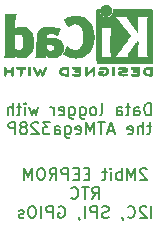
<source format=gbo>
%TF.GenerationSoftware,KiCad,Pcbnew,(6.0.1-0)*%
%TF.CreationDate,2022-02-17T22:02:20-07:00*%
%TF.ProjectId,MCU Datalogger,4d435520-4461-4746-916c-6f676765722e,1*%
%TF.SameCoordinates,Original*%
%TF.FileFunction,Legend,Bot*%
%TF.FilePolarity,Positive*%
%FSLAX46Y46*%
G04 Gerber Fmt 4.6, Leading zero omitted, Abs format (unit mm)*
G04 Created by KiCad (PCBNEW (6.0.1-0)) date 2022-02-17 22:02:20*
%MOMM*%
%LPD*%
G01*
G04 APERTURE LIST*
%ADD10C,0.150000*%
%ADD11C,0.010000*%
G04 APERTURE END LIST*
D10*
X109474828Y-88394980D02*
X109474828Y-87394980D01*
X109236733Y-87394980D01*
X109093876Y-87442600D01*
X108998638Y-87537838D01*
X108951019Y-87633076D01*
X108903400Y-87823552D01*
X108903400Y-87966409D01*
X108951019Y-88156885D01*
X108998638Y-88252123D01*
X109093876Y-88347361D01*
X109236733Y-88394980D01*
X109474828Y-88394980D01*
X108046257Y-88394980D02*
X108046257Y-87871171D01*
X108093876Y-87775933D01*
X108189114Y-87728314D01*
X108379590Y-87728314D01*
X108474828Y-87775933D01*
X108046257Y-88347361D02*
X108141495Y-88394980D01*
X108379590Y-88394980D01*
X108474828Y-88347361D01*
X108522447Y-88252123D01*
X108522447Y-88156885D01*
X108474828Y-88061647D01*
X108379590Y-88014028D01*
X108141495Y-88014028D01*
X108046257Y-87966409D01*
X107712923Y-87728314D02*
X107331971Y-87728314D01*
X107570066Y-87394980D02*
X107570066Y-88252123D01*
X107522447Y-88347361D01*
X107427209Y-88394980D01*
X107331971Y-88394980D01*
X106570066Y-88394980D02*
X106570066Y-87871171D01*
X106617685Y-87775933D01*
X106712923Y-87728314D01*
X106903400Y-87728314D01*
X106998638Y-87775933D01*
X106570066Y-88347361D02*
X106665304Y-88394980D01*
X106903400Y-88394980D01*
X106998638Y-88347361D01*
X107046257Y-88252123D01*
X107046257Y-88156885D01*
X106998638Y-88061647D01*
X106903400Y-88014028D01*
X106665304Y-88014028D01*
X106570066Y-87966409D01*
X105189114Y-88394980D02*
X105284352Y-88347361D01*
X105331971Y-88252123D01*
X105331971Y-87394980D01*
X104665304Y-88394980D02*
X104760542Y-88347361D01*
X104808161Y-88299742D01*
X104855780Y-88204504D01*
X104855780Y-87918790D01*
X104808161Y-87823552D01*
X104760542Y-87775933D01*
X104665304Y-87728314D01*
X104522447Y-87728314D01*
X104427209Y-87775933D01*
X104379590Y-87823552D01*
X104331971Y-87918790D01*
X104331971Y-88204504D01*
X104379590Y-88299742D01*
X104427209Y-88347361D01*
X104522447Y-88394980D01*
X104665304Y-88394980D01*
X103474828Y-87728314D02*
X103474828Y-88537838D01*
X103522447Y-88633076D01*
X103570066Y-88680695D01*
X103665304Y-88728314D01*
X103808161Y-88728314D01*
X103903400Y-88680695D01*
X103474828Y-88347361D02*
X103570066Y-88394980D01*
X103760542Y-88394980D01*
X103855780Y-88347361D01*
X103903400Y-88299742D01*
X103951019Y-88204504D01*
X103951019Y-87918790D01*
X103903400Y-87823552D01*
X103855780Y-87775933D01*
X103760542Y-87728314D01*
X103570066Y-87728314D01*
X103474828Y-87775933D01*
X102570066Y-87728314D02*
X102570066Y-88537838D01*
X102617685Y-88633076D01*
X102665304Y-88680695D01*
X102760542Y-88728314D01*
X102903400Y-88728314D01*
X102998638Y-88680695D01*
X102570066Y-88347361D02*
X102665304Y-88394980D01*
X102855780Y-88394980D01*
X102951019Y-88347361D01*
X102998638Y-88299742D01*
X103046257Y-88204504D01*
X103046257Y-87918790D01*
X102998638Y-87823552D01*
X102951019Y-87775933D01*
X102855780Y-87728314D01*
X102665304Y-87728314D01*
X102570066Y-87775933D01*
X101712923Y-88347361D02*
X101808161Y-88394980D01*
X101998638Y-88394980D01*
X102093876Y-88347361D01*
X102141495Y-88252123D01*
X102141495Y-87871171D01*
X102093876Y-87775933D01*
X101998638Y-87728314D01*
X101808161Y-87728314D01*
X101712923Y-87775933D01*
X101665304Y-87871171D01*
X101665304Y-87966409D01*
X102141495Y-88061647D01*
X101236733Y-88394980D02*
X101236733Y-87728314D01*
X101236733Y-87918790D02*
X101189114Y-87823552D01*
X101141495Y-87775933D01*
X101046257Y-87728314D01*
X100951019Y-87728314D01*
X99951019Y-87728314D02*
X99760542Y-88394980D01*
X99570066Y-87918790D01*
X99379590Y-88394980D01*
X99189114Y-87728314D01*
X98808161Y-88394980D02*
X98808161Y-87728314D01*
X98808161Y-87394980D02*
X98855780Y-87442600D01*
X98808161Y-87490219D01*
X98760542Y-87442600D01*
X98808161Y-87394980D01*
X98808161Y-87490219D01*
X98474828Y-87728314D02*
X98093876Y-87728314D01*
X98331971Y-87394980D02*
X98331971Y-88252123D01*
X98284352Y-88347361D01*
X98189114Y-88394980D01*
X98093876Y-88394980D01*
X97760542Y-88394980D02*
X97760542Y-87394980D01*
X97331971Y-88394980D02*
X97331971Y-87871171D01*
X97379590Y-87775933D01*
X97474828Y-87728314D01*
X97617685Y-87728314D01*
X97712923Y-87775933D01*
X97760542Y-87823552D01*
X109498638Y-89338314D02*
X109117685Y-89338314D01*
X109355780Y-89004980D02*
X109355780Y-89862123D01*
X109308161Y-89957361D01*
X109212923Y-90004980D01*
X109117685Y-90004980D01*
X108784352Y-90004980D02*
X108784352Y-89004980D01*
X108355780Y-90004980D02*
X108355780Y-89481171D01*
X108403400Y-89385933D01*
X108498638Y-89338314D01*
X108641495Y-89338314D01*
X108736733Y-89385933D01*
X108784352Y-89433552D01*
X107498638Y-89957361D02*
X107593876Y-90004980D01*
X107784352Y-90004980D01*
X107879590Y-89957361D01*
X107927209Y-89862123D01*
X107927209Y-89481171D01*
X107879590Y-89385933D01*
X107784352Y-89338314D01*
X107593876Y-89338314D01*
X107498638Y-89385933D01*
X107451019Y-89481171D01*
X107451019Y-89576409D01*
X107927209Y-89671647D01*
X106308161Y-89719266D02*
X105831971Y-89719266D01*
X106403400Y-90004980D02*
X106070066Y-89004980D01*
X105736733Y-90004980D01*
X105546257Y-89004980D02*
X104974828Y-89004980D01*
X105260542Y-90004980D02*
X105260542Y-89004980D01*
X104641495Y-90004980D02*
X104641495Y-89004980D01*
X104308161Y-89719266D01*
X103974828Y-89004980D01*
X103974828Y-90004980D01*
X103117685Y-89957361D02*
X103212923Y-90004980D01*
X103403400Y-90004980D01*
X103498638Y-89957361D01*
X103546257Y-89862123D01*
X103546257Y-89481171D01*
X103498638Y-89385933D01*
X103403400Y-89338314D01*
X103212923Y-89338314D01*
X103117685Y-89385933D01*
X103070066Y-89481171D01*
X103070066Y-89576409D01*
X103546257Y-89671647D01*
X102212923Y-89338314D02*
X102212923Y-90147838D01*
X102260542Y-90243076D01*
X102308161Y-90290695D01*
X102403400Y-90338314D01*
X102546257Y-90338314D01*
X102641495Y-90290695D01*
X102212923Y-89957361D02*
X102308161Y-90004980D01*
X102498638Y-90004980D01*
X102593876Y-89957361D01*
X102641495Y-89909742D01*
X102689114Y-89814504D01*
X102689114Y-89528790D01*
X102641495Y-89433552D01*
X102593876Y-89385933D01*
X102498638Y-89338314D01*
X102308161Y-89338314D01*
X102212923Y-89385933D01*
X101308161Y-90004980D02*
X101308161Y-89481171D01*
X101355780Y-89385933D01*
X101451019Y-89338314D01*
X101641495Y-89338314D01*
X101736733Y-89385933D01*
X101308161Y-89957361D02*
X101403400Y-90004980D01*
X101641495Y-90004980D01*
X101736733Y-89957361D01*
X101784352Y-89862123D01*
X101784352Y-89766885D01*
X101736733Y-89671647D01*
X101641495Y-89624028D01*
X101403400Y-89624028D01*
X101308161Y-89576409D01*
X100927209Y-89004980D02*
X100308161Y-89004980D01*
X100641495Y-89385933D01*
X100498638Y-89385933D01*
X100403400Y-89433552D01*
X100355780Y-89481171D01*
X100308161Y-89576409D01*
X100308161Y-89814504D01*
X100355780Y-89909742D01*
X100403400Y-89957361D01*
X100498638Y-90004980D01*
X100784352Y-90004980D01*
X100879590Y-89957361D01*
X100927209Y-89909742D01*
X99927209Y-89100219D02*
X99879590Y-89052600D01*
X99784352Y-89004980D01*
X99546257Y-89004980D01*
X99451019Y-89052600D01*
X99403400Y-89100219D01*
X99355780Y-89195457D01*
X99355780Y-89290695D01*
X99403400Y-89433552D01*
X99974828Y-90004980D01*
X99355780Y-90004980D01*
X98784352Y-89433552D02*
X98879590Y-89385933D01*
X98927209Y-89338314D01*
X98974828Y-89243076D01*
X98974828Y-89195457D01*
X98927209Y-89100219D01*
X98879590Y-89052600D01*
X98784352Y-89004980D01*
X98593876Y-89004980D01*
X98498638Y-89052600D01*
X98451019Y-89100219D01*
X98403400Y-89195457D01*
X98403400Y-89243076D01*
X98451019Y-89338314D01*
X98498638Y-89385933D01*
X98593876Y-89433552D01*
X98784352Y-89433552D01*
X98879590Y-89481171D01*
X98927209Y-89528790D01*
X98974828Y-89624028D01*
X98974828Y-89814504D01*
X98927209Y-89909742D01*
X98879590Y-89957361D01*
X98784352Y-90004980D01*
X98593876Y-90004980D01*
X98498638Y-89957361D01*
X98451019Y-89909742D01*
X98403400Y-89814504D01*
X98403400Y-89624028D01*
X98451019Y-89528790D01*
X98498638Y-89481171D01*
X98593876Y-89433552D01*
X97974828Y-90004980D02*
X97974828Y-89004980D01*
X97593876Y-89004980D01*
X97498638Y-89052600D01*
X97451019Y-89100219D01*
X97403400Y-89195457D01*
X97403400Y-89338314D01*
X97451019Y-89433552D01*
X97498638Y-89481171D01*
X97593876Y-89528790D01*
X97974828Y-89528790D01*
X109125685Y-92984419D02*
X109078066Y-92936800D01*
X108982828Y-92889180D01*
X108744733Y-92889180D01*
X108649495Y-92936800D01*
X108601876Y-92984419D01*
X108554257Y-93079657D01*
X108554257Y-93174895D01*
X108601876Y-93317752D01*
X109173304Y-93889180D01*
X108554257Y-93889180D01*
X108125685Y-93889180D02*
X108125685Y-92889180D01*
X107792352Y-93603466D01*
X107459019Y-92889180D01*
X107459019Y-93889180D01*
X106982828Y-93889180D02*
X106982828Y-92889180D01*
X106982828Y-93270133D02*
X106887590Y-93222514D01*
X106697114Y-93222514D01*
X106601876Y-93270133D01*
X106554257Y-93317752D01*
X106506638Y-93412990D01*
X106506638Y-93698704D01*
X106554257Y-93793942D01*
X106601876Y-93841561D01*
X106697114Y-93889180D01*
X106887590Y-93889180D01*
X106982828Y-93841561D01*
X106078066Y-93889180D02*
X106078066Y-93222514D01*
X106078066Y-92889180D02*
X106125685Y-92936800D01*
X106078066Y-92984419D01*
X106030447Y-92936800D01*
X106078066Y-92889180D01*
X106078066Y-92984419D01*
X105744733Y-93222514D02*
X105363780Y-93222514D01*
X105601876Y-92889180D02*
X105601876Y-93746323D01*
X105554257Y-93841561D01*
X105459019Y-93889180D01*
X105363780Y-93889180D01*
X104268542Y-93365371D02*
X103935209Y-93365371D01*
X103792352Y-93889180D02*
X104268542Y-93889180D01*
X104268542Y-92889180D01*
X103792352Y-92889180D01*
X103363780Y-93365371D02*
X103030447Y-93365371D01*
X102887590Y-93889180D02*
X103363780Y-93889180D01*
X103363780Y-92889180D01*
X102887590Y-92889180D01*
X102459019Y-93889180D02*
X102459019Y-92889180D01*
X102078066Y-92889180D01*
X101982828Y-92936800D01*
X101935209Y-92984419D01*
X101887590Y-93079657D01*
X101887590Y-93222514D01*
X101935209Y-93317752D01*
X101982828Y-93365371D01*
X102078066Y-93412990D01*
X102459019Y-93412990D01*
X100887590Y-93889180D02*
X101220923Y-93412990D01*
X101459019Y-93889180D02*
X101459019Y-92889180D01*
X101078066Y-92889180D01*
X100982828Y-92936800D01*
X100935209Y-92984419D01*
X100887590Y-93079657D01*
X100887590Y-93222514D01*
X100935209Y-93317752D01*
X100982828Y-93365371D01*
X101078066Y-93412990D01*
X101459019Y-93412990D01*
X100268542Y-92889180D02*
X100078066Y-92889180D01*
X99982828Y-92936800D01*
X99887590Y-93032038D01*
X99839971Y-93222514D01*
X99839971Y-93555847D01*
X99887590Y-93746323D01*
X99982828Y-93841561D01*
X100078066Y-93889180D01*
X100268542Y-93889180D01*
X100363780Y-93841561D01*
X100459019Y-93746323D01*
X100506638Y-93555847D01*
X100506638Y-93222514D01*
X100459019Y-93032038D01*
X100363780Y-92936800D01*
X100268542Y-92889180D01*
X99411400Y-93889180D02*
X99411400Y-92889180D01*
X99078066Y-93603466D01*
X98744733Y-92889180D01*
X98744733Y-93889180D01*
X104482828Y-95499180D02*
X104816161Y-95022990D01*
X105054257Y-95499180D02*
X105054257Y-94499180D01*
X104673304Y-94499180D01*
X104578066Y-94546800D01*
X104530447Y-94594419D01*
X104482828Y-94689657D01*
X104482828Y-94832514D01*
X104530447Y-94927752D01*
X104578066Y-94975371D01*
X104673304Y-95022990D01*
X105054257Y-95022990D01*
X104197114Y-94499180D02*
X103625685Y-94499180D01*
X103911400Y-95499180D02*
X103911400Y-94499180D01*
X102720923Y-95403942D02*
X102768542Y-95451561D01*
X102911400Y-95499180D01*
X103006638Y-95499180D01*
X103149495Y-95451561D01*
X103244733Y-95356323D01*
X103292352Y-95261085D01*
X103339971Y-95070609D01*
X103339971Y-94927752D01*
X103292352Y-94737276D01*
X103244733Y-94642038D01*
X103149495Y-94546800D01*
X103006638Y-94499180D01*
X102911400Y-94499180D01*
X102768542Y-94546800D01*
X102720923Y-94594419D01*
X109506638Y-97109180D02*
X109506638Y-96109180D01*
X109078066Y-96204419D02*
X109030447Y-96156800D01*
X108935209Y-96109180D01*
X108697114Y-96109180D01*
X108601876Y-96156800D01*
X108554257Y-96204419D01*
X108506638Y-96299657D01*
X108506638Y-96394895D01*
X108554257Y-96537752D01*
X109125685Y-97109180D01*
X108506638Y-97109180D01*
X107506638Y-97013942D02*
X107554257Y-97061561D01*
X107697114Y-97109180D01*
X107792352Y-97109180D01*
X107935209Y-97061561D01*
X108030447Y-96966323D01*
X108078066Y-96871085D01*
X108125685Y-96680609D01*
X108125685Y-96537752D01*
X108078066Y-96347276D01*
X108030447Y-96252038D01*
X107935209Y-96156800D01*
X107792352Y-96109180D01*
X107697114Y-96109180D01*
X107554257Y-96156800D01*
X107506638Y-96204419D01*
X107030447Y-97061561D02*
X107030447Y-97109180D01*
X107078066Y-97204419D01*
X107125685Y-97252038D01*
X105887590Y-97061561D02*
X105744733Y-97109180D01*
X105506638Y-97109180D01*
X105411400Y-97061561D01*
X105363780Y-97013942D01*
X105316161Y-96918704D01*
X105316161Y-96823466D01*
X105363780Y-96728228D01*
X105411400Y-96680609D01*
X105506638Y-96632990D01*
X105697114Y-96585371D01*
X105792352Y-96537752D01*
X105839971Y-96490133D01*
X105887590Y-96394895D01*
X105887590Y-96299657D01*
X105839971Y-96204419D01*
X105792352Y-96156800D01*
X105697114Y-96109180D01*
X105459019Y-96109180D01*
X105316161Y-96156800D01*
X104887590Y-97109180D02*
X104887590Y-96109180D01*
X104506638Y-96109180D01*
X104411400Y-96156800D01*
X104363780Y-96204419D01*
X104316161Y-96299657D01*
X104316161Y-96442514D01*
X104363780Y-96537752D01*
X104411400Y-96585371D01*
X104506638Y-96632990D01*
X104887590Y-96632990D01*
X103887590Y-97109180D02*
X103887590Y-96109180D01*
X103363780Y-97061561D02*
X103363780Y-97109180D01*
X103411400Y-97204419D01*
X103459019Y-97252038D01*
X101649495Y-96156800D02*
X101744733Y-96109180D01*
X101887590Y-96109180D01*
X102030447Y-96156800D01*
X102125685Y-96252038D01*
X102173304Y-96347276D01*
X102220923Y-96537752D01*
X102220923Y-96680609D01*
X102173304Y-96871085D01*
X102125685Y-96966323D01*
X102030447Y-97061561D01*
X101887590Y-97109180D01*
X101792352Y-97109180D01*
X101649495Y-97061561D01*
X101601876Y-97013942D01*
X101601876Y-96680609D01*
X101792352Y-96680609D01*
X101173304Y-97109180D02*
X101173304Y-96109180D01*
X100792352Y-96109180D01*
X100697114Y-96156800D01*
X100649495Y-96204419D01*
X100601876Y-96299657D01*
X100601876Y-96442514D01*
X100649495Y-96537752D01*
X100697114Y-96585371D01*
X100792352Y-96632990D01*
X101173304Y-96632990D01*
X100173304Y-97109180D02*
X100173304Y-96109180D01*
X99506638Y-96109180D02*
X99316161Y-96109180D01*
X99220923Y-96156800D01*
X99125685Y-96252038D01*
X99078066Y-96442514D01*
X99078066Y-96775847D01*
X99125685Y-96966323D01*
X99220923Y-97061561D01*
X99316161Y-97109180D01*
X99506638Y-97109180D01*
X99601876Y-97061561D01*
X99697114Y-96966323D01*
X99744733Y-96775847D01*
X99744733Y-96442514D01*
X99697114Y-96252038D01*
X99601876Y-96156800D01*
X99506638Y-96109180D01*
X98697114Y-97061561D02*
X98601876Y-97109180D01*
X98411400Y-97109180D01*
X98316161Y-97061561D01*
X98268542Y-96966323D01*
X98268542Y-96918704D01*
X98316161Y-96823466D01*
X98411400Y-96775847D01*
X98554257Y-96775847D01*
X98649495Y-96728228D01*
X98697114Y-96632990D01*
X98697114Y-96585371D01*
X98649495Y-96490133D01*
X98554257Y-96442514D01*
X98411400Y-96442514D01*
X98316161Y-96490133D01*
D11*
%TO.C,REF\u002A\u002A*%
X97115293Y-81514245D02*
X97115274Y-81748662D01*
X97115274Y-81748662D02*
X97115248Y-81961603D01*
X97115248Y-81961603D02*
X97115175Y-82154168D01*
X97115175Y-82154168D02*
X97115018Y-82327459D01*
X97115018Y-82327459D02*
X97114736Y-82482576D01*
X97114736Y-82482576D02*
X97114291Y-82620620D01*
X97114291Y-82620620D02*
X97113644Y-82742692D01*
X97113644Y-82742692D02*
X97112755Y-82849894D01*
X97112755Y-82849894D02*
X97111587Y-82943326D01*
X97111587Y-82943326D02*
X97110099Y-83024090D01*
X97110099Y-83024090D02*
X97108254Y-83093286D01*
X97108254Y-83093286D02*
X97106011Y-83152015D01*
X97106011Y-83152015D02*
X97103331Y-83201379D01*
X97103331Y-83201379D02*
X97100177Y-83242478D01*
X97100177Y-83242478D02*
X97096508Y-83276413D01*
X97096508Y-83276413D02*
X97092287Y-83304286D01*
X97092287Y-83304286D02*
X97087473Y-83327198D01*
X97087473Y-83327198D02*
X97082027Y-83346249D01*
X97082027Y-83346249D02*
X97075912Y-83362540D01*
X97075912Y-83362540D02*
X97069088Y-83377173D01*
X97069088Y-83377173D02*
X97061515Y-83391249D01*
X97061515Y-83391249D02*
X97053155Y-83405868D01*
X97053155Y-83405868D02*
X97047961Y-83414974D01*
X97047961Y-83414974D02*
X97013696Y-83475689D01*
X97013696Y-83475689D02*
X97871845Y-83475689D01*
X97871845Y-83475689D02*
X97871845Y-83379733D01*
X97871845Y-83379733D02*
X97872576Y-83336370D01*
X97872576Y-83336370D02*
X97874528Y-83303205D01*
X97874528Y-83303205D02*
X97877337Y-83285424D01*
X97877337Y-83285424D02*
X97878579Y-83283778D01*
X97878579Y-83283778D02*
X97890001Y-83290662D01*
X97890001Y-83290662D02*
X97912716Y-83308505D01*
X97912716Y-83308505D02*
X97935415Y-83327879D01*
X97935415Y-83327879D02*
X97990000Y-83368614D01*
X97990000Y-83368614D02*
X98059479Y-83409617D01*
X98059479Y-83409617D02*
X98136530Y-83447123D01*
X98136530Y-83447123D02*
X98213835Y-83477364D01*
X98213835Y-83477364D02*
X98244687Y-83487012D01*
X98244687Y-83487012D02*
X98313184Y-83501578D01*
X98313184Y-83501578D02*
X98396036Y-83511539D01*
X98396036Y-83511539D02*
X98485429Y-83516583D01*
X98485429Y-83516583D02*
X98573552Y-83516396D01*
X98573552Y-83516396D02*
X98652593Y-83510666D01*
X98652593Y-83510666D02*
X98690289Y-83504858D01*
X98690289Y-83504858D02*
X98828386Y-83466797D01*
X98828386Y-83466797D02*
X98955687Y-83409073D01*
X98955687Y-83409073D02*
X99071508Y-83332211D01*
X99071508Y-83332211D02*
X99175163Y-83236739D01*
X99175163Y-83236739D02*
X99265967Y-83123179D01*
X99265967Y-83123179D02*
X99332769Y-83012381D01*
X99332769Y-83012381D02*
X99387636Y-82895625D01*
X99387636Y-82895625D02*
X99429637Y-82776276D01*
X99429637Y-82776276D02*
X99459633Y-82650283D01*
X99459633Y-82650283D02*
X99478489Y-82513594D01*
X99478489Y-82513594D02*
X99487068Y-82362158D01*
X99487068Y-82362158D02*
X99487794Y-82284711D01*
X99487794Y-82284711D02*
X99485700Y-82227934D01*
X99485700Y-82227934D02*
X98656583Y-82227934D01*
X98656583Y-82227934D02*
X98656376Y-82321002D01*
X98656376Y-82321002D02*
X98653463Y-82408692D01*
X98653463Y-82408692D02*
X98647800Y-82485772D01*
X98647800Y-82485772D02*
X98639345Y-82547009D01*
X98639345Y-82547009D02*
X98636762Y-82559350D01*
X98636762Y-82559350D02*
X98604960Y-82666633D01*
X98604960Y-82666633D02*
X98563302Y-82753658D01*
X98563302Y-82753658D02*
X98511437Y-82820642D01*
X98511437Y-82820642D02*
X98449019Y-82867805D01*
X98449019Y-82867805D02*
X98375700Y-82895365D01*
X98375700Y-82895365D02*
X98291131Y-82903541D01*
X98291131Y-82903541D02*
X98194965Y-82892551D01*
X98194965Y-82892551D02*
X98131489Y-82876829D01*
X98131489Y-82876829D02*
X98082346Y-82858639D01*
X98082346Y-82858639D02*
X98028217Y-82832791D01*
X98028217Y-82832791D02*
X97987556Y-82809089D01*
X97987556Y-82809089D02*
X97917000Y-82762721D01*
X97917000Y-82762721D02*
X97917000Y-81612530D01*
X97917000Y-81612530D02*
X97984408Y-81568962D01*
X97984408Y-81568962D02*
X98062933Y-81528040D01*
X98062933Y-81528040D02*
X98147119Y-81501389D01*
X98147119Y-81501389D02*
X98232243Y-81489465D01*
X98232243Y-81489465D02*
X98313584Y-81492722D01*
X98313584Y-81492722D02*
X98386420Y-81511615D01*
X98386420Y-81511615D02*
X98418374Y-81527184D01*
X98418374Y-81527184D02*
X98476299Y-81570181D01*
X98476299Y-81570181D02*
X98525256Y-81626953D01*
X98525256Y-81626953D02*
X98566410Y-81699575D01*
X98566410Y-81699575D02*
X98600926Y-81790121D01*
X98600926Y-81790121D02*
X98629967Y-81900666D01*
X98629967Y-81900666D02*
X98631248Y-81906533D01*
X98631248Y-81906533D02*
X98641419Y-81968788D01*
X98641419Y-81968788D02*
X98649061Y-82046594D01*
X98649061Y-82046594D02*
X98654130Y-82134720D01*
X98654130Y-82134720D02*
X98656583Y-82227934D01*
X98656583Y-82227934D02*
X99485700Y-82227934D01*
X99485700Y-82227934D02*
X99479943Y-82071895D01*
X99479943Y-82071895D02*
X99457998Y-81876059D01*
X99457998Y-81876059D02*
X99422014Y-81697332D01*
X99422014Y-81697332D02*
X99372041Y-81535845D01*
X99372041Y-81535845D02*
X99308132Y-81391726D01*
X99308132Y-81391726D02*
X99230338Y-81265106D01*
X99230338Y-81265106D02*
X99138711Y-81156115D01*
X99138711Y-81156115D02*
X99033303Y-81064883D01*
X99033303Y-81064883D02*
X98988138Y-81033932D01*
X98988138Y-81033932D02*
X98887189Y-80977785D01*
X98887189Y-80977785D02*
X98783899Y-80938174D01*
X98783899Y-80938174D02*
X98673811Y-80914014D01*
X98673811Y-80914014D02*
X98552470Y-80904219D01*
X98552470Y-80904219D02*
X98459964Y-80905265D01*
X98459964Y-80905265D02*
X98330310Y-80916231D01*
X98330310Y-80916231D02*
X98217716Y-80938046D01*
X98217716Y-80938046D02*
X98118925Y-80971714D01*
X98118925Y-80971714D02*
X98030679Y-81018236D01*
X98030679Y-81018236D02*
X97981814Y-81052448D01*
X97981814Y-81052448D02*
X97952447Y-81074362D01*
X97952447Y-81074362D02*
X97930757Y-81089333D01*
X97930757Y-81089333D02*
X97922547Y-81093733D01*
X97922547Y-81093733D02*
X97920932Y-81082904D01*
X97920932Y-81082904D02*
X97919641Y-81052251D01*
X97919641Y-81052251D02*
X97918662Y-81004526D01*
X97918662Y-81004526D02*
X97917983Y-80942479D01*
X97917983Y-80942479D02*
X97917590Y-80868862D01*
X97917590Y-80868862D02*
X97917470Y-80786427D01*
X97917470Y-80786427D02*
X97917612Y-80697925D01*
X97917612Y-80697925D02*
X97918003Y-80606107D01*
X97918003Y-80606107D02*
X97918629Y-80513724D01*
X97918629Y-80513724D02*
X97919480Y-80423528D01*
X97919480Y-80423528D02*
X97920540Y-80338271D01*
X97920540Y-80338271D02*
X97921799Y-80260703D01*
X97921799Y-80260703D02*
X97923244Y-80193576D01*
X97923244Y-80193576D02*
X97924862Y-80139641D01*
X97924862Y-80139641D02*
X97926639Y-80101650D01*
X97926639Y-80101650D02*
X97927131Y-80094667D01*
X97927131Y-80094667D02*
X97934708Y-80024251D01*
X97934708Y-80024251D02*
X97946269Y-79969102D01*
X97946269Y-79969102D02*
X97964008Y-79921981D01*
X97964008Y-79921981D02*
X97990118Y-79875647D01*
X97990118Y-79875647D02*
X97996385Y-79866067D01*
X97996385Y-79866067D02*
X98020817Y-79829378D01*
X98020817Y-79829378D02*
X97115489Y-79829378D01*
X97115489Y-79829378D02*
X97115293Y-81514245D01*
X97115293Y-81514245D02*
X97115293Y-81514245D01*
G36*
X99487068Y-82362158D02*
G01*
X99478489Y-82513594D01*
X99459633Y-82650283D01*
X99429637Y-82776276D01*
X99387636Y-82895625D01*
X99332769Y-83012381D01*
X99265967Y-83123179D01*
X99175163Y-83236739D01*
X99071508Y-83332211D01*
X98955687Y-83409073D01*
X98828386Y-83466797D01*
X98690289Y-83504858D01*
X98652593Y-83510666D01*
X98573552Y-83516396D01*
X98485429Y-83516583D01*
X98396036Y-83511539D01*
X98313184Y-83501578D01*
X98244687Y-83487012D01*
X98213835Y-83477364D01*
X98136530Y-83447123D01*
X98059479Y-83409617D01*
X97990000Y-83368614D01*
X97935415Y-83327879D01*
X97912716Y-83308505D01*
X97890001Y-83290662D01*
X97878579Y-83283778D01*
X97877337Y-83285424D01*
X97874528Y-83303205D01*
X97872576Y-83336370D01*
X97871845Y-83379733D01*
X97871845Y-83475689D01*
X97013696Y-83475689D01*
X97047961Y-83414974D01*
X97053155Y-83405868D01*
X97061515Y-83391249D01*
X97069088Y-83377173D01*
X97075912Y-83362540D01*
X97082027Y-83346249D01*
X97087473Y-83327198D01*
X97092287Y-83304286D01*
X97096508Y-83276413D01*
X97100177Y-83242478D01*
X97103331Y-83201379D01*
X97106011Y-83152015D01*
X97108254Y-83093286D01*
X97110099Y-83024090D01*
X97111587Y-82943326D01*
X97112755Y-82849894D01*
X97113478Y-82762721D01*
X97917000Y-82762721D01*
X97987556Y-82809089D01*
X98028217Y-82832791D01*
X98082346Y-82858639D01*
X98131489Y-82876829D01*
X98194965Y-82892551D01*
X98291131Y-82903541D01*
X98375700Y-82895365D01*
X98449019Y-82867805D01*
X98511437Y-82820642D01*
X98563302Y-82753658D01*
X98604960Y-82666633D01*
X98636762Y-82559350D01*
X98639345Y-82547009D01*
X98647800Y-82485772D01*
X98653463Y-82408692D01*
X98656376Y-82321002D01*
X98656583Y-82227934D01*
X98654130Y-82134720D01*
X98649061Y-82046594D01*
X98641419Y-81968788D01*
X98631248Y-81906533D01*
X98629967Y-81900666D01*
X98600926Y-81790121D01*
X98566410Y-81699575D01*
X98525256Y-81626953D01*
X98476299Y-81570181D01*
X98418374Y-81527184D01*
X98386420Y-81511615D01*
X98313584Y-81492722D01*
X98232243Y-81489465D01*
X98147119Y-81501389D01*
X98062933Y-81528040D01*
X97984408Y-81568962D01*
X97917000Y-81612530D01*
X97917000Y-82762721D01*
X97113478Y-82762721D01*
X97113644Y-82742692D01*
X97114291Y-82620620D01*
X97114736Y-82482576D01*
X97115018Y-82327459D01*
X97115175Y-82154168D01*
X97115248Y-81961603D01*
X97115274Y-81748662D01*
X97115293Y-81514245D01*
X97115489Y-79829378D01*
X98020817Y-79829378D01*
X97996385Y-79866067D01*
X97990118Y-79875647D01*
X97964008Y-79921981D01*
X97946269Y-79969102D01*
X97934708Y-80024251D01*
X97927131Y-80094667D01*
X97926639Y-80101650D01*
X97924862Y-80139641D01*
X97923244Y-80193576D01*
X97921799Y-80260703D01*
X97920540Y-80338271D01*
X97919480Y-80423528D01*
X97918629Y-80513724D01*
X97918003Y-80606107D01*
X97917612Y-80697925D01*
X97917470Y-80786427D01*
X97917590Y-80868862D01*
X97917983Y-80942479D01*
X97918662Y-81004526D01*
X97919641Y-81052251D01*
X97920932Y-81082904D01*
X97922547Y-81093733D01*
X97930757Y-81089333D01*
X97952447Y-81074362D01*
X97981814Y-81052448D01*
X98030679Y-81018236D01*
X98118925Y-80971714D01*
X98217716Y-80938046D01*
X98330310Y-80916231D01*
X98459964Y-80905265D01*
X98552470Y-80904219D01*
X98673811Y-80914014D01*
X98783899Y-80938174D01*
X98887189Y-80977785D01*
X98988138Y-81033932D01*
X99033303Y-81064883D01*
X99138711Y-81156115D01*
X99230338Y-81265106D01*
X99308132Y-81391726D01*
X99372041Y-81535845D01*
X99422014Y-81697332D01*
X99457998Y-81876059D01*
X99479943Y-82071895D01*
X99485700Y-82227934D01*
X99487794Y-82284711D01*
X99487068Y-82362158D01*
G37*
X99487068Y-82362158D02*
X99478489Y-82513594D01*
X99459633Y-82650283D01*
X99429637Y-82776276D01*
X99387636Y-82895625D01*
X99332769Y-83012381D01*
X99265967Y-83123179D01*
X99175163Y-83236739D01*
X99071508Y-83332211D01*
X98955687Y-83409073D01*
X98828386Y-83466797D01*
X98690289Y-83504858D01*
X98652593Y-83510666D01*
X98573552Y-83516396D01*
X98485429Y-83516583D01*
X98396036Y-83511539D01*
X98313184Y-83501578D01*
X98244687Y-83487012D01*
X98213835Y-83477364D01*
X98136530Y-83447123D01*
X98059479Y-83409617D01*
X97990000Y-83368614D01*
X97935415Y-83327879D01*
X97912716Y-83308505D01*
X97890001Y-83290662D01*
X97878579Y-83283778D01*
X97877337Y-83285424D01*
X97874528Y-83303205D01*
X97872576Y-83336370D01*
X97871845Y-83379733D01*
X97871845Y-83475689D01*
X97013696Y-83475689D01*
X97047961Y-83414974D01*
X97053155Y-83405868D01*
X97061515Y-83391249D01*
X97069088Y-83377173D01*
X97075912Y-83362540D01*
X97082027Y-83346249D01*
X97087473Y-83327198D01*
X97092287Y-83304286D01*
X97096508Y-83276413D01*
X97100177Y-83242478D01*
X97103331Y-83201379D01*
X97106011Y-83152015D01*
X97108254Y-83093286D01*
X97110099Y-83024090D01*
X97111587Y-82943326D01*
X97112755Y-82849894D01*
X97113478Y-82762721D01*
X97917000Y-82762721D01*
X97987556Y-82809089D01*
X98028217Y-82832791D01*
X98082346Y-82858639D01*
X98131489Y-82876829D01*
X98194965Y-82892551D01*
X98291131Y-82903541D01*
X98375700Y-82895365D01*
X98449019Y-82867805D01*
X98511437Y-82820642D01*
X98563302Y-82753658D01*
X98604960Y-82666633D01*
X98636762Y-82559350D01*
X98639345Y-82547009D01*
X98647800Y-82485772D01*
X98653463Y-82408692D01*
X98656376Y-82321002D01*
X98656583Y-82227934D01*
X98654130Y-82134720D01*
X98649061Y-82046594D01*
X98641419Y-81968788D01*
X98631248Y-81906533D01*
X98629967Y-81900666D01*
X98600926Y-81790121D01*
X98566410Y-81699575D01*
X98525256Y-81626953D01*
X98476299Y-81570181D01*
X98418374Y-81527184D01*
X98386420Y-81511615D01*
X98313584Y-81492722D01*
X98232243Y-81489465D01*
X98147119Y-81501389D01*
X98062933Y-81528040D01*
X97984408Y-81568962D01*
X97917000Y-81612530D01*
X97917000Y-82762721D01*
X97113478Y-82762721D01*
X97113644Y-82742692D01*
X97114291Y-82620620D01*
X97114736Y-82482576D01*
X97115018Y-82327459D01*
X97115175Y-82154168D01*
X97115248Y-81961603D01*
X97115274Y-81748662D01*
X97115293Y-81514245D01*
X97115489Y-79829378D01*
X98020817Y-79829378D01*
X97996385Y-79866067D01*
X97990118Y-79875647D01*
X97964008Y-79921981D01*
X97946269Y-79969102D01*
X97934708Y-80024251D01*
X97927131Y-80094667D01*
X97926639Y-80101650D01*
X97924862Y-80139641D01*
X97923244Y-80193576D01*
X97921799Y-80260703D01*
X97920540Y-80338271D01*
X97919480Y-80423528D01*
X97918629Y-80513724D01*
X97918003Y-80606107D01*
X97917612Y-80697925D01*
X97917470Y-80786427D01*
X97917590Y-80868862D01*
X97917983Y-80942479D01*
X97918662Y-81004526D01*
X97919641Y-81052251D01*
X97920932Y-81082904D01*
X97922547Y-81093733D01*
X97930757Y-81089333D01*
X97952447Y-81074362D01*
X97981814Y-81052448D01*
X98030679Y-81018236D01*
X98118925Y-80971714D01*
X98217716Y-80938046D01*
X98330310Y-80916231D01*
X98459964Y-80905265D01*
X98552470Y-80904219D01*
X98673811Y-80914014D01*
X98783899Y-80938174D01*
X98887189Y-80977785D01*
X98988138Y-81033932D01*
X99033303Y-81064883D01*
X99138711Y-81156115D01*
X99230338Y-81265106D01*
X99308132Y-81391726D01*
X99372041Y-81535845D01*
X99422014Y-81697332D01*
X99457998Y-81876059D01*
X99479943Y-82071895D01*
X99485700Y-82227934D01*
X99487794Y-82284711D01*
X99487068Y-82362158D01*
X103071457Y-84311260D02*
X102995099Y-84312174D01*
X102995099Y-84312174D02*
X102936583Y-84314311D01*
X102936583Y-84314311D02*
X102893545Y-84318175D01*
X102893545Y-84318175D02*
X102863617Y-84324267D01*
X102863617Y-84324267D02*
X102844432Y-84333090D01*
X102844432Y-84333090D02*
X102833624Y-84345146D01*
X102833624Y-84345146D02*
X102828827Y-84360939D01*
X102828827Y-84360939D02*
X102827673Y-84380970D01*
X102827673Y-84380970D02*
X102827667Y-84383335D01*
X102827667Y-84383335D02*
X102828669Y-84405992D01*
X102828669Y-84405992D02*
X102833404Y-84423503D01*
X102833404Y-84423503D02*
X102844467Y-84436574D01*
X102844467Y-84436574D02*
X102864452Y-84445913D01*
X102864452Y-84445913D02*
X102895954Y-84452227D01*
X102895954Y-84452227D02*
X102941568Y-84456222D01*
X102941568Y-84456222D02*
X103003887Y-84458606D01*
X103003887Y-84458606D02*
X103085507Y-84460086D01*
X103085507Y-84460086D02*
X103110523Y-84460414D01*
X103110523Y-84460414D02*
X103352600Y-84463467D01*
X103352600Y-84463467D02*
X103355986Y-84528378D01*
X103355986Y-84528378D02*
X103359371Y-84593289D01*
X103359371Y-84593289D02*
X103191224Y-84593289D01*
X103191224Y-84593289D02*
X103125534Y-84593531D01*
X103125534Y-84593531D02*
X103078628Y-84594556D01*
X103078628Y-84594556D02*
X103046717Y-84596811D01*
X103046717Y-84596811D02*
X103026009Y-84600742D01*
X103026009Y-84600742D02*
X103012716Y-84606798D01*
X103012716Y-84606798D02*
X103003045Y-84615424D01*
X103003045Y-84615424D02*
X103002983Y-84615493D01*
X103002983Y-84615493D02*
X102985444Y-84649112D01*
X102985444Y-84649112D02*
X102986078Y-84685448D01*
X102986078Y-84685448D02*
X103004486Y-84716423D01*
X103004486Y-84716423D02*
X103008129Y-84719607D01*
X103008129Y-84719607D02*
X103021059Y-84727812D01*
X103021059Y-84727812D02*
X103038776Y-84733521D01*
X103038776Y-84733521D02*
X103065230Y-84737162D01*
X103065230Y-84737162D02*
X103104368Y-84739167D01*
X103104368Y-84739167D02*
X103160138Y-84739964D01*
X103160138Y-84739964D02*
X103195806Y-84740045D01*
X103195806Y-84740045D02*
X103358245Y-84740045D01*
X103358245Y-84740045D02*
X103358245Y-84898089D01*
X103358245Y-84898089D02*
X103111639Y-84898089D01*
X103111639Y-84898089D02*
X103030220Y-84898231D01*
X103030220Y-84898231D02*
X102968390Y-84898814D01*
X102968390Y-84898814D02*
X102923163Y-84900068D01*
X102923163Y-84900068D02*
X102891552Y-84902227D01*
X102891552Y-84902227D02*
X102870569Y-84905523D01*
X102870569Y-84905523D02*
X102857227Y-84910189D01*
X102857227Y-84910189D02*
X102848539Y-84916457D01*
X102848539Y-84916457D02*
X102846350Y-84918733D01*
X102846350Y-84918733D02*
X102830186Y-84950280D01*
X102830186Y-84950280D02*
X102829003Y-84986168D01*
X102829003Y-84986168D02*
X102842264Y-85017285D01*
X102842264Y-85017285D02*
X102852757Y-85027271D01*
X102852757Y-85027271D02*
X102863671Y-85032769D01*
X102863671Y-85032769D02*
X102880583Y-85037022D01*
X102880583Y-85037022D02*
X102906167Y-85040180D01*
X102906167Y-85040180D02*
X102943099Y-85042392D01*
X102943099Y-85042392D02*
X102994054Y-85043806D01*
X102994054Y-85043806D02*
X103061706Y-85044572D01*
X103061706Y-85044572D02*
X103148731Y-85044838D01*
X103148731Y-85044838D02*
X103168406Y-85044845D01*
X103168406Y-85044845D02*
X103256889Y-85044787D01*
X103256889Y-85044787D02*
X103325573Y-85044467D01*
X103325573Y-85044467D02*
X103377236Y-85043667D01*
X103377236Y-85043667D02*
X103414655Y-85042167D01*
X103414655Y-85042167D02*
X103440610Y-85039749D01*
X103440610Y-85039749D02*
X103457878Y-85036194D01*
X103457878Y-85036194D02*
X103469238Y-85031282D01*
X103469238Y-85031282D02*
X103477468Y-85024795D01*
X103477468Y-85024795D02*
X103481983Y-85020138D01*
X103481983Y-85020138D02*
X103488779Y-85011889D01*
X103488779Y-85011889D02*
X103494088Y-85001669D01*
X103494088Y-85001669D02*
X103498094Y-84986800D01*
X103498094Y-84986800D02*
X103500979Y-84964602D01*
X103500979Y-84964602D02*
X103502926Y-84932393D01*
X103502926Y-84932393D02*
X103504119Y-84887496D01*
X103504119Y-84887496D02*
X103504739Y-84827228D01*
X103504739Y-84827228D02*
X103504971Y-84748911D01*
X103504971Y-84748911D02*
X103505000Y-84682994D01*
X103505000Y-84682994D02*
X103504929Y-84590628D01*
X103504929Y-84590628D02*
X103504592Y-84518117D01*
X103504592Y-84518117D02*
X103503802Y-84462737D01*
X103503802Y-84462737D02*
X103502374Y-84421765D01*
X103502374Y-84421765D02*
X103500121Y-84392478D01*
X103500121Y-84392478D02*
X103496857Y-84372153D01*
X103496857Y-84372153D02*
X103492396Y-84358066D01*
X103492396Y-84358066D02*
X103486552Y-84347495D01*
X103486552Y-84347495D02*
X103481603Y-84340811D01*
X103481603Y-84340811D02*
X103458206Y-84311067D01*
X103458206Y-84311067D02*
X103168026Y-84311067D01*
X103168026Y-84311067D02*
X103071457Y-84311260D01*
X103071457Y-84311260D02*
X103071457Y-84311260D01*
G36*
X103481603Y-84340811D02*
G01*
X103486552Y-84347495D01*
X103492396Y-84358066D01*
X103496857Y-84372153D01*
X103500121Y-84392478D01*
X103502374Y-84421765D01*
X103503802Y-84462737D01*
X103504592Y-84518117D01*
X103504929Y-84590628D01*
X103505000Y-84682994D01*
X103504971Y-84748911D01*
X103504739Y-84827228D01*
X103504119Y-84887496D01*
X103502926Y-84932393D01*
X103500979Y-84964602D01*
X103498094Y-84986800D01*
X103494088Y-85001669D01*
X103488779Y-85011889D01*
X103481983Y-85020138D01*
X103477468Y-85024795D01*
X103469238Y-85031282D01*
X103457878Y-85036194D01*
X103440610Y-85039749D01*
X103414655Y-85042167D01*
X103377236Y-85043667D01*
X103325573Y-85044467D01*
X103256889Y-85044787D01*
X103168406Y-85044845D01*
X103148731Y-85044838D01*
X103061706Y-85044572D01*
X102994054Y-85043806D01*
X102943099Y-85042392D01*
X102906167Y-85040180D01*
X102880583Y-85037022D01*
X102863671Y-85032769D01*
X102852757Y-85027271D01*
X102842264Y-85017285D01*
X102829003Y-84986168D01*
X102830186Y-84950280D01*
X102846350Y-84918733D01*
X102848539Y-84916457D01*
X102857227Y-84910189D01*
X102870569Y-84905523D01*
X102891552Y-84902227D01*
X102923163Y-84900068D01*
X102968390Y-84898814D01*
X103030220Y-84898231D01*
X103111639Y-84898089D01*
X103358245Y-84898089D01*
X103358245Y-84740045D01*
X103195806Y-84740045D01*
X103160138Y-84739964D01*
X103104368Y-84739167D01*
X103065230Y-84737162D01*
X103038776Y-84733521D01*
X103021059Y-84727812D01*
X103008129Y-84719607D01*
X103004486Y-84716423D01*
X102986078Y-84685448D01*
X102985444Y-84649112D01*
X103002983Y-84615493D01*
X103003045Y-84615424D01*
X103012716Y-84606798D01*
X103026009Y-84600742D01*
X103046717Y-84596811D01*
X103078628Y-84594556D01*
X103125534Y-84593531D01*
X103191224Y-84593289D01*
X103359371Y-84593289D01*
X103355986Y-84528378D01*
X103352600Y-84463467D01*
X103110523Y-84460414D01*
X103085507Y-84460086D01*
X103003887Y-84458606D01*
X102941568Y-84456222D01*
X102895954Y-84452227D01*
X102864452Y-84445913D01*
X102844467Y-84436574D01*
X102833404Y-84423503D01*
X102828669Y-84405992D01*
X102827667Y-84383335D01*
X102827673Y-84380970D01*
X102828827Y-84360939D01*
X102833624Y-84345146D01*
X102844432Y-84333090D01*
X102863617Y-84324267D01*
X102893545Y-84318175D01*
X102936583Y-84314311D01*
X102995099Y-84312174D01*
X103071457Y-84311260D01*
X103168026Y-84311067D01*
X103458206Y-84311067D01*
X103481603Y-84340811D01*
G37*
X103481603Y-84340811D02*
X103486552Y-84347495D01*
X103492396Y-84358066D01*
X103496857Y-84372153D01*
X103500121Y-84392478D01*
X103502374Y-84421765D01*
X103503802Y-84462737D01*
X103504592Y-84518117D01*
X103504929Y-84590628D01*
X103505000Y-84682994D01*
X103504971Y-84748911D01*
X103504739Y-84827228D01*
X103504119Y-84887496D01*
X103502926Y-84932393D01*
X103500979Y-84964602D01*
X103498094Y-84986800D01*
X103494088Y-85001669D01*
X103488779Y-85011889D01*
X103481983Y-85020138D01*
X103477468Y-85024795D01*
X103469238Y-85031282D01*
X103457878Y-85036194D01*
X103440610Y-85039749D01*
X103414655Y-85042167D01*
X103377236Y-85043667D01*
X103325573Y-85044467D01*
X103256889Y-85044787D01*
X103168406Y-85044845D01*
X103148731Y-85044838D01*
X103061706Y-85044572D01*
X102994054Y-85043806D01*
X102943099Y-85042392D01*
X102906167Y-85040180D01*
X102880583Y-85037022D01*
X102863671Y-85032769D01*
X102852757Y-85027271D01*
X102842264Y-85017285D01*
X102829003Y-84986168D01*
X102830186Y-84950280D01*
X102846350Y-84918733D01*
X102848539Y-84916457D01*
X102857227Y-84910189D01*
X102870569Y-84905523D01*
X102891552Y-84902227D01*
X102923163Y-84900068D01*
X102968390Y-84898814D01*
X103030220Y-84898231D01*
X103111639Y-84898089D01*
X103358245Y-84898089D01*
X103358245Y-84740045D01*
X103195806Y-84740045D01*
X103160138Y-84739964D01*
X103104368Y-84739167D01*
X103065230Y-84737162D01*
X103038776Y-84733521D01*
X103021059Y-84727812D01*
X103008129Y-84719607D01*
X103004486Y-84716423D01*
X102986078Y-84685448D01*
X102985444Y-84649112D01*
X103002983Y-84615493D01*
X103003045Y-84615424D01*
X103012716Y-84606798D01*
X103026009Y-84600742D01*
X103046717Y-84596811D01*
X103078628Y-84594556D01*
X103125534Y-84593531D01*
X103191224Y-84593289D01*
X103359371Y-84593289D01*
X103355986Y-84528378D01*
X103352600Y-84463467D01*
X103110523Y-84460414D01*
X103085507Y-84460086D01*
X103003887Y-84458606D01*
X102941568Y-84456222D01*
X102895954Y-84452227D01*
X102864452Y-84445913D01*
X102844467Y-84436574D01*
X102833404Y-84423503D01*
X102828669Y-84405992D01*
X102827667Y-84383335D01*
X102827673Y-84380970D01*
X102828827Y-84360939D01*
X102833624Y-84345146D01*
X102844432Y-84333090D01*
X102863617Y-84324267D01*
X102893545Y-84318175D01*
X102936583Y-84314311D01*
X102995099Y-84312174D01*
X103071457Y-84311260D01*
X103168026Y-84311067D01*
X103458206Y-84311067D01*
X103481603Y-84340811D01*
X102973371Y-79991071D02*
X102813230Y-80012245D01*
X102813230Y-80012245D02*
X102649290Y-80052385D01*
X102649290Y-80052385D02*
X102479487Y-80111889D01*
X102479487Y-80111889D02*
X102301757Y-80191154D01*
X102301757Y-80191154D02*
X102290490Y-80196699D01*
X102290490Y-80196699D02*
X102232795Y-80224725D01*
X102232795Y-80224725D02*
X102181248Y-80248802D01*
X102181248Y-80248802D02*
X102139609Y-80267249D01*
X102139609Y-80267249D02*
X102111638Y-80278386D01*
X102111638Y-80278386D02*
X102102067Y-80280933D01*
X102102067Y-80280933D02*
X102082850Y-80285941D01*
X102082850Y-80285941D02*
X102078239Y-80290147D01*
X102078239Y-80290147D02*
X102083342Y-80300580D01*
X102083342Y-80300580D02*
X102099382Y-80326868D01*
X102099382Y-80326868D02*
X102124512Y-80366257D01*
X102124512Y-80366257D02*
X102156886Y-80415991D01*
X102156886Y-80415991D02*
X102194657Y-80473315D01*
X102194657Y-80473315D02*
X102235978Y-80535476D01*
X102235978Y-80535476D02*
X102279002Y-80599718D01*
X102279002Y-80599718D02*
X102321883Y-80663285D01*
X102321883Y-80663285D02*
X102362774Y-80723425D01*
X102362774Y-80723425D02*
X102399829Y-80777380D01*
X102399829Y-80777380D02*
X102431200Y-80822397D01*
X102431200Y-80822397D02*
X102455041Y-80855721D01*
X102455041Y-80855721D02*
X102469506Y-80874597D01*
X102469506Y-80874597D02*
X102471491Y-80876787D01*
X102471491Y-80876787D02*
X102481609Y-80872138D01*
X102481609Y-80872138D02*
X102503950Y-80854962D01*
X102503950Y-80854962D02*
X102534520Y-80828440D01*
X102534520Y-80828440D02*
X102550264Y-80813964D01*
X102550264Y-80813964D02*
X102646753Y-80738682D01*
X102646753Y-80738682D02*
X102753464Y-80683241D01*
X102753464Y-80683241D02*
X102868968Y-80648141D01*
X102868968Y-80648141D02*
X102991838Y-80633880D01*
X102991838Y-80633880D02*
X103061239Y-80635051D01*
X103061239Y-80635051D02*
X103182377Y-80652212D01*
X103182377Y-80652212D02*
X103291595Y-80688094D01*
X103291595Y-80688094D02*
X103389218Y-80742959D01*
X103389218Y-80742959D02*
X103475572Y-80817070D01*
X103475572Y-80817070D02*
X103550985Y-80910688D01*
X103550985Y-80910688D02*
X103615782Y-81024076D01*
X103615782Y-81024076D02*
X103653199Y-81110667D01*
X103653199Y-81110667D02*
X103697052Y-81246366D01*
X103697052Y-81246366D02*
X103729372Y-81393850D01*
X103729372Y-81393850D02*
X103750243Y-81549314D01*
X103750243Y-81549314D02*
X103759749Y-81708956D01*
X103759749Y-81708956D02*
X103757973Y-81868973D01*
X103757973Y-81868973D02*
X103744997Y-82025561D01*
X103744997Y-82025561D02*
X103720906Y-82174918D01*
X103720906Y-82174918D02*
X103685782Y-82313240D01*
X103685782Y-82313240D02*
X103639708Y-82436724D01*
X103639708Y-82436724D02*
X103623427Y-82470978D01*
X103623427Y-82470978D02*
X103555180Y-82585064D01*
X103555180Y-82585064D02*
X103474721Y-82681557D01*
X103474721Y-82681557D02*
X103383230Y-82759670D01*
X103383230Y-82759670D02*
X103281889Y-82818617D01*
X103281889Y-82818617D02*
X103171880Y-82857612D01*
X103171880Y-82857612D02*
X103054385Y-82875868D01*
X103054385Y-82875868D02*
X103012917Y-82877211D01*
X103012917Y-82877211D02*
X102891359Y-82866290D01*
X102891359Y-82866290D02*
X102770922Y-82833474D01*
X102770922Y-82833474D02*
X102653134Y-82779439D01*
X102653134Y-82779439D02*
X102539523Y-82704865D01*
X102539523Y-82704865D02*
X102448115Y-82626539D01*
X102448115Y-82626539D02*
X102401585Y-82582008D01*
X102401585Y-82582008D02*
X102220317Y-82879271D01*
X102220317Y-82879271D02*
X102175220Y-82953433D01*
X102175220Y-82953433D02*
X102133981Y-83021646D01*
X102133981Y-83021646D02*
X102098065Y-83081459D01*
X102098065Y-83081459D02*
X102068934Y-83130420D01*
X102068934Y-83130420D02*
X102048050Y-83166079D01*
X102048050Y-83166079D02*
X102036876Y-83185984D01*
X102036876Y-83185984D02*
X102035425Y-83189079D01*
X102035425Y-83189079D02*
X102043654Y-83198718D01*
X102043654Y-83198718D02*
X102069233Y-83215999D01*
X102069233Y-83215999D02*
X102108927Y-83239283D01*
X102108927Y-83239283D02*
X102159503Y-83266934D01*
X102159503Y-83266934D02*
X102217726Y-83297315D01*
X102217726Y-83297315D02*
X102280363Y-83328790D01*
X102280363Y-83328790D02*
X102344179Y-83359722D01*
X102344179Y-83359722D02*
X102405940Y-83388473D01*
X102405940Y-83388473D02*
X102462412Y-83413408D01*
X102462412Y-83413408D02*
X102510362Y-83432889D01*
X102510362Y-83432889D02*
X102533814Y-83441318D01*
X102533814Y-83441318D02*
X102667579Y-83479133D01*
X102667579Y-83479133D02*
X102805473Y-83504136D01*
X102805473Y-83504136D02*
X102953178Y-83517140D01*
X102953178Y-83517140D02*
X103079967Y-83519468D01*
X103079967Y-83519468D02*
X103147922Y-83518373D01*
X103147922Y-83518373D02*
X103213523Y-83516275D01*
X103213523Y-83516275D02*
X103270953Y-83513434D01*
X103270953Y-83513434D02*
X103314397Y-83510106D01*
X103314397Y-83510106D02*
X103328502Y-83508422D01*
X103328502Y-83508422D02*
X103467516Y-83479587D01*
X103467516Y-83479587D02*
X103609043Y-83434468D01*
X103609043Y-83434468D02*
X103746525Y-83375750D01*
X103746525Y-83375750D02*
X103873406Y-83306120D01*
X103873406Y-83306120D02*
X103950911Y-83253441D01*
X103950911Y-83253441D02*
X104078319Y-83145239D01*
X104078319Y-83145239D02*
X104196622Y-83018671D01*
X104196622Y-83018671D02*
X104303628Y-82876866D01*
X104303628Y-82876866D02*
X104397148Y-82722951D01*
X104397148Y-82722951D02*
X104474990Y-82560053D01*
X104474990Y-82560053D02*
X104518844Y-82442756D01*
X104518844Y-82442756D02*
X104569092Y-82259128D01*
X104569092Y-82259128D02*
X104602591Y-82064581D01*
X104602591Y-82064581D02*
X104619351Y-81863325D01*
X104619351Y-81863325D02*
X104619384Y-81659568D01*
X104619384Y-81659568D02*
X104602699Y-81457521D01*
X104602699Y-81457521D02*
X104569307Y-81261392D01*
X104569307Y-81261392D02*
X104519220Y-81075391D01*
X104519220Y-81075391D02*
X104515403Y-81063803D01*
X104515403Y-81063803D02*
X104452519Y-80901750D01*
X104452519Y-80901750D02*
X104375772Y-80753832D01*
X104375772Y-80753832D02*
X104282558Y-80615865D01*
X104282558Y-80615865D02*
X104170273Y-80483661D01*
X104170273Y-80483661D02*
X104126408Y-80438399D01*
X104126408Y-80438399D02*
X103990266Y-80314457D01*
X103990266Y-80314457D02*
X103850309Y-80211915D01*
X103850309Y-80211915D02*
X103704389Y-80129656D01*
X103704389Y-80129656D02*
X103550358Y-80066564D01*
X103550358Y-80066564D02*
X103386068Y-80021523D01*
X103386068Y-80021523D02*
X103290511Y-80004033D01*
X103290511Y-80004033D02*
X103131777Y-79988466D01*
X103131777Y-79988466D02*
X102973371Y-79991071D01*
X102973371Y-79991071D02*
X102973371Y-79991071D01*
G36*
X103290511Y-80004033D02*
G01*
X103386068Y-80021523D01*
X103550358Y-80066564D01*
X103704389Y-80129656D01*
X103850309Y-80211915D01*
X103990266Y-80314457D01*
X104126408Y-80438399D01*
X104170273Y-80483661D01*
X104282558Y-80615865D01*
X104375772Y-80753832D01*
X104452519Y-80901750D01*
X104515403Y-81063803D01*
X104519220Y-81075391D01*
X104569307Y-81261392D01*
X104602699Y-81457521D01*
X104619384Y-81659568D01*
X104619351Y-81863325D01*
X104602591Y-82064581D01*
X104569092Y-82259128D01*
X104518844Y-82442756D01*
X104474990Y-82560053D01*
X104397148Y-82722951D01*
X104303628Y-82876866D01*
X104196622Y-83018671D01*
X104078319Y-83145239D01*
X103950911Y-83253441D01*
X103873406Y-83306120D01*
X103746525Y-83375750D01*
X103609043Y-83434468D01*
X103467516Y-83479587D01*
X103328502Y-83508422D01*
X103314397Y-83510106D01*
X103270953Y-83513434D01*
X103213523Y-83516275D01*
X103147922Y-83518373D01*
X103079967Y-83519468D01*
X102953178Y-83517140D01*
X102805473Y-83504136D01*
X102667579Y-83479133D01*
X102533814Y-83441318D01*
X102510362Y-83432889D01*
X102462412Y-83413408D01*
X102405940Y-83388473D01*
X102344179Y-83359722D01*
X102280363Y-83328790D01*
X102217726Y-83297315D01*
X102159503Y-83266934D01*
X102108927Y-83239283D01*
X102069233Y-83215999D01*
X102043654Y-83198718D01*
X102035425Y-83189079D01*
X102036876Y-83185984D01*
X102048050Y-83166079D01*
X102068934Y-83130420D01*
X102098065Y-83081459D01*
X102133981Y-83021646D01*
X102175220Y-82953433D01*
X102220317Y-82879271D01*
X102401585Y-82582008D01*
X102448115Y-82626539D01*
X102539523Y-82704865D01*
X102653134Y-82779439D01*
X102770922Y-82833474D01*
X102891359Y-82866290D01*
X103012917Y-82877211D01*
X103054385Y-82875868D01*
X103171880Y-82857612D01*
X103281889Y-82818617D01*
X103383230Y-82759670D01*
X103474721Y-82681557D01*
X103555180Y-82585064D01*
X103623427Y-82470978D01*
X103639708Y-82436724D01*
X103685782Y-82313240D01*
X103720906Y-82174918D01*
X103744997Y-82025561D01*
X103757973Y-81868973D01*
X103759749Y-81708956D01*
X103750243Y-81549314D01*
X103729372Y-81393850D01*
X103697052Y-81246366D01*
X103653199Y-81110667D01*
X103615782Y-81024076D01*
X103550985Y-80910688D01*
X103475572Y-80817070D01*
X103389218Y-80742959D01*
X103291595Y-80688094D01*
X103182377Y-80652212D01*
X103061239Y-80635051D01*
X102991838Y-80633880D01*
X102868968Y-80648141D01*
X102753464Y-80683241D01*
X102646753Y-80738682D01*
X102550264Y-80813964D01*
X102534520Y-80828440D01*
X102503950Y-80854962D01*
X102481609Y-80872138D01*
X102471491Y-80876787D01*
X102469506Y-80874597D01*
X102455041Y-80855721D01*
X102431200Y-80822397D01*
X102399829Y-80777380D01*
X102362774Y-80723425D01*
X102321883Y-80663285D01*
X102279002Y-80599718D01*
X102235978Y-80535476D01*
X102194657Y-80473315D01*
X102156886Y-80415991D01*
X102124512Y-80366257D01*
X102099382Y-80326868D01*
X102083342Y-80300580D01*
X102078239Y-80290147D01*
X102082850Y-80285941D01*
X102102067Y-80280933D01*
X102111638Y-80278386D01*
X102139609Y-80267249D01*
X102181248Y-80248802D01*
X102232795Y-80224725D01*
X102290490Y-80196699D01*
X102301757Y-80191154D01*
X102479487Y-80111889D01*
X102649290Y-80052385D01*
X102813230Y-80012245D01*
X102973371Y-79991071D01*
X103131777Y-79988466D01*
X103290511Y-80004033D01*
G37*
X103290511Y-80004033D02*
X103386068Y-80021523D01*
X103550358Y-80066564D01*
X103704389Y-80129656D01*
X103850309Y-80211915D01*
X103990266Y-80314457D01*
X104126408Y-80438399D01*
X104170273Y-80483661D01*
X104282558Y-80615865D01*
X104375772Y-80753832D01*
X104452519Y-80901750D01*
X104515403Y-81063803D01*
X104519220Y-81075391D01*
X104569307Y-81261392D01*
X104602699Y-81457521D01*
X104619384Y-81659568D01*
X104619351Y-81863325D01*
X104602591Y-82064581D01*
X104569092Y-82259128D01*
X104518844Y-82442756D01*
X104474990Y-82560053D01*
X104397148Y-82722951D01*
X104303628Y-82876866D01*
X104196622Y-83018671D01*
X104078319Y-83145239D01*
X103950911Y-83253441D01*
X103873406Y-83306120D01*
X103746525Y-83375750D01*
X103609043Y-83434468D01*
X103467516Y-83479587D01*
X103328502Y-83508422D01*
X103314397Y-83510106D01*
X103270953Y-83513434D01*
X103213523Y-83516275D01*
X103147922Y-83518373D01*
X103079967Y-83519468D01*
X102953178Y-83517140D01*
X102805473Y-83504136D01*
X102667579Y-83479133D01*
X102533814Y-83441318D01*
X102510362Y-83432889D01*
X102462412Y-83413408D01*
X102405940Y-83388473D01*
X102344179Y-83359722D01*
X102280363Y-83328790D01*
X102217726Y-83297315D01*
X102159503Y-83266934D01*
X102108927Y-83239283D01*
X102069233Y-83215999D01*
X102043654Y-83198718D01*
X102035425Y-83189079D01*
X102036876Y-83185984D01*
X102048050Y-83166079D01*
X102068934Y-83130420D01*
X102098065Y-83081459D01*
X102133981Y-83021646D01*
X102175220Y-82953433D01*
X102220317Y-82879271D01*
X102401585Y-82582008D01*
X102448115Y-82626539D01*
X102539523Y-82704865D01*
X102653134Y-82779439D01*
X102770922Y-82833474D01*
X102891359Y-82866290D01*
X103012917Y-82877211D01*
X103054385Y-82875868D01*
X103171880Y-82857612D01*
X103281889Y-82818617D01*
X103383230Y-82759670D01*
X103474721Y-82681557D01*
X103555180Y-82585064D01*
X103623427Y-82470978D01*
X103639708Y-82436724D01*
X103685782Y-82313240D01*
X103720906Y-82174918D01*
X103744997Y-82025561D01*
X103757973Y-81868973D01*
X103759749Y-81708956D01*
X103750243Y-81549314D01*
X103729372Y-81393850D01*
X103697052Y-81246366D01*
X103653199Y-81110667D01*
X103615782Y-81024076D01*
X103550985Y-80910688D01*
X103475572Y-80817070D01*
X103389218Y-80742959D01*
X103291595Y-80688094D01*
X103182377Y-80652212D01*
X103061239Y-80635051D01*
X102991838Y-80633880D01*
X102868968Y-80648141D01*
X102753464Y-80683241D01*
X102646753Y-80738682D01*
X102550264Y-80813964D01*
X102534520Y-80828440D01*
X102503950Y-80854962D01*
X102481609Y-80872138D01*
X102471491Y-80876787D01*
X102469506Y-80874597D01*
X102455041Y-80855721D01*
X102431200Y-80822397D01*
X102399829Y-80777380D01*
X102362774Y-80723425D01*
X102321883Y-80663285D01*
X102279002Y-80599718D01*
X102235978Y-80535476D01*
X102194657Y-80473315D01*
X102156886Y-80415991D01*
X102124512Y-80366257D01*
X102099382Y-80326868D01*
X102083342Y-80300580D01*
X102078239Y-80290147D01*
X102082850Y-80285941D01*
X102102067Y-80280933D01*
X102111638Y-80278386D01*
X102139609Y-80267249D01*
X102181248Y-80248802D01*
X102232795Y-80224725D01*
X102290490Y-80196699D01*
X102301757Y-80191154D01*
X102479487Y-80111889D01*
X102649290Y-80052385D01*
X102813230Y-80012245D01*
X102973371Y-79991071D01*
X103131777Y-79988466D01*
X103290511Y-80004033D01*
X105574843Y-79068571D02*
X105478568Y-79092809D01*
X105478568Y-79092809D02*
X105391984Y-79135641D01*
X105391984Y-79135641D02*
X105317173Y-79195419D01*
X105317173Y-79195419D02*
X105256218Y-79270494D01*
X105256218Y-79270494D02*
X105211199Y-79359220D01*
X105211199Y-79359220D02*
X105184936Y-79455530D01*
X105184936Y-79455530D02*
X105179086Y-79552795D01*
X105179086Y-79552795D02*
X105193940Y-79646654D01*
X105193940Y-79646654D02*
X105227640Y-79734511D01*
X105227640Y-79734511D02*
X105278328Y-79813770D01*
X105278328Y-79813770D02*
X105344145Y-79881836D01*
X105344145Y-79881836D02*
X105423234Y-79936112D01*
X105423234Y-79936112D02*
X105513734Y-79974002D01*
X105513734Y-79974002D02*
X105565000Y-79986426D01*
X105565000Y-79986426D02*
X105609498Y-79993947D01*
X105609498Y-79993947D02*
X105643799Y-79996919D01*
X105643799Y-79996919D02*
X105676760Y-79995094D01*
X105676760Y-79995094D02*
X105717234Y-79988225D01*
X105717234Y-79988225D02*
X105750331Y-79981250D01*
X105750331Y-79981250D02*
X105843747Y-79949741D01*
X105843747Y-79949741D02*
X105927419Y-79898617D01*
X105927419Y-79898617D02*
X105999465Y-79829429D01*
X105999465Y-79829429D02*
X106058000Y-79743728D01*
X106058000Y-79743728D02*
X106071948Y-79716489D01*
X106071948Y-79716489D02*
X106088386Y-79680122D01*
X106088386Y-79680122D02*
X106098694Y-79649582D01*
X106098694Y-79649582D02*
X106104260Y-79617450D01*
X106104260Y-79617450D02*
X106106469Y-79576307D01*
X106106469Y-79576307D02*
X106106748Y-79530222D01*
X106106748Y-79530222D02*
X106102661Y-79445865D01*
X106102661Y-79445865D02*
X106089246Y-79376586D01*
X106089246Y-79376586D02*
X106064056Y-79315961D01*
X106064056Y-79315961D02*
X106024646Y-79257567D01*
X106024646Y-79257567D02*
X105986098Y-79213302D01*
X105986098Y-79213302D02*
X105914206Y-79147484D01*
X105914206Y-79147484D02*
X105839113Y-79102053D01*
X105839113Y-79102053D02*
X105756362Y-79074850D01*
X105756362Y-79074850D02*
X105678728Y-79064576D01*
X105678728Y-79064576D02*
X105574843Y-79068571D01*
X105574843Y-79068571D02*
X105574843Y-79068571D01*
G36*
X105756362Y-79074850D02*
G01*
X105839113Y-79102053D01*
X105914206Y-79147484D01*
X105986098Y-79213302D01*
X106024646Y-79257567D01*
X106064056Y-79315961D01*
X106089246Y-79376586D01*
X106102661Y-79445865D01*
X106106748Y-79530222D01*
X106106469Y-79576307D01*
X106104260Y-79617450D01*
X106098694Y-79649582D01*
X106088386Y-79680122D01*
X106071948Y-79716489D01*
X106058000Y-79743728D01*
X105999465Y-79829429D01*
X105927419Y-79898617D01*
X105843747Y-79949741D01*
X105750331Y-79981250D01*
X105717234Y-79988225D01*
X105676760Y-79995094D01*
X105643799Y-79996919D01*
X105609498Y-79993947D01*
X105565000Y-79986426D01*
X105513734Y-79974002D01*
X105423234Y-79936112D01*
X105344145Y-79881836D01*
X105278328Y-79813770D01*
X105227640Y-79734511D01*
X105193940Y-79646654D01*
X105179086Y-79552795D01*
X105184936Y-79455530D01*
X105211199Y-79359220D01*
X105256218Y-79270494D01*
X105317173Y-79195419D01*
X105391984Y-79135641D01*
X105478568Y-79092809D01*
X105574843Y-79068571D01*
X105678728Y-79064576D01*
X105756362Y-79074850D01*
G37*
X105756362Y-79074850D02*
X105839113Y-79102053D01*
X105914206Y-79147484D01*
X105986098Y-79213302D01*
X106024646Y-79257567D01*
X106064056Y-79315961D01*
X106089246Y-79376586D01*
X106102661Y-79445865D01*
X106106748Y-79530222D01*
X106106469Y-79576307D01*
X106104260Y-79617450D01*
X106098694Y-79649582D01*
X106088386Y-79680122D01*
X106071948Y-79716489D01*
X106058000Y-79743728D01*
X105999465Y-79829429D01*
X105927419Y-79898617D01*
X105843747Y-79949741D01*
X105750331Y-79981250D01*
X105717234Y-79988225D01*
X105676760Y-79995094D01*
X105643799Y-79996919D01*
X105609498Y-79993947D01*
X105565000Y-79986426D01*
X105513734Y-79974002D01*
X105423234Y-79936112D01*
X105344145Y-79881836D01*
X105278328Y-79813770D01*
X105227640Y-79734511D01*
X105193940Y-79646654D01*
X105179086Y-79552795D01*
X105184936Y-79455530D01*
X105211199Y-79359220D01*
X105256218Y-79270494D01*
X105317173Y-79195419D01*
X105391984Y-79135641D01*
X105478568Y-79092809D01*
X105574843Y-79068571D01*
X105678728Y-79064576D01*
X105756362Y-79074850D01*
X99557135Y-84313034D02*
X99537545Y-84320035D01*
X99537545Y-84320035D02*
X99536790Y-84320377D01*
X99536790Y-84320377D02*
X99510187Y-84340678D01*
X99510187Y-84340678D02*
X99495530Y-84361561D01*
X99495530Y-84361561D02*
X99492662Y-84371352D01*
X99492662Y-84371352D02*
X99492804Y-84384361D01*
X99492804Y-84384361D02*
X99496839Y-84402895D01*
X99496839Y-84402895D02*
X99505654Y-84429257D01*
X99505654Y-84429257D02*
X99520131Y-84465752D01*
X99520131Y-84465752D02*
X99541155Y-84514687D01*
X99541155Y-84514687D02*
X99569612Y-84578365D01*
X99569612Y-84578365D02*
X99606385Y-84659093D01*
X99606385Y-84659093D02*
X99626625Y-84703216D01*
X99626625Y-84703216D02*
X99663175Y-84781985D01*
X99663175Y-84781985D02*
X99697485Y-84854423D01*
X99697485Y-84854423D02*
X99728248Y-84917880D01*
X99728248Y-84917880D02*
X99754152Y-84969708D01*
X99754152Y-84969708D02*
X99773890Y-85007259D01*
X99773890Y-85007259D02*
X99786150Y-85027884D01*
X99786150Y-85027884D02*
X99788576Y-85030733D01*
X99788576Y-85030733D02*
X99819617Y-85043302D01*
X99819617Y-85043302D02*
X99854679Y-85041619D01*
X99854679Y-85041619D02*
X99882800Y-85026332D01*
X99882800Y-85026332D02*
X99883946Y-85025089D01*
X99883946Y-85025089D02*
X99895132Y-85008154D01*
X99895132Y-85008154D02*
X99913896Y-84975170D01*
X99913896Y-84975170D02*
X99937925Y-84930380D01*
X99937925Y-84930380D02*
X99964903Y-84878032D01*
X99964903Y-84878032D02*
X99974599Y-84858742D01*
X99974599Y-84858742D02*
X100047786Y-84712150D01*
X100047786Y-84712150D02*
X100127560Y-84871393D01*
X100127560Y-84871393D02*
X100156033Y-84926415D01*
X100156033Y-84926415D02*
X100182450Y-84974132D01*
X100182450Y-84974132D02*
X100204652Y-85010893D01*
X100204652Y-85010893D02*
X100220481Y-85033044D01*
X100220481Y-85033044D02*
X100225846Y-85037741D01*
X100225846Y-85037741D02*
X100267543Y-85044102D01*
X100267543Y-85044102D02*
X100301951Y-85030733D01*
X100301951Y-85030733D02*
X100312072Y-85016446D01*
X100312072Y-85016446D02*
X100329586Y-84984692D01*
X100329586Y-84984692D02*
X100353065Y-84938597D01*
X100353065Y-84938597D02*
X100381080Y-84881285D01*
X100381080Y-84881285D02*
X100412201Y-84815880D01*
X100412201Y-84815880D02*
X100445001Y-84745507D01*
X100445001Y-84745507D02*
X100478050Y-84673291D01*
X100478050Y-84673291D02*
X100509919Y-84602355D01*
X100509919Y-84602355D02*
X100539181Y-84535825D01*
X100539181Y-84535825D02*
X100564405Y-84476826D01*
X100564405Y-84476826D02*
X100584164Y-84428481D01*
X100584164Y-84428481D02*
X100597028Y-84393915D01*
X100597028Y-84393915D02*
X100601569Y-84376253D01*
X100601569Y-84376253D02*
X100601523Y-84375613D01*
X100601523Y-84375613D02*
X100590474Y-84353388D01*
X100590474Y-84353388D02*
X100568390Y-84330753D01*
X100568390Y-84330753D02*
X100567090Y-84329768D01*
X100567090Y-84329768D02*
X100539947Y-84314425D01*
X100539947Y-84314425D02*
X100514842Y-84314574D01*
X100514842Y-84314574D02*
X100505432Y-84317466D01*
X100505432Y-84317466D02*
X100493966Y-84323718D01*
X100493966Y-84323718D02*
X100481790Y-84336014D01*
X100481790Y-84336014D02*
X100467443Y-84356908D01*
X100467443Y-84356908D02*
X100449464Y-84388949D01*
X100449464Y-84388949D02*
X100426393Y-84434688D01*
X100426393Y-84434688D02*
X100396770Y-84496677D01*
X100396770Y-84496677D02*
X100370055Y-84553898D01*
X100370055Y-84553898D02*
X100339320Y-84620226D01*
X100339320Y-84620226D02*
X100311779Y-84679874D01*
X100311779Y-84679874D02*
X100288862Y-84729725D01*
X100288862Y-84729725D02*
X100272002Y-84766664D01*
X100272002Y-84766664D02*
X100262627Y-84787573D01*
X100262627Y-84787573D02*
X100261260Y-84790845D01*
X100261260Y-84790845D02*
X100255111Y-84785497D01*
X100255111Y-84785497D02*
X100240978Y-84763109D01*
X100240978Y-84763109D02*
X100220743Y-84726946D01*
X100220743Y-84726946D02*
X100196285Y-84680277D01*
X100196285Y-84680277D02*
X100186552Y-84661022D01*
X100186552Y-84661022D02*
X100153583Y-84596004D01*
X100153583Y-84596004D02*
X100128157Y-84548654D01*
X100128157Y-84548654D02*
X100108188Y-84516219D01*
X100108188Y-84516219D02*
X100091590Y-84495946D01*
X100091590Y-84495946D02*
X100076276Y-84485082D01*
X100076276Y-84485082D02*
X100060160Y-84480875D01*
X100060160Y-84480875D02*
X100049657Y-84480400D01*
X100049657Y-84480400D02*
X100031130Y-84482042D01*
X100031130Y-84482042D02*
X100014896Y-84488831D01*
X100014896Y-84488831D02*
X99998765Y-84503566D01*
X99998765Y-84503566D02*
X99980549Y-84529044D01*
X99980549Y-84529044D02*
X99958061Y-84568061D01*
X99958061Y-84568061D02*
X99929111Y-84623414D01*
X99929111Y-84623414D02*
X99913138Y-84654903D01*
X99913138Y-84654903D02*
X99887230Y-84705087D01*
X99887230Y-84705087D02*
X99864633Y-84746704D01*
X99864633Y-84746704D02*
X99847342Y-84776242D01*
X99847342Y-84776242D02*
X99837350Y-84790189D01*
X99837350Y-84790189D02*
X99835991Y-84790770D01*
X99835991Y-84790770D02*
X99829539Y-84779793D01*
X99829539Y-84779793D02*
X99815092Y-84751290D01*
X99815092Y-84751290D02*
X99794097Y-84708244D01*
X99794097Y-84708244D02*
X99768003Y-84653638D01*
X99768003Y-84653638D02*
X99738254Y-84590454D01*
X99738254Y-84590454D02*
X99723620Y-84559071D01*
X99723620Y-84559071D02*
X99685550Y-84478078D01*
X99685550Y-84478078D02*
X99654895Y-84415756D01*
X99654895Y-84415756D02*
X99630063Y-84370071D01*
X99630063Y-84370071D02*
X99609463Y-84338989D01*
X99609463Y-84338989D02*
X99591502Y-84320478D01*
X99591502Y-84320478D02*
X99574590Y-84312504D01*
X99574590Y-84312504D02*
X99557135Y-84313034D01*
X99557135Y-84313034D02*
X99557135Y-84313034D01*
G36*
X99591502Y-84320478D02*
G01*
X99609463Y-84338989D01*
X99630063Y-84370071D01*
X99654895Y-84415756D01*
X99685550Y-84478078D01*
X99723620Y-84559071D01*
X99738254Y-84590454D01*
X99768003Y-84653638D01*
X99794097Y-84708244D01*
X99815092Y-84751290D01*
X99829539Y-84779793D01*
X99835991Y-84790770D01*
X99837350Y-84790189D01*
X99847342Y-84776242D01*
X99864633Y-84746704D01*
X99887230Y-84705087D01*
X99913138Y-84654903D01*
X99929111Y-84623414D01*
X99958061Y-84568061D01*
X99980549Y-84529044D01*
X99998765Y-84503566D01*
X100014896Y-84488831D01*
X100031130Y-84482042D01*
X100049657Y-84480400D01*
X100060160Y-84480875D01*
X100076276Y-84485082D01*
X100091590Y-84495946D01*
X100108188Y-84516219D01*
X100128157Y-84548654D01*
X100153583Y-84596004D01*
X100186552Y-84661022D01*
X100196285Y-84680277D01*
X100220743Y-84726946D01*
X100240978Y-84763109D01*
X100255111Y-84785497D01*
X100261260Y-84790845D01*
X100262627Y-84787573D01*
X100272002Y-84766664D01*
X100288862Y-84729725D01*
X100311779Y-84679874D01*
X100339320Y-84620226D01*
X100370055Y-84553898D01*
X100396770Y-84496677D01*
X100426393Y-84434688D01*
X100449464Y-84388949D01*
X100467443Y-84356908D01*
X100481790Y-84336014D01*
X100493966Y-84323718D01*
X100505432Y-84317466D01*
X100514842Y-84314574D01*
X100539947Y-84314425D01*
X100567090Y-84329768D01*
X100568390Y-84330753D01*
X100590474Y-84353388D01*
X100601523Y-84375613D01*
X100601569Y-84376253D01*
X100597028Y-84393915D01*
X100584164Y-84428481D01*
X100564405Y-84476826D01*
X100539181Y-84535825D01*
X100509919Y-84602355D01*
X100478050Y-84673291D01*
X100445001Y-84745507D01*
X100412201Y-84815880D01*
X100381080Y-84881285D01*
X100353065Y-84938597D01*
X100329586Y-84984692D01*
X100312072Y-85016446D01*
X100301951Y-85030733D01*
X100267543Y-85044102D01*
X100225846Y-85037741D01*
X100220481Y-85033044D01*
X100204652Y-85010893D01*
X100182450Y-84974132D01*
X100156033Y-84926415D01*
X100127560Y-84871393D01*
X100047786Y-84712150D01*
X99974599Y-84858742D01*
X99964903Y-84878032D01*
X99937925Y-84930380D01*
X99913896Y-84975170D01*
X99895132Y-85008154D01*
X99883946Y-85025089D01*
X99882800Y-85026332D01*
X99854679Y-85041619D01*
X99819617Y-85043302D01*
X99788576Y-85030733D01*
X99786150Y-85027884D01*
X99773890Y-85007259D01*
X99754152Y-84969708D01*
X99728248Y-84917880D01*
X99697485Y-84854423D01*
X99663175Y-84781985D01*
X99626625Y-84703216D01*
X99606385Y-84659093D01*
X99569612Y-84578365D01*
X99541155Y-84514687D01*
X99520131Y-84465752D01*
X99505654Y-84429257D01*
X99496839Y-84402895D01*
X99492804Y-84384361D01*
X99492662Y-84371352D01*
X99495530Y-84361561D01*
X99510187Y-84340678D01*
X99536790Y-84320377D01*
X99537545Y-84320035D01*
X99557135Y-84313034D01*
X99574590Y-84312504D01*
X99591502Y-84320478D01*
G37*
X99591502Y-84320478D02*
X99609463Y-84338989D01*
X99630063Y-84370071D01*
X99654895Y-84415756D01*
X99685550Y-84478078D01*
X99723620Y-84559071D01*
X99738254Y-84590454D01*
X99768003Y-84653638D01*
X99794097Y-84708244D01*
X99815092Y-84751290D01*
X99829539Y-84779793D01*
X99835991Y-84790770D01*
X99837350Y-84790189D01*
X99847342Y-84776242D01*
X99864633Y-84746704D01*
X99887230Y-84705087D01*
X99913138Y-84654903D01*
X99929111Y-84623414D01*
X99958061Y-84568061D01*
X99980549Y-84529044D01*
X99998765Y-84503566D01*
X100014896Y-84488831D01*
X100031130Y-84482042D01*
X100049657Y-84480400D01*
X100060160Y-84480875D01*
X100076276Y-84485082D01*
X100091590Y-84495946D01*
X100108188Y-84516219D01*
X100128157Y-84548654D01*
X100153583Y-84596004D01*
X100186552Y-84661022D01*
X100196285Y-84680277D01*
X100220743Y-84726946D01*
X100240978Y-84763109D01*
X100255111Y-84785497D01*
X100261260Y-84790845D01*
X100262627Y-84787573D01*
X100272002Y-84766664D01*
X100288862Y-84729725D01*
X100311779Y-84679874D01*
X100339320Y-84620226D01*
X100370055Y-84553898D01*
X100396770Y-84496677D01*
X100426393Y-84434688D01*
X100449464Y-84388949D01*
X100467443Y-84356908D01*
X100481790Y-84336014D01*
X100493966Y-84323718D01*
X100505432Y-84317466D01*
X100514842Y-84314574D01*
X100539947Y-84314425D01*
X100567090Y-84329768D01*
X100568390Y-84330753D01*
X100590474Y-84353388D01*
X100601523Y-84375613D01*
X100601569Y-84376253D01*
X100597028Y-84393915D01*
X100584164Y-84428481D01*
X100564405Y-84476826D01*
X100539181Y-84535825D01*
X100509919Y-84602355D01*
X100478050Y-84673291D01*
X100445001Y-84745507D01*
X100412201Y-84815880D01*
X100381080Y-84881285D01*
X100353065Y-84938597D01*
X100329586Y-84984692D01*
X100312072Y-85016446D01*
X100301951Y-85030733D01*
X100267543Y-85044102D01*
X100225846Y-85037741D01*
X100220481Y-85033044D01*
X100204652Y-85010893D01*
X100182450Y-84974132D01*
X100156033Y-84926415D01*
X100127560Y-84871393D01*
X100047786Y-84712150D01*
X99974599Y-84858742D01*
X99964903Y-84878032D01*
X99937925Y-84930380D01*
X99913896Y-84975170D01*
X99895132Y-85008154D01*
X99883946Y-85025089D01*
X99882800Y-85026332D01*
X99854679Y-85041619D01*
X99819617Y-85043302D01*
X99788576Y-85030733D01*
X99786150Y-85027884D01*
X99773890Y-85007259D01*
X99754152Y-84969708D01*
X99728248Y-84917880D01*
X99697485Y-84854423D01*
X99663175Y-84781985D01*
X99626625Y-84703216D01*
X99606385Y-84659093D01*
X99569612Y-84578365D01*
X99541155Y-84514687D01*
X99520131Y-84465752D01*
X99505654Y-84429257D01*
X99496839Y-84402895D01*
X99492804Y-84384361D01*
X99492662Y-84371352D01*
X99495530Y-84361561D01*
X99510187Y-84340678D01*
X99536790Y-84320377D01*
X99537545Y-84320035D01*
X99557135Y-84313034D01*
X99574590Y-84312504D01*
X99591502Y-84320478D01*
X108014594Y-84311146D02*
X107945186Y-84311518D01*
X107945186Y-84311518D02*
X107892797Y-84312385D01*
X107892797Y-84312385D02*
X107854647Y-84313946D01*
X107854647Y-84313946D02*
X107827959Y-84316403D01*
X107827959Y-84316403D02*
X107809953Y-84319957D01*
X107809953Y-84319957D02*
X107797849Y-84324810D01*
X107797849Y-84324810D02*
X107788869Y-84331161D01*
X107788869Y-84331161D02*
X107785618Y-84334084D01*
X107785618Y-84334084D02*
X107765843Y-84365142D01*
X107765843Y-84365142D02*
X107762282Y-84400828D01*
X107762282Y-84400828D02*
X107775291Y-84432510D01*
X107775291Y-84432510D02*
X107781306Y-84438913D01*
X107781306Y-84438913D02*
X107791035Y-84445121D01*
X107791035Y-84445121D02*
X107806701Y-84449910D01*
X107806701Y-84449910D02*
X107831208Y-84453514D01*
X107831208Y-84453514D02*
X107867461Y-84456164D01*
X107867461Y-84456164D02*
X107918365Y-84458095D01*
X107918365Y-84458095D02*
X107986826Y-84459539D01*
X107986826Y-84459539D02*
X108049417Y-84460418D01*
X108049417Y-84460418D02*
X108297134Y-84463467D01*
X108297134Y-84463467D02*
X108300519Y-84528378D01*
X108300519Y-84528378D02*
X108303905Y-84593289D01*
X108303905Y-84593289D02*
X108135758Y-84593289D01*
X108135758Y-84593289D02*
X108062759Y-84593919D01*
X108062759Y-84593919D02*
X108009317Y-84596553D01*
X108009317Y-84596553D02*
X107972428Y-84602309D01*
X107972428Y-84602309D02*
X107949088Y-84612304D01*
X107949088Y-84612304D02*
X107936294Y-84627656D01*
X107936294Y-84627656D02*
X107931042Y-84649482D01*
X107931042Y-84649482D02*
X107930245Y-84669738D01*
X107930245Y-84669738D02*
X107932723Y-84694592D01*
X107932723Y-84694592D02*
X107942077Y-84712906D01*
X107942077Y-84712906D02*
X107961183Y-84725637D01*
X107961183Y-84725637D02*
X107992918Y-84733741D01*
X107992918Y-84733741D02*
X108040159Y-84738176D01*
X108040159Y-84738176D02*
X108105783Y-84739899D01*
X108105783Y-84739899D02*
X108141601Y-84740045D01*
X108141601Y-84740045D02*
X108302778Y-84740045D01*
X108302778Y-84740045D02*
X108302778Y-84898089D01*
X108302778Y-84898089D02*
X108054422Y-84898089D01*
X108054422Y-84898089D02*
X107973013Y-84898202D01*
X107973013Y-84898202D02*
X107911142Y-84898712D01*
X107911142Y-84898712D02*
X107865768Y-84899870D01*
X107865768Y-84899870D02*
X107833854Y-84901930D01*
X107833854Y-84901930D02*
X107812359Y-84905146D01*
X107812359Y-84905146D02*
X107798243Y-84909772D01*
X107798243Y-84909772D02*
X107788468Y-84916059D01*
X107788468Y-84916059D02*
X107783489Y-84920667D01*
X107783489Y-84920667D02*
X107766410Y-84947560D01*
X107766410Y-84947560D02*
X107760911Y-84971467D01*
X107760911Y-84971467D02*
X107768763Y-85000667D01*
X107768763Y-85000667D02*
X107783489Y-85022267D01*
X107783489Y-85022267D02*
X107791346Y-85029066D01*
X107791346Y-85029066D02*
X107801488Y-85034346D01*
X107801488Y-85034346D02*
X107816644Y-85038298D01*
X107816644Y-85038298D02*
X107839541Y-85041113D01*
X107839541Y-85041113D02*
X107872909Y-85042982D01*
X107872909Y-85042982D02*
X107919475Y-85044098D01*
X107919475Y-85044098D02*
X107981967Y-85044651D01*
X107981967Y-85044651D02*
X108063114Y-85044833D01*
X108063114Y-85044833D02*
X108105222Y-85044845D01*
X108105222Y-85044845D02*
X108195398Y-85044765D01*
X108195398Y-85044765D02*
X108265724Y-85044398D01*
X108265724Y-85044398D02*
X108318929Y-85043552D01*
X108318929Y-85043552D02*
X108357740Y-85042036D01*
X108357740Y-85042036D02*
X108384887Y-85039659D01*
X108384887Y-85039659D02*
X108403098Y-85036229D01*
X108403098Y-85036229D02*
X108415100Y-85031554D01*
X108415100Y-85031554D02*
X108423622Y-85025444D01*
X108423622Y-85025444D02*
X108426956Y-85022267D01*
X108426956Y-85022267D02*
X108433555Y-85014670D01*
X108433555Y-85014670D02*
X108438727Y-85004870D01*
X108438727Y-85004870D02*
X108442646Y-84990239D01*
X108442646Y-84990239D02*
X108445484Y-84968152D01*
X108445484Y-84968152D02*
X108447415Y-84935982D01*
X108447415Y-84935982D02*
X108448612Y-84891103D01*
X108448612Y-84891103D02*
X108449248Y-84830889D01*
X108449248Y-84830889D02*
X108449497Y-84752713D01*
X108449497Y-84752713D02*
X108449534Y-84679923D01*
X108449534Y-84679923D02*
X108449500Y-84586707D01*
X108449500Y-84586707D02*
X108449265Y-84513431D01*
X108449265Y-84513431D02*
X108448630Y-84457458D01*
X108448630Y-84457458D02*
X108447394Y-84416151D01*
X108447394Y-84416151D02*
X108445356Y-84386872D01*
X108445356Y-84386872D02*
X108442317Y-84366984D01*
X108442317Y-84366984D02*
X108438077Y-84353850D01*
X108438077Y-84353850D02*
X108432435Y-84344832D01*
X108432435Y-84344832D02*
X108425191Y-84337293D01*
X108425191Y-84337293D02*
X108423406Y-84335612D01*
X108423406Y-84335612D02*
X108414745Y-84328172D01*
X108414745Y-84328172D02*
X108404682Y-84322409D01*
X108404682Y-84322409D02*
X108390425Y-84318112D01*
X108390425Y-84318112D02*
X108369183Y-84315064D01*
X108369183Y-84315064D02*
X108338164Y-84313051D01*
X108338164Y-84313051D02*
X108294577Y-84311860D01*
X108294577Y-84311860D02*
X108235631Y-84311275D01*
X108235631Y-84311275D02*
X108158534Y-84311083D01*
X108158534Y-84311083D02*
X108103801Y-84311067D01*
X108103801Y-84311067D02*
X108014594Y-84311146D01*
X108014594Y-84311146D02*
X108014594Y-84311146D01*
G36*
X108158534Y-84311083D02*
G01*
X108235631Y-84311275D01*
X108294577Y-84311860D01*
X108338164Y-84313051D01*
X108369183Y-84315064D01*
X108390425Y-84318112D01*
X108404682Y-84322409D01*
X108414745Y-84328172D01*
X108423406Y-84335612D01*
X108425191Y-84337293D01*
X108432435Y-84344832D01*
X108438077Y-84353850D01*
X108442317Y-84366984D01*
X108445356Y-84386872D01*
X108447394Y-84416151D01*
X108448630Y-84457458D01*
X108449265Y-84513431D01*
X108449500Y-84586707D01*
X108449534Y-84679923D01*
X108449497Y-84752713D01*
X108449248Y-84830889D01*
X108448612Y-84891103D01*
X108447415Y-84935982D01*
X108445484Y-84968152D01*
X108442646Y-84990239D01*
X108438727Y-85004870D01*
X108433555Y-85014670D01*
X108426956Y-85022267D01*
X108423622Y-85025444D01*
X108415100Y-85031554D01*
X108403098Y-85036229D01*
X108384887Y-85039659D01*
X108357740Y-85042036D01*
X108318929Y-85043552D01*
X108265724Y-85044398D01*
X108195398Y-85044765D01*
X108105222Y-85044845D01*
X108063114Y-85044833D01*
X107981967Y-85044651D01*
X107919475Y-85044098D01*
X107872909Y-85042982D01*
X107839541Y-85041113D01*
X107816644Y-85038298D01*
X107801488Y-85034346D01*
X107791346Y-85029066D01*
X107783489Y-85022267D01*
X107768763Y-85000667D01*
X107760911Y-84971467D01*
X107766410Y-84947560D01*
X107783489Y-84920667D01*
X107788468Y-84916059D01*
X107798243Y-84909772D01*
X107812359Y-84905146D01*
X107833854Y-84901930D01*
X107865768Y-84899870D01*
X107911142Y-84898712D01*
X107973013Y-84898202D01*
X108054422Y-84898089D01*
X108302778Y-84898089D01*
X108302778Y-84740045D01*
X108141601Y-84740045D01*
X108105783Y-84739899D01*
X108040159Y-84738176D01*
X107992918Y-84733741D01*
X107961183Y-84725637D01*
X107942077Y-84712906D01*
X107932723Y-84694592D01*
X107930245Y-84669738D01*
X107931042Y-84649482D01*
X107936294Y-84627656D01*
X107949088Y-84612304D01*
X107972428Y-84602309D01*
X108009317Y-84596553D01*
X108062759Y-84593919D01*
X108135758Y-84593289D01*
X108303905Y-84593289D01*
X108300519Y-84528378D01*
X108297134Y-84463467D01*
X108049417Y-84460418D01*
X107986826Y-84459539D01*
X107918365Y-84458095D01*
X107867461Y-84456164D01*
X107831208Y-84453514D01*
X107806701Y-84449910D01*
X107791035Y-84445121D01*
X107781306Y-84438913D01*
X107775291Y-84432510D01*
X107762282Y-84400828D01*
X107765843Y-84365142D01*
X107785618Y-84334084D01*
X107788869Y-84331161D01*
X107797849Y-84324810D01*
X107809953Y-84319957D01*
X107827959Y-84316403D01*
X107854647Y-84313946D01*
X107892797Y-84312385D01*
X107945186Y-84311518D01*
X108014594Y-84311146D01*
X108103801Y-84311067D01*
X108158534Y-84311083D01*
G37*
X108158534Y-84311083D02*
X108235631Y-84311275D01*
X108294577Y-84311860D01*
X108338164Y-84313051D01*
X108369183Y-84315064D01*
X108390425Y-84318112D01*
X108404682Y-84322409D01*
X108414745Y-84328172D01*
X108423406Y-84335612D01*
X108425191Y-84337293D01*
X108432435Y-84344832D01*
X108438077Y-84353850D01*
X108442317Y-84366984D01*
X108445356Y-84386872D01*
X108447394Y-84416151D01*
X108448630Y-84457458D01*
X108449265Y-84513431D01*
X108449500Y-84586707D01*
X108449534Y-84679923D01*
X108449497Y-84752713D01*
X108449248Y-84830889D01*
X108448612Y-84891103D01*
X108447415Y-84935982D01*
X108445484Y-84968152D01*
X108442646Y-84990239D01*
X108438727Y-85004870D01*
X108433555Y-85014670D01*
X108426956Y-85022267D01*
X108423622Y-85025444D01*
X108415100Y-85031554D01*
X108403098Y-85036229D01*
X108384887Y-85039659D01*
X108357740Y-85042036D01*
X108318929Y-85043552D01*
X108265724Y-85044398D01*
X108195398Y-85044765D01*
X108105222Y-85044845D01*
X108063114Y-85044833D01*
X107981967Y-85044651D01*
X107919475Y-85044098D01*
X107872909Y-85042982D01*
X107839541Y-85041113D01*
X107816644Y-85038298D01*
X107801488Y-85034346D01*
X107791346Y-85029066D01*
X107783489Y-85022267D01*
X107768763Y-85000667D01*
X107760911Y-84971467D01*
X107766410Y-84947560D01*
X107783489Y-84920667D01*
X107788468Y-84916059D01*
X107798243Y-84909772D01*
X107812359Y-84905146D01*
X107833854Y-84901930D01*
X107865768Y-84899870D01*
X107911142Y-84898712D01*
X107973013Y-84898202D01*
X108054422Y-84898089D01*
X108302778Y-84898089D01*
X108302778Y-84740045D01*
X108141601Y-84740045D01*
X108105783Y-84739899D01*
X108040159Y-84738176D01*
X107992918Y-84733741D01*
X107961183Y-84725637D01*
X107942077Y-84712906D01*
X107932723Y-84694592D01*
X107930245Y-84669738D01*
X107931042Y-84649482D01*
X107936294Y-84627656D01*
X107949088Y-84612304D01*
X107972428Y-84602309D01*
X108009317Y-84596553D01*
X108062759Y-84593919D01*
X108135758Y-84593289D01*
X108303905Y-84593289D01*
X108300519Y-84528378D01*
X108297134Y-84463467D01*
X108049417Y-84460418D01*
X107986826Y-84459539D01*
X107918365Y-84458095D01*
X107867461Y-84456164D01*
X107831208Y-84453514D01*
X107806701Y-84449910D01*
X107791035Y-84445121D01*
X107781306Y-84438913D01*
X107775291Y-84432510D01*
X107762282Y-84400828D01*
X107765843Y-84365142D01*
X107785618Y-84334084D01*
X107788869Y-84331161D01*
X107797849Y-84324810D01*
X107809953Y-84319957D01*
X107827959Y-84316403D01*
X107854647Y-84313946D01*
X107892797Y-84312385D01*
X107945186Y-84311518D01*
X108014594Y-84311146D01*
X108103801Y-84311067D01*
X108158534Y-84311083D01*
X98338735Y-84311163D02*
X98260028Y-84311542D01*
X98260028Y-84311542D02*
X98198937Y-84312333D01*
X98198937Y-84312333D02*
X98152983Y-84313670D01*
X98152983Y-84313670D02*
X98119686Y-84315683D01*
X98119686Y-84315683D02*
X98096564Y-84318506D01*
X98096564Y-84318506D02*
X98081138Y-84322269D01*
X98081138Y-84322269D02*
X98070929Y-84327105D01*
X98070929Y-84327105D02*
X98065987Y-84330822D01*
X98065987Y-84330822D02*
X98040343Y-84363358D01*
X98040343Y-84363358D02*
X98037241Y-84397138D01*
X98037241Y-84397138D02*
X98053089Y-84427826D01*
X98053089Y-84427826D02*
X98063452Y-84440089D01*
X98063452Y-84440089D02*
X98074604Y-84448450D01*
X98074604Y-84448450D02*
X98090765Y-84453657D01*
X98090765Y-84453657D02*
X98116158Y-84456457D01*
X98116158Y-84456457D02*
X98155002Y-84457596D01*
X98155002Y-84457596D02*
X98211520Y-84457821D01*
X98211520Y-84457821D02*
X98222620Y-84457822D01*
X98222620Y-84457822D02*
X98368556Y-84457822D01*
X98368556Y-84457822D02*
X98368556Y-84728756D01*
X98368556Y-84728756D02*
X98368652Y-84814154D01*
X98368652Y-84814154D02*
X98369089Y-84879864D01*
X98369089Y-84879864D02*
X98370088Y-84928774D01*
X98370088Y-84928774D02*
X98371872Y-84963773D01*
X98371872Y-84963773D02*
X98374663Y-84987749D01*
X98374663Y-84987749D02*
X98378683Y-85003593D01*
X98378683Y-85003593D02*
X98384155Y-85014191D01*
X98384155Y-85014191D02*
X98391134Y-85022267D01*
X98391134Y-85022267D02*
X98424066Y-85042112D01*
X98424066Y-85042112D02*
X98458446Y-85040548D01*
X98458446Y-85040548D02*
X98489624Y-85017906D01*
X98489624Y-85017906D02*
X98491914Y-85015100D01*
X98491914Y-85015100D02*
X98499371Y-85004492D01*
X98499371Y-85004492D02*
X98505053Y-84992081D01*
X98505053Y-84992081D02*
X98509199Y-84974850D01*
X98509199Y-84974850D02*
X98512050Y-84949784D01*
X98512050Y-84949784D02*
X98513846Y-84913867D01*
X98513846Y-84913867D02*
X98514828Y-84864083D01*
X98514828Y-84864083D02*
X98515236Y-84797417D01*
X98515236Y-84797417D02*
X98515311Y-84721589D01*
X98515311Y-84721589D02*
X98515311Y-84457822D01*
X98515311Y-84457822D02*
X98654673Y-84457822D01*
X98654673Y-84457822D02*
X98714478Y-84457418D01*
X98714478Y-84457418D02*
X98755882Y-84455840D01*
X98755882Y-84455840D02*
X98783052Y-84452547D01*
X98783052Y-84452547D02*
X98800154Y-84446992D01*
X98800154Y-84446992D02*
X98811357Y-84438631D01*
X98811357Y-84438631D02*
X98812717Y-84437178D01*
X98812717Y-84437178D02*
X98829075Y-84403939D01*
X98829075Y-84403939D02*
X98827628Y-84366362D01*
X98827628Y-84366362D02*
X98808822Y-84333645D01*
X98808822Y-84333645D02*
X98801550Y-84327298D01*
X98801550Y-84327298D02*
X98792173Y-84322266D01*
X98792173Y-84322266D02*
X98778191Y-84318396D01*
X98778191Y-84318396D02*
X98757104Y-84315537D01*
X98757104Y-84315537D02*
X98726411Y-84313535D01*
X98726411Y-84313535D02*
X98683611Y-84312239D01*
X98683611Y-84312239D02*
X98626205Y-84311498D01*
X98626205Y-84311498D02*
X98551690Y-84311158D01*
X98551690Y-84311158D02*
X98457567Y-84311068D01*
X98457567Y-84311068D02*
X98437540Y-84311067D01*
X98437540Y-84311067D02*
X98338735Y-84311163D01*
X98338735Y-84311163D02*
X98338735Y-84311163D01*
G36*
X98457567Y-84311068D02*
G01*
X98551690Y-84311158D01*
X98626205Y-84311498D01*
X98683611Y-84312239D01*
X98726411Y-84313535D01*
X98757104Y-84315537D01*
X98778191Y-84318396D01*
X98792173Y-84322266D01*
X98801550Y-84327298D01*
X98808822Y-84333645D01*
X98827628Y-84366362D01*
X98829075Y-84403939D01*
X98812717Y-84437178D01*
X98811357Y-84438631D01*
X98800154Y-84446992D01*
X98783052Y-84452547D01*
X98755882Y-84455840D01*
X98714478Y-84457418D01*
X98654673Y-84457822D01*
X98515311Y-84457822D01*
X98515311Y-84721589D01*
X98515236Y-84797417D01*
X98514828Y-84864083D01*
X98513846Y-84913867D01*
X98512050Y-84949784D01*
X98509199Y-84974850D01*
X98505053Y-84992081D01*
X98499371Y-85004492D01*
X98491914Y-85015100D01*
X98489624Y-85017906D01*
X98458446Y-85040548D01*
X98424066Y-85042112D01*
X98391134Y-85022267D01*
X98384155Y-85014191D01*
X98378683Y-85003593D01*
X98374663Y-84987749D01*
X98371872Y-84963773D01*
X98370088Y-84928774D01*
X98369089Y-84879864D01*
X98368652Y-84814154D01*
X98368556Y-84728756D01*
X98368556Y-84457822D01*
X98222620Y-84457822D01*
X98211520Y-84457821D01*
X98155002Y-84457596D01*
X98116158Y-84456457D01*
X98090765Y-84453657D01*
X98074604Y-84448450D01*
X98063452Y-84440089D01*
X98053089Y-84427826D01*
X98037241Y-84397138D01*
X98040343Y-84363358D01*
X98065987Y-84330822D01*
X98070929Y-84327105D01*
X98081138Y-84322269D01*
X98096564Y-84318506D01*
X98119686Y-84315683D01*
X98152983Y-84313670D01*
X98198937Y-84312333D01*
X98260028Y-84311542D01*
X98338735Y-84311163D01*
X98437540Y-84311067D01*
X98457567Y-84311068D01*
G37*
X98457567Y-84311068D02*
X98551690Y-84311158D01*
X98626205Y-84311498D01*
X98683611Y-84312239D01*
X98726411Y-84313535D01*
X98757104Y-84315537D01*
X98778191Y-84318396D01*
X98792173Y-84322266D01*
X98801550Y-84327298D01*
X98808822Y-84333645D01*
X98827628Y-84366362D01*
X98829075Y-84403939D01*
X98812717Y-84437178D01*
X98811357Y-84438631D01*
X98800154Y-84446992D01*
X98783052Y-84452547D01*
X98755882Y-84455840D01*
X98714478Y-84457418D01*
X98654673Y-84457822D01*
X98515311Y-84457822D01*
X98515311Y-84721589D01*
X98515236Y-84797417D01*
X98514828Y-84864083D01*
X98513846Y-84913867D01*
X98512050Y-84949784D01*
X98509199Y-84974850D01*
X98505053Y-84992081D01*
X98499371Y-85004492D01*
X98491914Y-85015100D01*
X98489624Y-85017906D01*
X98458446Y-85040548D01*
X98424066Y-85042112D01*
X98391134Y-85022267D01*
X98384155Y-85014191D01*
X98378683Y-85003593D01*
X98374663Y-84987749D01*
X98371872Y-84963773D01*
X98370088Y-84928774D01*
X98369089Y-84879864D01*
X98368652Y-84814154D01*
X98368556Y-84728756D01*
X98368556Y-84457822D01*
X98222620Y-84457822D01*
X98211520Y-84457821D01*
X98155002Y-84457596D01*
X98116158Y-84456457D01*
X98090765Y-84453657D01*
X98074604Y-84448450D01*
X98063452Y-84440089D01*
X98053089Y-84427826D01*
X98037241Y-84397138D01*
X98040343Y-84363358D01*
X98065987Y-84330822D01*
X98070929Y-84327105D01*
X98081138Y-84322269D01*
X98096564Y-84318506D01*
X98119686Y-84315683D01*
X98152983Y-84313670D01*
X98198937Y-84312333D01*
X98260028Y-84311542D01*
X98338735Y-84311163D01*
X98437540Y-84311067D01*
X98457567Y-84311068D01*
X106248200Y-79531054D02*
X106237335Y-79644993D01*
X106237335Y-79644993D02*
X106205718Y-79752616D01*
X106205718Y-79752616D02*
X106154815Y-79851615D01*
X106154815Y-79851615D02*
X106086093Y-79939684D01*
X106086093Y-79939684D02*
X106001019Y-80014516D01*
X106001019Y-80014516D02*
X105904032Y-80072384D01*
X105904032Y-80072384D02*
X105797764Y-80112005D01*
X105797764Y-80112005D02*
X105690750Y-80130573D01*
X105690750Y-80130573D02*
X105585100Y-80129434D01*
X105585100Y-80129434D02*
X105482925Y-80109930D01*
X105482925Y-80109930D02*
X105386334Y-80073406D01*
X105386334Y-80073406D02*
X105297438Y-80021205D01*
X105297438Y-80021205D02*
X105218346Y-79954673D01*
X105218346Y-79954673D02*
X105151169Y-79875152D01*
X105151169Y-79875152D02*
X105098017Y-79783987D01*
X105098017Y-79783987D02*
X105060999Y-79682523D01*
X105060999Y-79682523D02*
X105042227Y-79572102D01*
X105042227Y-79572102D02*
X105040289Y-79522206D01*
X105040289Y-79522206D02*
X105040289Y-79434267D01*
X105040289Y-79434267D02*
X104988360Y-79434267D01*
X104988360Y-79434267D02*
X104952053Y-79437111D01*
X104952053Y-79437111D02*
X104925155Y-79448911D01*
X104925155Y-79448911D02*
X104898049Y-79472649D01*
X104898049Y-79472649D02*
X104859667Y-79511031D01*
X104859667Y-79511031D02*
X104859667Y-81702602D01*
X104859667Y-81702602D02*
X104859676Y-81964739D01*
X104859676Y-81964739D02*
X104859708Y-82205241D01*
X104859708Y-82205241D02*
X104859772Y-82425048D01*
X104859772Y-82425048D02*
X104859876Y-82625101D01*
X104859876Y-82625101D02*
X104860027Y-82806344D01*
X104860027Y-82806344D02*
X104860234Y-82969716D01*
X104860234Y-82969716D02*
X104860506Y-83116160D01*
X104860506Y-83116160D02*
X104860850Y-83246617D01*
X104860850Y-83246617D02*
X104861274Y-83362029D01*
X104861274Y-83362029D02*
X104861787Y-83463338D01*
X104861787Y-83463338D02*
X104862397Y-83551484D01*
X104862397Y-83551484D02*
X104863112Y-83627410D01*
X104863112Y-83627410D02*
X104863940Y-83692057D01*
X104863940Y-83692057D02*
X104864889Y-83746367D01*
X104864889Y-83746367D02*
X104865967Y-83791280D01*
X104865967Y-83791280D02*
X104867183Y-83827740D01*
X104867183Y-83827740D02*
X104868545Y-83856687D01*
X104868545Y-83856687D02*
X104870061Y-83879063D01*
X104870061Y-83879063D02*
X104871738Y-83895809D01*
X104871738Y-83895809D02*
X104873586Y-83907868D01*
X104873586Y-83907868D02*
X104875613Y-83916180D01*
X104875613Y-83916180D02*
X104877825Y-83921687D01*
X104877825Y-83921687D02*
X104878908Y-83923537D01*
X104878908Y-83923537D02*
X104883071Y-83930549D01*
X104883071Y-83930549D02*
X104886605Y-83936996D01*
X104886605Y-83936996D02*
X104890435Y-83942900D01*
X104890435Y-83942900D02*
X104895482Y-83948286D01*
X104895482Y-83948286D02*
X104902671Y-83953178D01*
X104902671Y-83953178D02*
X104912923Y-83957598D01*
X104912923Y-83957598D02*
X104927164Y-83961572D01*
X104927164Y-83961572D02*
X104946314Y-83965121D01*
X104946314Y-83965121D02*
X104971299Y-83968270D01*
X104971299Y-83968270D02*
X105003040Y-83971042D01*
X105003040Y-83971042D02*
X105042462Y-83973461D01*
X105042462Y-83973461D02*
X105090486Y-83975551D01*
X105090486Y-83975551D02*
X105148037Y-83977335D01*
X105148037Y-83977335D02*
X105216037Y-83978837D01*
X105216037Y-83978837D02*
X105295410Y-83980080D01*
X105295410Y-83980080D02*
X105387079Y-83981089D01*
X105387079Y-83981089D02*
X105491966Y-83981885D01*
X105491966Y-83981885D02*
X105610996Y-83982494D01*
X105610996Y-83982494D02*
X105745090Y-83982939D01*
X105745090Y-83982939D02*
X105895173Y-83983243D01*
X105895173Y-83983243D02*
X106062167Y-83983430D01*
X106062167Y-83983430D02*
X106246996Y-83983524D01*
X106246996Y-83983524D02*
X106450583Y-83983548D01*
X106450583Y-83983548D02*
X106673850Y-83983525D01*
X106673850Y-83983525D02*
X106917722Y-83983480D01*
X106917722Y-83983480D02*
X107183121Y-83983437D01*
X107183121Y-83983437D02*
X107221504Y-83983432D01*
X107221504Y-83983432D02*
X107488482Y-83983389D01*
X107488482Y-83983389D02*
X107733802Y-83983318D01*
X107733802Y-83983318D02*
X107958383Y-83983213D01*
X107958383Y-83983213D02*
X108163145Y-83983066D01*
X108163145Y-83983066D02*
X108349006Y-83982869D01*
X108349006Y-83982869D02*
X108516888Y-83982616D01*
X108516888Y-83982616D02*
X108667708Y-83982300D01*
X108667708Y-83982300D02*
X108802387Y-83981913D01*
X108802387Y-83981913D02*
X108921844Y-83981447D01*
X108921844Y-83981447D02*
X109026999Y-83980897D01*
X109026999Y-83980897D02*
X109118771Y-83980253D01*
X109118771Y-83980253D02*
X109198079Y-83979511D01*
X109198079Y-83979511D02*
X109265843Y-83978661D01*
X109265843Y-83978661D02*
X109322982Y-83977697D01*
X109322982Y-83977697D02*
X109370417Y-83976611D01*
X109370417Y-83976611D02*
X109409066Y-83975397D01*
X109409066Y-83975397D02*
X109439849Y-83974047D01*
X109439849Y-83974047D02*
X109463685Y-83972555D01*
X109463685Y-83972555D02*
X109481494Y-83970911D01*
X109481494Y-83970911D02*
X109494195Y-83969111D01*
X109494195Y-83969111D02*
X109502708Y-83967145D01*
X109502708Y-83967145D02*
X109507066Y-83965477D01*
X109507066Y-83965477D02*
X109515528Y-83961906D01*
X109515528Y-83961906D02*
X109523297Y-83959270D01*
X109523297Y-83959270D02*
X109530402Y-83956634D01*
X109530402Y-83956634D02*
X109536873Y-83953062D01*
X109536873Y-83953062D02*
X109542739Y-83947621D01*
X109542739Y-83947621D02*
X109548029Y-83939375D01*
X109548029Y-83939375D02*
X109552774Y-83927390D01*
X109552774Y-83927390D02*
X109557002Y-83910731D01*
X109557002Y-83910731D02*
X109560743Y-83888463D01*
X109560743Y-83888463D02*
X109564027Y-83859652D01*
X109564027Y-83859652D02*
X109566883Y-83823363D01*
X109566883Y-83823363D02*
X109569340Y-83778661D01*
X109569340Y-83778661D02*
X109571429Y-83724611D01*
X109571429Y-83724611D02*
X109573178Y-83660279D01*
X109573178Y-83660279D02*
X109574617Y-83584730D01*
X109574617Y-83584730D02*
X109575776Y-83497030D01*
X109575776Y-83497030D02*
X109576683Y-83396243D01*
X109576683Y-83396243D02*
X109577369Y-83281434D01*
X109577369Y-83281434D02*
X109577863Y-83151670D01*
X109577863Y-83151670D02*
X109578195Y-83006015D01*
X109578195Y-83006015D02*
X109578393Y-82843535D01*
X109578393Y-82843535D02*
X109578487Y-82663295D01*
X109578487Y-82663295D02*
X109578508Y-82464360D01*
X109578508Y-82464360D02*
X109578485Y-82245796D01*
X109578485Y-82245796D02*
X109578446Y-82006668D01*
X109578446Y-82006668D02*
X109578422Y-81746040D01*
X109578422Y-81746040D02*
X109578422Y-81703889D01*
X109578422Y-81703889D02*
X109578436Y-81440992D01*
X109578436Y-81440992D02*
X109578461Y-81199732D01*
X109578461Y-81199732D02*
X109578471Y-80979165D01*
X109578471Y-80979165D02*
X109578442Y-80778352D01*
X109578442Y-80778352D02*
X109578348Y-80596349D01*
X109578348Y-80596349D02*
X109578162Y-80432216D01*
X109578162Y-80432216D02*
X109577859Y-80285011D01*
X109577859Y-80285011D02*
X109577414Y-80153792D01*
X109577414Y-80153792D02*
X109576834Y-80043867D01*
X109576834Y-80043867D02*
X109273997Y-80043867D01*
X109273997Y-80043867D02*
X109234207Y-80101711D01*
X109234207Y-80101711D02*
X109223036Y-80117479D01*
X109223036Y-80117479D02*
X109212966Y-80131441D01*
X109212966Y-80131441D02*
X109203938Y-80144784D01*
X109203938Y-80144784D02*
X109195897Y-80158693D01*
X109195897Y-80158693D02*
X109188786Y-80174356D01*
X109188786Y-80174356D02*
X109182547Y-80192958D01*
X109182547Y-80192958D02*
X109177125Y-80215686D01*
X109177125Y-80215686D02*
X109172462Y-80243727D01*
X109172462Y-80243727D02*
X109168501Y-80278267D01*
X109168501Y-80278267D02*
X109165185Y-80320492D01*
X109165185Y-80320492D02*
X109162459Y-80371589D01*
X109162459Y-80371589D02*
X109160264Y-80432744D01*
X109160264Y-80432744D02*
X109158545Y-80505144D01*
X109158545Y-80505144D02*
X109157244Y-80589975D01*
X109157244Y-80589975D02*
X109156305Y-80688422D01*
X109156305Y-80688422D02*
X109155670Y-80801674D01*
X109155670Y-80801674D02*
X109155284Y-80930916D01*
X109155284Y-80930916D02*
X109155088Y-81077334D01*
X109155088Y-81077334D02*
X109155027Y-81242116D01*
X109155027Y-81242116D02*
X109155043Y-81426447D01*
X109155043Y-81426447D02*
X109155080Y-81631513D01*
X109155080Y-81631513D02*
X109155089Y-81754133D01*
X109155089Y-81754133D02*
X109155065Y-81971082D01*
X109155065Y-81971082D02*
X109155031Y-82166642D01*
X109155031Y-82166642D02*
X109155043Y-82341999D01*
X109155043Y-82341999D02*
X109155158Y-82498341D01*
X109155158Y-82498341D02*
X109155430Y-82636857D01*
X109155430Y-82636857D02*
X109155918Y-82758734D01*
X109155918Y-82758734D02*
X109156676Y-82865160D01*
X109156676Y-82865160D02*
X109157762Y-82957322D01*
X109157762Y-82957322D02*
X109159231Y-83036409D01*
X109159231Y-83036409D02*
X109161140Y-83103608D01*
X109161140Y-83103608D02*
X109163544Y-83160107D01*
X109163544Y-83160107D02*
X109166501Y-83207093D01*
X109166501Y-83207093D02*
X109170066Y-83245755D01*
X109170066Y-83245755D02*
X109174295Y-83277280D01*
X109174295Y-83277280D02*
X109179246Y-83302855D01*
X109179246Y-83302855D02*
X109184973Y-83323670D01*
X109184973Y-83323670D02*
X109191533Y-83340911D01*
X109191533Y-83340911D02*
X109198983Y-83355765D01*
X109198983Y-83355765D02*
X109207379Y-83369422D01*
X109207379Y-83369422D02*
X109216776Y-83383069D01*
X109216776Y-83383069D02*
X109227232Y-83397893D01*
X109227232Y-83397893D02*
X109233323Y-83406783D01*
X109233323Y-83406783D02*
X109272096Y-83464400D01*
X109272096Y-83464400D02*
X108740532Y-83464400D01*
X108740532Y-83464400D02*
X108617283Y-83464365D01*
X108617283Y-83464365D02*
X108514787Y-83464215D01*
X108514787Y-83464215D02*
X108431220Y-83463878D01*
X108431220Y-83463878D02*
X108364756Y-83463286D01*
X108364756Y-83463286D02*
X108313571Y-83462367D01*
X108313571Y-83462367D02*
X108275841Y-83461051D01*
X108275841Y-83461051D02*
X108249740Y-83459269D01*
X108249740Y-83459269D02*
X108233444Y-83456951D01*
X108233444Y-83456951D02*
X108225128Y-83454026D01*
X108225128Y-83454026D02*
X108222968Y-83450424D01*
X108222968Y-83450424D02*
X108225139Y-83446075D01*
X108225139Y-83446075D02*
X108226335Y-83444645D01*
X108226335Y-83444645D02*
X108251485Y-83407573D01*
X108251485Y-83407573D02*
X108277383Y-83354772D01*
X108277383Y-83354772D02*
X108300992Y-83292770D01*
X108300992Y-83292770D02*
X108309261Y-83266357D01*
X108309261Y-83266357D02*
X108313878Y-83248416D01*
X108313878Y-83248416D02*
X108317779Y-83227355D01*
X108317779Y-83227355D02*
X108321048Y-83201089D01*
X108321048Y-83201089D02*
X108323766Y-83167532D01*
X108323766Y-83167532D02*
X108326015Y-83124599D01*
X108326015Y-83124599D02*
X108327877Y-83070204D01*
X108327877Y-83070204D02*
X108329436Y-83002262D01*
X108329436Y-83002262D02*
X108330772Y-82918688D01*
X108330772Y-82918688D02*
X108331969Y-82817395D01*
X108331969Y-82817395D02*
X108333108Y-82696300D01*
X108333108Y-82696300D02*
X108333485Y-82651600D01*
X108333485Y-82651600D02*
X108334502Y-82526449D01*
X108334502Y-82526449D02*
X108335260Y-82422082D01*
X108335260Y-82422082D02*
X108335703Y-82336707D01*
X108335703Y-82336707D02*
X108335770Y-82268533D01*
X108335770Y-82268533D02*
X108335405Y-82215765D01*
X108335405Y-82215765D02*
X108334548Y-82176614D01*
X108334548Y-82176614D02*
X108333141Y-82149285D01*
X108333141Y-82149285D02*
X108331125Y-82131986D01*
X108331125Y-82131986D02*
X108328443Y-82122926D01*
X108328443Y-82122926D02*
X108325036Y-82120312D01*
X108325036Y-82120312D02*
X108320844Y-82122351D01*
X108320844Y-82122351D02*
X108316371Y-82126667D01*
X108316371Y-82126667D02*
X108306016Y-82139602D01*
X108306016Y-82139602D02*
X108283958Y-82168676D01*
X108283958Y-82168676D02*
X108251757Y-82211759D01*
X108251757Y-82211759D02*
X108210974Y-82266718D01*
X108210974Y-82266718D02*
X108163170Y-82331423D01*
X108163170Y-82331423D02*
X108109905Y-82403742D01*
X108109905Y-82403742D02*
X108052740Y-82481544D01*
X108052740Y-82481544D02*
X107993237Y-82562698D01*
X107993237Y-82562698D02*
X107932955Y-82645072D01*
X107932955Y-82645072D02*
X107873455Y-82726536D01*
X107873455Y-82726536D02*
X107816298Y-82804957D01*
X107816298Y-82804957D02*
X107763045Y-82878204D01*
X107763045Y-82878204D02*
X107715257Y-82944147D01*
X107715257Y-82944147D02*
X107674493Y-83000654D01*
X107674493Y-83000654D02*
X107642316Y-83045593D01*
X107642316Y-83045593D02*
X107620285Y-83076834D01*
X107620285Y-83076834D02*
X107615717Y-83083466D01*
X107615717Y-83083466D02*
X107592796Y-83120369D01*
X107592796Y-83120369D02*
X107565988Y-83168359D01*
X107565988Y-83168359D02*
X107540589Y-83217897D01*
X107540589Y-83217897D02*
X107537368Y-83224577D01*
X107537368Y-83224577D02*
X107515690Y-83272772D01*
X107515690Y-83272772D02*
X107503104Y-83310334D01*
X107503104Y-83310334D02*
X107497374Y-83346160D01*
X107497374Y-83346160D02*
X107496256Y-83388200D01*
X107496256Y-83388200D02*
X107496890Y-83464400D01*
X107496890Y-83464400D02*
X106342451Y-83464400D01*
X106342451Y-83464400D02*
X106433615Y-83370669D01*
X106433615Y-83370669D02*
X106480412Y-83320775D01*
X106480412Y-83320775D02*
X106530699Y-83264295D01*
X106530699Y-83264295D02*
X106576744Y-83210026D01*
X106576744Y-83210026D02*
X106597169Y-83184673D01*
X106597169Y-83184673D02*
X106627607Y-83145128D01*
X106627607Y-83145128D02*
X106667662Y-83091916D01*
X106667662Y-83091916D02*
X106716161Y-83026667D01*
X106716161Y-83026667D02*
X106771935Y-82951011D01*
X106771935Y-82951011D02*
X106833811Y-82866577D01*
X106833811Y-82866577D02*
X106900619Y-82774994D01*
X106900619Y-82774994D02*
X106971187Y-82677892D01*
X106971187Y-82677892D02*
X107044345Y-82576901D01*
X107044345Y-82576901D02*
X107118921Y-82473650D01*
X107118921Y-82473650D02*
X107193744Y-82369768D01*
X107193744Y-82369768D02*
X107267643Y-82266885D01*
X107267643Y-82266885D02*
X107339446Y-82166631D01*
X107339446Y-82166631D02*
X107407984Y-82070636D01*
X107407984Y-82070636D02*
X107472084Y-81980527D01*
X107472084Y-81980527D02*
X107530575Y-81897936D01*
X107530575Y-81897936D02*
X107582286Y-81824492D01*
X107582286Y-81824492D02*
X107626047Y-81761824D01*
X107626047Y-81761824D02*
X107660685Y-81711561D01*
X107660685Y-81711561D02*
X107685030Y-81675334D01*
X107685030Y-81675334D02*
X107697911Y-81654771D01*
X107697911Y-81654771D02*
X107699669Y-81650668D01*
X107699669Y-81650668D02*
X107691710Y-81639342D01*
X107691710Y-81639342D02*
X107670915Y-81612162D01*
X107670915Y-81612162D02*
X107638647Y-81570829D01*
X107638647Y-81570829D02*
X107596270Y-81517044D01*
X107596270Y-81517044D02*
X107545147Y-81452506D01*
X107545147Y-81452506D02*
X107486641Y-81378918D01*
X107486641Y-81378918D02*
X107422114Y-81297978D01*
X107422114Y-81297978D02*
X107352931Y-81211388D01*
X107352931Y-81211388D02*
X107280453Y-81120848D01*
X107280453Y-81120848D02*
X107206046Y-81028060D01*
X107206046Y-81028060D02*
X107146317Y-80953702D01*
X107146317Y-80953702D02*
X106135311Y-80953702D01*
X106135311Y-80953702D02*
X106129402Y-80966659D01*
X106129402Y-80966659D02*
X106115072Y-80988908D01*
X106115072Y-80988908D02*
X106114025Y-80990391D01*
X106114025Y-80990391D02*
X106095238Y-81020544D01*
X106095238Y-81020544D02*
X106075591Y-81057375D01*
X106075591Y-81057375D02*
X106071692Y-81065511D01*
X106071692Y-81065511D02*
X106068156Y-81073940D01*
X106068156Y-81073940D02*
X106065030Y-81084059D01*
X106065030Y-81084059D02*
X106062286Y-81097260D01*
X106062286Y-81097260D02*
X106059892Y-81114938D01*
X106059892Y-81114938D02*
X106057819Y-81138484D01*
X106057819Y-81138484D02*
X106056035Y-81169293D01*
X106056035Y-81169293D02*
X106054512Y-81208757D01*
X106054512Y-81208757D02*
X106053219Y-81258269D01*
X106053219Y-81258269D02*
X106052126Y-81319223D01*
X106052126Y-81319223D02*
X106051203Y-81393011D01*
X106051203Y-81393011D02*
X106050419Y-81481028D01*
X106050419Y-81481028D02*
X106049745Y-81584665D01*
X106049745Y-81584665D02*
X106049150Y-81705316D01*
X106049150Y-81705316D02*
X106048605Y-81844374D01*
X106048605Y-81844374D02*
X106048079Y-82003232D01*
X106048079Y-82003232D02*
X106047545Y-82182089D01*
X106047545Y-82182089D02*
X106047006Y-82367207D01*
X106047006Y-82367207D02*
X106046572Y-82531145D01*
X106046572Y-82531145D02*
X106046309Y-82675303D01*
X106046309Y-82675303D02*
X106046284Y-82801079D01*
X106046284Y-82801079D02*
X106046565Y-82909871D01*
X106046565Y-82909871D02*
X106047219Y-83003077D01*
X106047219Y-83003077D02*
X106048314Y-83082097D01*
X106048314Y-83082097D02*
X106049918Y-83148328D01*
X106049918Y-83148328D02*
X106052097Y-83203170D01*
X106052097Y-83203170D02*
X106054919Y-83248021D01*
X106054919Y-83248021D02*
X106058451Y-83284278D01*
X106058451Y-83284278D02*
X106062761Y-83313341D01*
X106062761Y-83313341D02*
X106067917Y-83336609D01*
X106067917Y-83336609D02*
X106073985Y-83355479D01*
X106073985Y-83355479D02*
X106081033Y-83371351D01*
X106081033Y-83371351D02*
X106089129Y-83385622D01*
X106089129Y-83385622D02*
X106098340Y-83399691D01*
X106098340Y-83399691D02*
X106106840Y-83412158D01*
X106106840Y-83412158D02*
X106123976Y-83438452D01*
X106123976Y-83438452D02*
X106134122Y-83456037D01*
X106134122Y-83456037D02*
X106135311Y-83459257D01*
X106135311Y-83459257D02*
X106124404Y-83460334D01*
X106124404Y-83460334D02*
X106093211Y-83461335D01*
X106093211Y-83461335D02*
X106044023Y-83462235D01*
X106044023Y-83462235D02*
X105979133Y-83463010D01*
X105979133Y-83463010D02*
X105900830Y-83463637D01*
X105900830Y-83463637D02*
X105811407Y-83464091D01*
X105811407Y-83464091D02*
X105713156Y-83464349D01*
X105713156Y-83464349D02*
X105644245Y-83464400D01*
X105644245Y-83464400D02*
X105539252Y-83464180D01*
X105539252Y-83464180D02*
X105442410Y-83463548D01*
X105442410Y-83463548D02*
X105355907Y-83462549D01*
X105355907Y-83462549D02*
X105281932Y-83461227D01*
X105281932Y-83461227D02*
X105222674Y-83459626D01*
X105222674Y-83459626D02*
X105180320Y-83457791D01*
X105180320Y-83457791D02*
X105157060Y-83455765D01*
X105157060Y-83455765D02*
X105153178Y-83454493D01*
X105153178Y-83454493D02*
X105160876Y-83439591D01*
X105160876Y-83439591D02*
X105168874Y-83431560D01*
X105168874Y-83431560D02*
X105182046Y-83414434D01*
X105182046Y-83414434D02*
X105199285Y-83384183D01*
X105199285Y-83384183D02*
X105211207Y-83359622D01*
X105211207Y-83359622D02*
X105237845Y-83300711D01*
X105237845Y-83300711D02*
X105240920Y-82123845D01*
X105240920Y-82123845D02*
X105243995Y-80946978D01*
X105243995Y-80946978D02*
X105689653Y-80946978D01*
X105689653Y-80946978D02*
X105787470Y-80947142D01*
X105787470Y-80947142D02*
X105877864Y-80947611D01*
X105877864Y-80947611D02*
X105958430Y-80948347D01*
X105958430Y-80948347D02*
X106026762Y-80949316D01*
X106026762Y-80949316D02*
X106080456Y-80950480D01*
X106080456Y-80950480D02*
X106117105Y-80951803D01*
X106117105Y-80951803D02*
X106134304Y-80953249D01*
X106134304Y-80953249D02*
X106135311Y-80953702D01*
X106135311Y-80953702D02*
X107146317Y-80953702D01*
X107146317Y-80953702D02*
X107131070Y-80934722D01*
X107131070Y-80934722D02*
X107056890Y-80842537D01*
X107056890Y-80842537D02*
X106984869Y-80753204D01*
X106984869Y-80753204D02*
X106916369Y-80668424D01*
X106916369Y-80668424D02*
X106852755Y-80589898D01*
X106852755Y-80589898D02*
X106795388Y-80519326D01*
X106795388Y-80519326D02*
X106745633Y-80458409D01*
X106745633Y-80458409D02*
X106704852Y-80408847D01*
X106704852Y-80408847D02*
X106687688Y-80388178D01*
X106687688Y-80388178D02*
X106601396Y-80287516D01*
X106601396Y-80287516D02*
X106524797Y-80204259D01*
X106524797Y-80204259D02*
X106455983Y-80136438D01*
X106455983Y-80136438D02*
X106393048Y-80082089D01*
X106393048Y-80082089D02*
X106383667Y-80074722D01*
X106383667Y-80074722D02*
X106344156Y-80044117D01*
X106344156Y-80044117D02*
X107475916Y-80043867D01*
X107475916Y-80043867D02*
X107470627Y-80091844D01*
X107470627Y-80091844D02*
X107473930Y-80149188D01*
X107473930Y-80149188D02*
X107495461Y-80217463D01*
X107495461Y-80217463D02*
X107535435Y-80297212D01*
X107535435Y-80297212D02*
X107580743Y-80369495D01*
X107580743Y-80369495D02*
X107596961Y-80392140D01*
X107596961Y-80392140D02*
X107625014Y-80429696D01*
X107625014Y-80429696D02*
X107663230Y-80480021D01*
X107663230Y-80480021D02*
X107709937Y-80540973D01*
X107709937Y-80540973D02*
X107763461Y-80610411D01*
X107763461Y-80610411D02*
X107822131Y-80686194D01*
X107822131Y-80686194D02*
X107884275Y-80766180D01*
X107884275Y-80766180D02*
X107948221Y-80848228D01*
X107948221Y-80848228D02*
X108012295Y-80930196D01*
X108012295Y-80930196D02*
X108074827Y-81009943D01*
X108074827Y-81009943D02*
X108134143Y-81085327D01*
X108134143Y-81085327D02*
X108188571Y-81154207D01*
X108188571Y-81154207D02*
X108236439Y-81214442D01*
X108236439Y-81214442D02*
X108276075Y-81263889D01*
X108276075Y-81263889D02*
X108305806Y-81300408D01*
X108305806Y-81300408D02*
X108323961Y-81321858D01*
X108323961Y-81321858D02*
X108327020Y-81325156D01*
X108327020Y-81325156D02*
X108329879Y-81317149D01*
X108329879Y-81317149D02*
X108332093Y-81286855D01*
X108332093Y-81286855D02*
X108333657Y-81234556D01*
X108333657Y-81234556D02*
X108334567Y-81160531D01*
X108334567Y-81160531D02*
X108334820Y-81065063D01*
X108334820Y-81065063D02*
X108334413Y-80948434D01*
X108334413Y-80948434D02*
X108333504Y-80828445D01*
X108333504Y-80828445D02*
X108332182Y-80696333D01*
X108332182Y-80696333D02*
X108330657Y-80584594D01*
X108330657Y-80584594D02*
X108328681Y-80491025D01*
X108328681Y-80491025D02*
X108326006Y-80413419D01*
X108326006Y-80413419D02*
X108322382Y-80349574D01*
X108322382Y-80349574D02*
X108317561Y-80297283D01*
X108317561Y-80297283D02*
X108311294Y-80254344D01*
X108311294Y-80254344D02*
X108303332Y-80218551D01*
X108303332Y-80218551D02*
X108293427Y-80187700D01*
X108293427Y-80187700D02*
X108281331Y-80159586D01*
X108281331Y-80159586D02*
X108266793Y-80132005D01*
X108266793Y-80132005D02*
X108252111Y-80106966D01*
X108252111Y-80106966D02*
X108214114Y-80043867D01*
X108214114Y-80043867D02*
X109273997Y-80043867D01*
X109273997Y-80043867D02*
X109576834Y-80043867D01*
X109576834Y-80043867D02*
X109576801Y-80037617D01*
X109576801Y-80037617D02*
X109575995Y-79935544D01*
X109575995Y-79935544D02*
X109574970Y-79846633D01*
X109574970Y-79846633D02*
X109573700Y-79769941D01*
X109573700Y-79769941D02*
X109572160Y-79704527D01*
X109572160Y-79704527D02*
X109570324Y-79649449D01*
X109570324Y-79649449D02*
X109568167Y-79603765D01*
X109568167Y-79603765D02*
X109565663Y-79566534D01*
X109565663Y-79566534D02*
X109562787Y-79536813D01*
X109562787Y-79536813D02*
X109559513Y-79513662D01*
X109559513Y-79513662D02*
X109555815Y-79496139D01*
X109555815Y-79496139D02*
X109551669Y-79483301D01*
X109551669Y-79483301D02*
X109547047Y-79474208D01*
X109547047Y-79474208D02*
X109541926Y-79467918D01*
X109541926Y-79467918D02*
X109536278Y-79463488D01*
X109536278Y-79463488D02*
X109530079Y-79459978D01*
X109530079Y-79459978D02*
X109523304Y-79456445D01*
X109523304Y-79456445D02*
X109517308Y-79452876D01*
X109517308Y-79452876D02*
X109512075Y-79450300D01*
X109512075Y-79450300D02*
X109503899Y-79447972D01*
X109503899Y-79447972D02*
X109491686Y-79445878D01*
X109491686Y-79445878D02*
X109474341Y-79444007D01*
X109474341Y-79444007D02*
X109450769Y-79442347D01*
X109450769Y-79442347D02*
X109419877Y-79440884D01*
X109419877Y-79440884D02*
X109380568Y-79439608D01*
X109380568Y-79439608D02*
X109331750Y-79438504D01*
X109331750Y-79438504D02*
X109272327Y-79437561D01*
X109272327Y-79437561D02*
X109201204Y-79436767D01*
X109201204Y-79436767D02*
X109117288Y-79436109D01*
X109117288Y-79436109D02*
X109019483Y-79435575D01*
X109019483Y-79435575D02*
X108906694Y-79435153D01*
X108906694Y-79435153D02*
X108777829Y-79434829D01*
X108777829Y-79434829D02*
X108631791Y-79434592D01*
X108631791Y-79434592D02*
X108467486Y-79434430D01*
X108467486Y-79434430D02*
X108283820Y-79434330D01*
X108283820Y-79434330D02*
X108079697Y-79434280D01*
X108079697Y-79434280D02*
X107868553Y-79434267D01*
X107868553Y-79434267D02*
X106248200Y-79434267D01*
X106248200Y-79434267D02*
X106248200Y-79531054D01*
X106248200Y-79531054D02*
X106248200Y-79531054D01*
G36*
X109577859Y-80285011D02*
G01*
X109578162Y-80432216D01*
X109578348Y-80596349D01*
X109578442Y-80778352D01*
X109578471Y-80979165D01*
X109578461Y-81199732D01*
X109578436Y-81440992D01*
X109578422Y-81703889D01*
X109578422Y-81746040D01*
X109578446Y-82006668D01*
X109578485Y-82245796D01*
X109578508Y-82464360D01*
X109578487Y-82663295D01*
X109578393Y-82843535D01*
X109578195Y-83006015D01*
X109577863Y-83151670D01*
X109577369Y-83281434D01*
X109576683Y-83396243D01*
X109575776Y-83497030D01*
X109574617Y-83584730D01*
X109573178Y-83660279D01*
X109571429Y-83724611D01*
X109569340Y-83778661D01*
X109566883Y-83823363D01*
X109564027Y-83859652D01*
X109560743Y-83888463D01*
X109557002Y-83910731D01*
X109552774Y-83927390D01*
X109548029Y-83939375D01*
X109542739Y-83947621D01*
X109536873Y-83953062D01*
X109530402Y-83956634D01*
X109523297Y-83959270D01*
X109515528Y-83961906D01*
X109507066Y-83965477D01*
X109502708Y-83967145D01*
X109494195Y-83969111D01*
X109481494Y-83970911D01*
X109463685Y-83972555D01*
X109439849Y-83974047D01*
X109409066Y-83975397D01*
X109370417Y-83976611D01*
X109322982Y-83977697D01*
X109265843Y-83978661D01*
X109198079Y-83979511D01*
X109118771Y-83980253D01*
X109026999Y-83980897D01*
X108921844Y-83981447D01*
X108802387Y-83981913D01*
X108667708Y-83982300D01*
X108516888Y-83982616D01*
X108349006Y-83982869D01*
X108163145Y-83983066D01*
X107958383Y-83983213D01*
X107733802Y-83983318D01*
X107488482Y-83983389D01*
X107221504Y-83983432D01*
X107183121Y-83983437D01*
X106917722Y-83983480D01*
X106673850Y-83983525D01*
X106450583Y-83983548D01*
X106246996Y-83983524D01*
X106062167Y-83983430D01*
X105895173Y-83983243D01*
X105745090Y-83982939D01*
X105610996Y-83982494D01*
X105491966Y-83981885D01*
X105387079Y-83981089D01*
X105295410Y-83980080D01*
X105216037Y-83978837D01*
X105148037Y-83977335D01*
X105090486Y-83975551D01*
X105042462Y-83973461D01*
X105003040Y-83971042D01*
X104971299Y-83968270D01*
X104946314Y-83965121D01*
X104927164Y-83961572D01*
X104912923Y-83957598D01*
X104902671Y-83953178D01*
X104895482Y-83948286D01*
X104890435Y-83942900D01*
X104886605Y-83936996D01*
X104883071Y-83930549D01*
X104878908Y-83923537D01*
X104877825Y-83921687D01*
X104875613Y-83916180D01*
X104873586Y-83907868D01*
X104871738Y-83895809D01*
X104870061Y-83879063D01*
X104868545Y-83856687D01*
X104867183Y-83827740D01*
X104865967Y-83791280D01*
X104864889Y-83746367D01*
X104863940Y-83692057D01*
X104863112Y-83627410D01*
X104862397Y-83551484D01*
X104861787Y-83463338D01*
X104861742Y-83454493D01*
X105153178Y-83454493D01*
X105157060Y-83455765D01*
X105180320Y-83457791D01*
X105222674Y-83459626D01*
X105281932Y-83461227D01*
X105355907Y-83462549D01*
X105442410Y-83463548D01*
X105539252Y-83464180D01*
X105644245Y-83464400D01*
X106342451Y-83464400D01*
X107496890Y-83464400D01*
X107496256Y-83388200D01*
X107497374Y-83346160D01*
X107503104Y-83310334D01*
X107515690Y-83272772D01*
X107537368Y-83224577D01*
X107540589Y-83217897D01*
X107565988Y-83168359D01*
X107592796Y-83120369D01*
X107615717Y-83083466D01*
X107620285Y-83076834D01*
X107642316Y-83045593D01*
X107674493Y-83000654D01*
X107715257Y-82944147D01*
X107763045Y-82878204D01*
X107816298Y-82804957D01*
X107873455Y-82726536D01*
X107932955Y-82645072D01*
X107993237Y-82562698D01*
X108052740Y-82481544D01*
X108109905Y-82403742D01*
X108163170Y-82331423D01*
X108210974Y-82266718D01*
X108251757Y-82211759D01*
X108283958Y-82168676D01*
X108306016Y-82139602D01*
X108316371Y-82126667D01*
X108320844Y-82122351D01*
X108325036Y-82120312D01*
X108328443Y-82122926D01*
X108331125Y-82131986D01*
X108333141Y-82149285D01*
X108334548Y-82176614D01*
X108335405Y-82215765D01*
X108335770Y-82268533D01*
X108335703Y-82336707D01*
X108335260Y-82422082D01*
X108334502Y-82526449D01*
X108333485Y-82651600D01*
X108333108Y-82696300D01*
X108331969Y-82817395D01*
X108330772Y-82918688D01*
X108329436Y-83002262D01*
X108327877Y-83070204D01*
X108326015Y-83124599D01*
X108323766Y-83167532D01*
X108321048Y-83201089D01*
X108317779Y-83227355D01*
X108313878Y-83248416D01*
X108309261Y-83266357D01*
X108300992Y-83292770D01*
X108277383Y-83354772D01*
X108251485Y-83407573D01*
X108226335Y-83444645D01*
X108225139Y-83446075D01*
X108222968Y-83450424D01*
X108225128Y-83454026D01*
X108233444Y-83456951D01*
X108249740Y-83459269D01*
X108275841Y-83461051D01*
X108313571Y-83462367D01*
X108364756Y-83463286D01*
X108431220Y-83463878D01*
X108514787Y-83464215D01*
X108617283Y-83464365D01*
X108740532Y-83464400D01*
X109272096Y-83464400D01*
X109233323Y-83406783D01*
X109227232Y-83397893D01*
X109216776Y-83383069D01*
X109207379Y-83369422D01*
X109198983Y-83355765D01*
X109191533Y-83340911D01*
X109184973Y-83323670D01*
X109179246Y-83302855D01*
X109174295Y-83277280D01*
X109170066Y-83245755D01*
X109166501Y-83207093D01*
X109163544Y-83160107D01*
X109161140Y-83103608D01*
X109159231Y-83036409D01*
X109157762Y-82957322D01*
X109156676Y-82865160D01*
X109155918Y-82758734D01*
X109155430Y-82636857D01*
X109155158Y-82498341D01*
X109155043Y-82341999D01*
X109155031Y-82166642D01*
X109155065Y-81971082D01*
X109155089Y-81754133D01*
X109155080Y-81631513D01*
X109155043Y-81426447D01*
X109155027Y-81242116D01*
X109155088Y-81077334D01*
X109155284Y-80930916D01*
X109155670Y-80801674D01*
X109156305Y-80688422D01*
X109157244Y-80589975D01*
X109158545Y-80505144D01*
X109160264Y-80432744D01*
X109162459Y-80371589D01*
X109165185Y-80320492D01*
X109168501Y-80278267D01*
X109172462Y-80243727D01*
X109177125Y-80215686D01*
X109182547Y-80192958D01*
X109188786Y-80174356D01*
X109195897Y-80158693D01*
X109203938Y-80144784D01*
X109212966Y-80131441D01*
X109223036Y-80117479D01*
X109234207Y-80101711D01*
X109273997Y-80043867D01*
X108214114Y-80043867D01*
X108252111Y-80106966D01*
X108266793Y-80132005D01*
X108281331Y-80159586D01*
X108293427Y-80187700D01*
X108303332Y-80218551D01*
X108311294Y-80254344D01*
X108317561Y-80297283D01*
X108322382Y-80349574D01*
X108326006Y-80413419D01*
X108328681Y-80491025D01*
X108330657Y-80584594D01*
X108332182Y-80696333D01*
X108333504Y-80828445D01*
X108334413Y-80948434D01*
X108334820Y-81065063D01*
X108334567Y-81160531D01*
X108333657Y-81234556D01*
X108332093Y-81286855D01*
X108329879Y-81317149D01*
X108327020Y-81325156D01*
X108323961Y-81321858D01*
X108305806Y-81300408D01*
X108276075Y-81263889D01*
X108236439Y-81214442D01*
X108188571Y-81154207D01*
X108134143Y-81085327D01*
X108074827Y-81009943D01*
X108012295Y-80930196D01*
X107948221Y-80848228D01*
X107884275Y-80766180D01*
X107822131Y-80686194D01*
X107763461Y-80610411D01*
X107709937Y-80540973D01*
X107663230Y-80480021D01*
X107625014Y-80429696D01*
X107596961Y-80392140D01*
X107580743Y-80369495D01*
X107535435Y-80297212D01*
X107495461Y-80217463D01*
X107473930Y-80149188D01*
X107470627Y-80091844D01*
X107475916Y-80043867D01*
X106344156Y-80044117D01*
X106383667Y-80074722D01*
X106393048Y-80082089D01*
X106455983Y-80136438D01*
X106524797Y-80204259D01*
X106601396Y-80287516D01*
X106687688Y-80388178D01*
X106704852Y-80408847D01*
X106745633Y-80458409D01*
X106795388Y-80519326D01*
X106852755Y-80589898D01*
X106916369Y-80668424D01*
X106984869Y-80753204D01*
X107056890Y-80842537D01*
X107131070Y-80934722D01*
X107146317Y-80953702D01*
X107206046Y-81028060D01*
X107280453Y-81120848D01*
X107352931Y-81211388D01*
X107422114Y-81297978D01*
X107486641Y-81378918D01*
X107545147Y-81452506D01*
X107596270Y-81517044D01*
X107638647Y-81570829D01*
X107670915Y-81612162D01*
X107691710Y-81639342D01*
X107699669Y-81650668D01*
X107697911Y-81654771D01*
X107685030Y-81675334D01*
X107660685Y-81711561D01*
X107626047Y-81761824D01*
X107582286Y-81824492D01*
X107530575Y-81897936D01*
X107472084Y-81980527D01*
X107407984Y-82070636D01*
X107339446Y-82166631D01*
X107267643Y-82266885D01*
X107193744Y-82369768D01*
X107118921Y-82473650D01*
X107044345Y-82576901D01*
X106971187Y-82677892D01*
X106900619Y-82774994D01*
X106833811Y-82866577D01*
X106771935Y-82951011D01*
X106716161Y-83026667D01*
X106667662Y-83091916D01*
X106627607Y-83145128D01*
X106597169Y-83184673D01*
X106576744Y-83210026D01*
X106530699Y-83264295D01*
X106480412Y-83320775D01*
X106433615Y-83370669D01*
X106342451Y-83464400D01*
X105644245Y-83464400D01*
X105713156Y-83464349D01*
X105811407Y-83464091D01*
X105900830Y-83463637D01*
X105979133Y-83463010D01*
X106044023Y-83462235D01*
X106093211Y-83461335D01*
X106124404Y-83460334D01*
X106135311Y-83459257D01*
X106134122Y-83456037D01*
X106123976Y-83438452D01*
X106106840Y-83412158D01*
X106098340Y-83399691D01*
X106089129Y-83385622D01*
X106081033Y-83371351D01*
X106073985Y-83355479D01*
X106067917Y-83336609D01*
X106062761Y-83313341D01*
X106058451Y-83284278D01*
X106054919Y-83248021D01*
X106052097Y-83203170D01*
X106049918Y-83148328D01*
X106048314Y-83082097D01*
X106047219Y-83003077D01*
X106046565Y-82909871D01*
X106046284Y-82801079D01*
X106046309Y-82675303D01*
X106046572Y-82531145D01*
X106047006Y-82367207D01*
X106047545Y-82182089D01*
X106048079Y-82003232D01*
X106048605Y-81844374D01*
X106049150Y-81705316D01*
X106049745Y-81584665D01*
X106050419Y-81481028D01*
X106051203Y-81393011D01*
X106052126Y-81319223D01*
X106053219Y-81258269D01*
X106054512Y-81208757D01*
X106056035Y-81169293D01*
X106057819Y-81138484D01*
X106059892Y-81114938D01*
X106062286Y-81097260D01*
X106065030Y-81084059D01*
X106068156Y-81073940D01*
X106071692Y-81065511D01*
X106075591Y-81057375D01*
X106095238Y-81020544D01*
X106114025Y-80990391D01*
X106115072Y-80988908D01*
X106129402Y-80966659D01*
X106135311Y-80953702D01*
X106134304Y-80953249D01*
X106117105Y-80951803D01*
X106080456Y-80950480D01*
X106026762Y-80949316D01*
X105958430Y-80948347D01*
X105877864Y-80947611D01*
X105787470Y-80947142D01*
X105689653Y-80946978D01*
X105243995Y-80946978D01*
X105240920Y-82123845D01*
X105237845Y-83300711D01*
X105211207Y-83359622D01*
X105199285Y-83384183D01*
X105182046Y-83414434D01*
X105168874Y-83431560D01*
X105160876Y-83439591D01*
X105153178Y-83454493D01*
X104861742Y-83454493D01*
X104861274Y-83362029D01*
X104860850Y-83246617D01*
X104860506Y-83116160D01*
X104860234Y-82969716D01*
X104860027Y-82806344D01*
X104859876Y-82625101D01*
X104859772Y-82425048D01*
X104859708Y-82205241D01*
X104859676Y-81964739D01*
X104859667Y-81702602D01*
X104859667Y-79511031D01*
X104898049Y-79472649D01*
X104925155Y-79448911D01*
X104952053Y-79437111D01*
X104988360Y-79434267D01*
X105040289Y-79434267D01*
X105040289Y-79522206D01*
X105042227Y-79572102D01*
X105060999Y-79682523D01*
X105098017Y-79783987D01*
X105151169Y-79875152D01*
X105218346Y-79954673D01*
X105297438Y-80021205D01*
X105386334Y-80073406D01*
X105482925Y-80109930D01*
X105585100Y-80129434D01*
X105690750Y-80130573D01*
X105797764Y-80112005D01*
X105904032Y-80072384D01*
X106001019Y-80014516D01*
X106086093Y-79939684D01*
X106154815Y-79851615D01*
X106205718Y-79752616D01*
X106237335Y-79644993D01*
X106248200Y-79531054D01*
X106248200Y-79434267D01*
X107868553Y-79434267D01*
X108079697Y-79434280D01*
X108283820Y-79434330D01*
X108467486Y-79434430D01*
X108631791Y-79434592D01*
X108777829Y-79434829D01*
X108906694Y-79435153D01*
X109019483Y-79435575D01*
X109117288Y-79436109D01*
X109201204Y-79436767D01*
X109272327Y-79437561D01*
X109331750Y-79438504D01*
X109380568Y-79439608D01*
X109419877Y-79440884D01*
X109450769Y-79442347D01*
X109474341Y-79444007D01*
X109491686Y-79445878D01*
X109503899Y-79447972D01*
X109512075Y-79450300D01*
X109517308Y-79452876D01*
X109523304Y-79456445D01*
X109530079Y-79459978D01*
X109536278Y-79463488D01*
X109541926Y-79467918D01*
X109547047Y-79474208D01*
X109551669Y-79483301D01*
X109555815Y-79496139D01*
X109559513Y-79513662D01*
X109562787Y-79536813D01*
X109565663Y-79566534D01*
X109568167Y-79603765D01*
X109570324Y-79649449D01*
X109572160Y-79704527D01*
X109573700Y-79769941D01*
X109574970Y-79846633D01*
X109575995Y-79935544D01*
X109576801Y-80037617D01*
X109576834Y-80043867D01*
X109577414Y-80153792D01*
X109577859Y-80285011D01*
G37*
X109577859Y-80285011D02*
X109578162Y-80432216D01*
X109578348Y-80596349D01*
X109578442Y-80778352D01*
X109578471Y-80979165D01*
X109578461Y-81199732D01*
X109578436Y-81440992D01*
X109578422Y-81703889D01*
X109578422Y-81746040D01*
X109578446Y-82006668D01*
X109578485Y-82245796D01*
X109578508Y-82464360D01*
X109578487Y-82663295D01*
X109578393Y-82843535D01*
X109578195Y-83006015D01*
X109577863Y-83151670D01*
X109577369Y-83281434D01*
X109576683Y-83396243D01*
X109575776Y-83497030D01*
X109574617Y-83584730D01*
X109573178Y-83660279D01*
X109571429Y-83724611D01*
X109569340Y-83778661D01*
X109566883Y-83823363D01*
X109564027Y-83859652D01*
X109560743Y-83888463D01*
X109557002Y-83910731D01*
X109552774Y-83927390D01*
X109548029Y-83939375D01*
X109542739Y-83947621D01*
X109536873Y-83953062D01*
X109530402Y-83956634D01*
X109523297Y-83959270D01*
X109515528Y-83961906D01*
X109507066Y-83965477D01*
X109502708Y-83967145D01*
X109494195Y-83969111D01*
X109481494Y-83970911D01*
X109463685Y-83972555D01*
X109439849Y-83974047D01*
X109409066Y-83975397D01*
X109370417Y-83976611D01*
X109322982Y-83977697D01*
X109265843Y-83978661D01*
X109198079Y-83979511D01*
X109118771Y-83980253D01*
X109026999Y-83980897D01*
X108921844Y-83981447D01*
X108802387Y-83981913D01*
X108667708Y-83982300D01*
X108516888Y-83982616D01*
X108349006Y-83982869D01*
X108163145Y-83983066D01*
X107958383Y-83983213D01*
X107733802Y-83983318D01*
X107488482Y-83983389D01*
X107221504Y-83983432D01*
X107183121Y-83983437D01*
X106917722Y-83983480D01*
X106673850Y-83983525D01*
X106450583Y-83983548D01*
X106246996Y-83983524D01*
X106062167Y-83983430D01*
X105895173Y-83983243D01*
X105745090Y-83982939D01*
X105610996Y-83982494D01*
X105491966Y-83981885D01*
X105387079Y-83981089D01*
X105295410Y-83980080D01*
X105216037Y-83978837D01*
X105148037Y-83977335D01*
X105090486Y-83975551D01*
X105042462Y-83973461D01*
X105003040Y-83971042D01*
X104971299Y-83968270D01*
X104946314Y-83965121D01*
X104927164Y-83961572D01*
X104912923Y-83957598D01*
X104902671Y-83953178D01*
X104895482Y-83948286D01*
X104890435Y-83942900D01*
X104886605Y-83936996D01*
X104883071Y-83930549D01*
X104878908Y-83923537D01*
X104877825Y-83921687D01*
X104875613Y-83916180D01*
X104873586Y-83907868D01*
X104871738Y-83895809D01*
X104870061Y-83879063D01*
X104868545Y-83856687D01*
X104867183Y-83827740D01*
X104865967Y-83791280D01*
X104864889Y-83746367D01*
X104863940Y-83692057D01*
X104863112Y-83627410D01*
X104862397Y-83551484D01*
X104861787Y-83463338D01*
X104861742Y-83454493D01*
X105153178Y-83454493D01*
X105157060Y-83455765D01*
X105180320Y-83457791D01*
X105222674Y-83459626D01*
X105281932Y-83461227D01*
X105355907Y-83462549D01*
X105442410Y-83463548D01*
X105539252Y-83464180D01*
X105644245Y-83464400D01*
X106342451Y-83464400D01*
X107496890Y-83464400D01*
X107496256Y-83388200D01*
X107497374Y-83346160D01*
X107503104Y-83310334D01*
X107515690Y-83272772D01*
X107537368Y-83224577D01*
X107540589Y-83217897D01*
X107565988Y-83168359D01*
X107592796Y-83120369D01*
X107615717Y-83083466D01*
X107620285Y-83076834D01*
X107642316Y-83045593D01*
X107674493Y-83000654D01*
X107715257Y-82944147D01*
X107763045Y-82878204D01*
X107816298Y-82804957D01*
X107873455Y-82726536D01*
X107932955Y-82645072D01*
X107993237Y-82562698D01*
X108052740Y-82481544D01*
X108109905Y-82403742D01*
X108163170Y-82331423D01*
X108210974Y-82266718D01*
X108251757Y-82211759D01*
X108283958Y-82168676D01*
X108306016Y-82139602D01*
X108316371Y-82126667D01*
X108320844Y-82122351D01*
X108325036Y-82120312D01*
X108328443Y-82122926D01*
X108331125Y-82131986D01*
X108333141Y-82149285D01*
X108334548Y-82176614D01*
X108335405Y-82215765D01*
X108335770Y-82268533D01*
X108335703Y-82336707D01*
X108335260Y-82422082D01*
X108334502Y-82526449D01*
X108333485Y-82651600D01*
X108333108Y-82696300D01*
X108331969Y-82817395D01*
X108330772Y-82918688D01*
X108329436Y-83002262D01*
X108327877Y-83070204D01*
X108326015Y-83124599D01*
X108323766Y-83167532D01*
X108321048Y-83201089D01*
X108317779Y-83227355D01*
X108313878Y-83248416D01*
X108309261Y-83266357D01*
X108300992Y-83292770D01*
X108277383Y-83354772D01*
X108251485Y-83407573D01*
X108226335Y-83444645D01*
X108225139Y-83446075D01*
X108222968Y-83450424D01*
X108225128Y-83454026D01*
X108233444Y-83456951D01*
X108249740Y-83459269D01*
X108275841Y-83461051D01*
X108313571Y-83462367D01*
X108364756Y-83463286D01*
X108431220Y-83463878D01*
X108514787Y-83464215D01*
X108617283Y-83464365D01*
X108740532Y-83464400D01*
X109272096Y-83464400D01*
X109233323Y-83406783D01*
X109227232Y-83397893D01*
X109216776Y-83383069D01*
X109207379Y-83369422D01*
X109198983Y-83355765D01*
X109191533Y-83340911D01*
X109184973Y-83323670D01*
X109179246Y-83302855D01*
X109174295Y-83277280D01*
X109170066Y-83245755D01*
X109166501Y-83207093D01*
X109163544Y-83160107D01*
X109161140Y-83103608D01*
X109159231Y-83036409D01*
X109157762Y-82957322D01*
X109156676Y-82865160D01*
X109155918Y-82758734D01*
X109155430Y-82636857D01*
X109155158Y-82498341D01*
X109155043Y-82341999D01*
X109155031Y-82166642D01*
X109155065Y-81971082D01*
X109155089Y-81754133D01*
X109155080Y-81631513D01*
X109155043Y-81426447D01*
X109155027Y-81242116D01*
X109155088Y-81077334D01*
X109155284Y-80930916D01*
X109155670Y-80801674D01*
X109156305Y-80688422D01*
X109157244Y-80589975D01*
X109158545Y-80505144D01*
X109160264Y-80432744D01*
X109162459Y-80371589D01*
X109165185Y-80320492D01*
X109168501Y-80278267D01*
X109172462Y-80243727D01*
X109177125Y-80215686D01*
X109182547Y-80192958D01*
X109188786Y-80174356D01*
X109195897Y-80158693D01*
X109203938Y-80144784D01*
X109212966Y-80131441D01*
X109223036Y-80117479D01*
X109234207Y-80101711D01*
X109273997Y-80043867D01*
X108214114Y-80043867D01*
X108252111Y-80106966D01*
X108266793Y-80132005D01*
X108281331Y-80159586D01*
X108293427Y-80187700D01*
X108303332Y-80218551D01*
X108311294Y-80254344D01*
X108317561Y-80297283D01*
X108322382Y-80349574D01*
X108326006Y-80413419D01*
X108328681Y-80491025D01*
X108330657Y-80584594D01*
X108332182Y-80696333D01*
X108333504Y-80828445D01*
X108334413Y-80948434D01*
X108334820Y-81065063D01*
X108334567Y-81160531D01*
X108333657Y-81234556D01*
X108332093Y-81286855D01*
X108329879Y-81317149D01*
X108327020Y-81325156D01*
X108323961Y-81321858D01*
X108305806Y-81300408D01*
X108276075Y-81263889D01*
X108236439Y-81214442D01*
X108188571Y-81154207D01*
X108134143Y-81085327D01*
X108074827Y-81009943D01*
X108012295Y-80930196D01*
X107948221Y-80848228D01*
X107884275Y-80766180D01*
X107822131Y-80686194D01*
X107763461Y-80610411D01*
X107709937Y-80540973D01*
X107663230Y-80480021D01*
X107625014Y-80429696D01*
X107596961Y-80392140D01*
X107580743Y-80369495D01*
X107535435Y-80297212D01*
X107495461Y-80217463D01*
X107473930Y-80149188D01*
X107470627Y-80091844D01*
X107475916Y-80043867D01*
X106344156Y-80044117D01*
X106383667Y-80074722D01*
X106393048Y-80082089D01*
X106455983Y-80136438D01*
X106524797Y-80204259D01*
X106601396Y-80287516D01*
X106687688Y-80388178D01*
X106704852Y-80408847D01*
X106745633Y-80458409D01*
X106795388Y-80519326D01*
X106852755Y-80589898D01*
X106916369Y-80668424D01*
X106984869Y-80753204D01*
X107056890Y-80842537D01*
X107131070Y-80934722D01*
X107146317Y-80953702D01*
X107206046Y-81028060D01*
X107280453Y-81120848D01*
X107352931Y-81211388D01*
X107422114Y-81297978D01*
X107486641Y-81378918D01*
X107545147Y-81452506D01*
X107596270Y-81517044D01*
X107638647Y-81570829D01*
X107670915Y-81612162D01*
X107691710Y-81639342D01*
X107699669Y-81650668D01*
X107697911Y-81654771D01*
X107685030Y-81675334D01*
X107660685Y-81711561D01*
X107626047Y-81761824D01*
X107582286Y-81824492D01*
X107530575Y-81897936D01*
X107472084Y-81980527D01*
X107407984Y-82070636D01*
X107339446Y-82166631D01*
X107267643Y-82266885D01*
X107193744Y-82369768D01*
X107118921Y-82473650D01*
X107044345Y-82576901D01*
X106971187Y-82677892D01*
X106900619Y-82774994D01*
X106833811Y-82866577D01*
X106771935Y-82951011D01*
X106716161Y-83026667D01*
X106667662Y-83091916D01*
X106627607Y-83145128D01*
X106597169Y-83184673D01*
X106576744Y-83210026D01*
X106530699Y-83264295D01*
X106480412Y-83320775D01*
X106433615Y-83370669D01*
X106342451Y-83464400D01*
X105644245Y-83464400D01*
X105713156Y-83464349D01*
X105811407Y-83464091D01*
X105900830Y-83463637D01*
X105979133Y-83463010D01*
X106044023Y-83462235D01*
X106093211Y-83461335D01*
X106124404Y-83460334D01*
X106135311Y-83459257D01*
X106134122Y-83456037D01*
X106123976Y-83438452D01*
X106106840Y-83412158D01*
X106098340Y-83399691D01*
X106089129Y-83385622D01*
X106081033Y-83371351D01*
X106073985Y-83355479D01*
X106067917Y-83336609D01*
X106062761Y-83313341D01*
X106058451Y-83284278D01*
X106054919Y-83248021D01*
X106052097Y-83203170D01*
X106049918Y-83148328D01*
X106048314Y-83082097D01*
X106047219Y-83003077D01*
X106046565Y-82909871D01*
X106046284Y-82801079D01*
X106046309Y-82675303D01*
X106046572Y-82531145D01*
X106047006Y-82367207D01*
X106047545Y-82182089D01*
X106048079Y-82003232D01*
X106048605Y-81844374D01*
X106049150Y-81705316D01*
X106049745Y-81584665D01*
X106050419Y-81481028D01*
X106051203Y-81393011D01*
X106052126Y-81319223D01*
X106053219Y-81258269D01*
X106054512Y-81208757D01*
X106056035Y-81169293D01*
X106057819Y-81138484D01*
X106059892Y-81114938D01*
X106062286Y-81097260D01*
X106065030Y-81084059D01*
X106068156Y-81073940D01*
X106071692Y-81065511D01*
X106075591Y-81057375D01*
X106095238Y-81020544D01*
X106114025Y-80990391D01*
X106115072Y-80988908D01*
X106129402Y-80966659D01*
X106135311Y-80953702D01*
X106134304Y-80953249D01*
X106117105Y-80951803D01*
X106080456Y-80950480D01*
X106026762Y-80949316D01*
X105958430Y-80948347D01*
X105877864Y-80947611D01*
X105787470Y-80947142D01*
X105689653Y-80946978D01*
X105243995Y-80946978D01*
X105240920Y-82123845D01*
X105237845Y-83300711D01*
X105211207Y-83359622D01*
X105199285Y-83384183D01*
X105182046Y-83414434D01*
X105168874Y-83431560D01*
X105160876Y-83439591D01*
X105153178Y-83454493D01*
X104861742Y-83454493D01*
X104861274Y-83362029D01*
X104860850Y-83246617D01*
X104860506Y-83116160D01*
X104860234Y-82969716D01*
X104860027Y-82806344D01*
X104859876Y-82625101D01*
X104859772Y-82425048D01*
X104859708Y-82205241D01*
X104859676Y-81964739D01*
X104859667Y-81702602D01*
X104859667Y-79511031D01*
X104898049Y-79472649D01*
X104925155Y-79448911D01*
X104952053Y-79437111D01*
X104988360Y-79434267D01*
X105040289Y-79434267D01*
X105040289Y-79522206D01*
X105042227Y-79572102D01*
X105060999Y-79682523D01*
X105098017Y-79783987D01*
X105151169Y-79875152D01*
X105218346Y-79954673D01*
X105297438Y-80021205D01*
X105386334Y-80073406D01*
X105482925Y-80109930D01*
X105585100Y-80129434D01*
X105690750Y-80130573D01*
X105797764Y-80112005D01*
X105904032Y-80072384D01*
X106001019Y-80014516D01*
X106086093Y-79939684D01*
X106154815Y-79851615D01*
X106205718Y-79752616D01*
X106237335Y-79644993D01*
X106248200Y-79531054D01*
X106248200Y-79434267D01*
X107868553Y-79434267D01*
X108079697Y-79434280D01*
X108283820Y-79434330D01*
X108467486Y-79434430D01*
X108631791Y-79434592D01*
X108777829Y-79434829D01*
X108906694Y-79435153D01*
X109019483Y-79435575D01*
X109117288Y-79436109D01*
X109201204Y-79436767D01*
X109272327Y-79437561D01*
X109331750Y-79438504D01*
X109380568Y-79439608D01*
X109419877Y-79440884D01*
X109450769Y-79442347D01*
X109474341Y-79444007D01*
X109491686Y-79445878D01*
X109503899Y-79447972D01*
X109512075Y-79450300D01*
X109517308Y-79452876D01*
X109523304Y-79456445D01*
X109530079Y-79459978D01*
X109536278Y-79463488D01*
X109541926Y-79467918D01*
X109547047Y-79474208D01*
X109551669Y-79483301D01*
X109555815Y-79496139D01*
X109559513Y-79513662D01*
X109562787Y-79536813D01*
X109565663Y-79566534D01*
X109568167Y-79603765D01*
X109570324Y-79649449D01*
X109572160Y-79704527D01*
X109573700Y-79769941D01*
X109574970Y-79846633D01*
X109575995Y-79935544D01*
X109576801Y-80037617D01*
X109576834Y-80043867D01*
X109577414Y-80153792D01*
X109577859Y-80285011D01*
X100628226Y-80908552D02*
X100476308Y-80928567D01*
X100476308Y-80928567D02*
X100341044Y-80962202D01*
X100341044Y-80962202D02*
X100221561Y-81009725D01*
X100221561Y-81009725D02*
X100116985Y-81071405D01*
X100116985Y-81071405D02*
X100039376Y-81134965D01*
X100039376Y-81134965D02*
X99970535Y-81209099D01*
X99970535Y-81209099D02*
X99916794Y-81288871D01*
X99916794Y-81288871D02*
X99873890Y-81381091D01*
X99873890Y-81381091D02*
X99858416Y-81424161D01*
X99858416Y-81424161D02*
X99845556Y-81463142D01*
X99845556Y-81463142D02*
X99834354Y-81499289D01*
X99834354Y-81499289D02*
X99824680Y-81534434D01*
X99824680Y-81534434D02*
X99816404Y-81570410D01*
X99816404Y-81570410D02*
X99809397Y-81609050D01*
X99809397Y-81609050D02*
X99803528Y-81652185D01*
X99803528Y-81652185D02*
X99798669Y-81701649D01*
X99798669Y-81701649D02*
X99794690Y-81759273D01*
X99794690Y-81759273D02*
X99791460Y-81826891D01*
X99791460Y-81826891D02*
X99788851Y-81906334D01*
X99788851Y-81906334D02*
X99786733Y-81999436D01*
X99786733Y-81999436D02*
X99784976Y-82108027D01*
X99784976Y-82108027D02*
X99783451Y-82233942D01*
X99783451Y-82233942D02*
X99782028Y-82379012D01*
X99782028Y-82379012D02*
X99780775Y-82521778D01*
X99780775Y-82521778D02*
X99779449Y-82677968D01*
X99779449Y-82677968D02*
X99778244Y-82813239D01*
X99778244Y-82813239D02*
X99777034Y-82929246D01*
X99777034Y-82929246D02*
X99775694Y-83027645D01*
X99775694Y-83027645D02*
X99774100Y-83110093D01*
X99774100Y-83110093D02*
X99772125Y-83178246D01*
X99772125Y-83178246D02*
X99769644Y-83233760D01*
X99769644Y-83233760D02*
X99766531Y-83278292D01*
X99766531Y-83278292D02*
X99762662Y-83313498D01*
X99762662Y-83313498D02*
X99757911Y-83341034D01*
X99757911Y-83341034D02*
X99752152Y-83362556D01*
X99752152Y-83362556D02*
X99745261Y-83379722D01*
X99745261Y-83379722D02*
X99737111Y-83394186D01*
X99737111Y-83394186D02*
X99727577Y-83407606D01*
X99727577Y-83407606D02*
X99716534Y-83421638D01*
X99716534Y-83421638D02*
X99712234Y-83427071D01*
X99712234Y-83427071D02*
X99696414Y-83449910D01*
X99696414Y-83449910D02*
X99689378Y-83465463D01*
X99689378Y-83465463D02*
X99689356Y-83465922D01*
X99689356Y-83465922D02*
X99700233Y-83468121D01*
X99700233Y-83468121D02*
X99731218Y-83470147D01*
X99731218Y-83470147D02*
X99779843Y-83471942D01*
X99779843Y-83471942D02*
X99843637Y-83473451D01*
X99843637Y-83473451D02*
X99920131Y-83474616D01*
X99920131Y-83474616D02*
X100006856Y-83475380D01*
X100006856Y-83475380D02*
X100101343Y-83475686D01*
X100101343Y-83475686D02*
X100112250Y-83475689D01*
X100112250Y-83475689D02*
X100535143Y-83475689D01*
X100535143Y-83475689D02*
X100538405Y-83379622D01*
X100538405Y-83379622D02*
X100541667Y-83283556D01*
X100541667Y-83283556D02*
X100603756Y-83334543D01*
X100603756Y-83334543D02*
X100701086Y-83402057D01*
X100701086Y-83402057D02*
X100810987Y-83456749D01*
X100810987Y-83456749D02*
X100897451Y-83486978D01*
X100897451Y-83486978D02*
X100966522Y-83501666D01*
X100966522Y-83501666D02*
X101049875Y-83511659D01*
X101049875Y-83511659D02*
X101139641Y-83516646D01*
X101139641Y-83516646D02*
X101227955Y-83516313D01*
X101227955Y-83516313D02*
X101306949Y-83510351D01*
X101306949Y-83510351D02*
X101343178Y-83504638D01*
X101343178Y-83504638D02*
X101483197Y-83466776D01*
X101483197Y-83466776D02*
X101609622Y-83411932D01*
X101609622Y-83411932D02*
X101721540Y-83340924D01*
X101721540Y-83340924D02*
X101818038Y-83254568D01*
X101818038Y-83254568D02*
X101898200Y-83153679D01*
X101898200Y-83153679D02*
X101961113Y-83039076D01*
X101961113Y-83039076D02*
X102005488Y-82912984D01*
X102005488Y-82912984D02*
X102017822Y-82856401D01*
X102017822Y-82856401D02*
X102025432Y-82794202D01*
X102025432Y-82794202D02*
X102029061Y-82719363D01*
X102029061Y-82719363D02*
X102029555Y-82685467D01*
X102029555Y-82685467D02*
X102029490Y-82682282D01*
X102029490Y-82682282D02*
X101269552Y-82682282D01*
X101269552Y-82682282D02*
X101260259Y-82757333D01*
X101260259Y-82757333D02*
X101232072Y-82821160D01*
X101232072Y-82821160D02*
X101183603Y-82876798D01*
X101183603Y-82876798D02*
X101178546Y-82881211D01*
X101178546Y-82881211D02*
X101130252Y-82916037D01*
X101130252Y-82916037D02*
X101078543Y-82938620D01*
X101078543Y-82938620D02*
X101017811Y-82950540D01*
X101017811Y-82950540D02*
X100942448Y-82953383D01*
X100942448Y-82953383D02*
X100924341Y-82952978D01*
X100924341Y-82952978D02*
X100870522Y-82950325D01*
X100870522Y-82950325D02*
X100830492Y-82944909D01*
X100830492Y-82944909D02*
X100795476Y-82934745D01*
X100795476Y-82934745D02*
X100756697Y-82917850D01*
X100756697Y-82917850D02*
X100746055Y-82912672D01*
X100746055Y-82912672D02*
X100685404Y-82876844D01*
X100685404Y-82876844D02*
X100638585Y-82834212D01*
X100638585Y-82834212D02*
X100625848Y-82818973D01*
X100625848Y-82818973D02*
X100581178Y-82762462D01*
X100581178Y-82762462D02*
X100581178Y-82566586D01*
X100581178Y-82566586D02*
X100581714Y-82487939D01*
X100581714Y-82487939D02*
X100583404Y-82429988D01*
X100583404Y-82429988D02*
X100586372Y-82390875D01*
X100586372Y-82390875D02*
X100590743Y-82368741D01*
X100590743Y-82368741D02*
X100594828Y-82362274D01*
X100594828Y-82362274D02*
X100610753Y-82359111D01*
X100610753Y-82359111D02*
X100644536Y-82356488D01*
X100644536Y-82356488D02*
X100691460Y-82354655D01*
X100691460Y-82354655D02*
X100746807Y-82353857D01*
X100746807Y-82353857D02*
X100755694Y-82353842D01*
X100755694Y-82353842D02*
X100876470Y-82359096D01*
X100876470Y-82359096D02*
X100979140Y-82375263D01*
X100979140Y-82375263D02*
X101065694Y-82402961D01*
X101065694Y-82402961D02*
X101138119Y-82442808D01*
X101138119Y-82442808D02*
X101193049Y-82489758D01*
X101193049Y-82489758D02*
X101237596Y-82547645D01*
X101237596Y-82547645D02*
X101262320Y-82610693D01*
X101262320Y-82610693D02*
X101269552Y-82682282D01*
X101269552Y-82682282D02*
X102029490Y-82682282D01*
X102029490Y-82682282D02*
X102027622Y-82591712D01*
X102027622Y-82591712D02*
X102019278Y-82512812D01*
X102019278Y-82512812D02*
X102003032Y-82441590D01*
X102003032Y-82441590D02*
X101977395Y-82370864D01*
X101977395Y-82370864D02*
X101953399Y-82318493D01*
X101953399Y-82318493D02*
X101894780Y-82223196D01*
X101894780Y-82223196D02*
X101816683Y-82135170D01*
X101816683Y-82135170D02*
X101721485Y-82056017D01*
X101721485Y-82056017D02*
X101611562Y-81987340D01*
X101611562Y-81987340D02*
X101489290Y-81930741D01*
X101489290Y-81930741D02*
X101357045Y-81887821D01*
X101357045Y-81887821D02*
X101292378Y-81872882D01*
X101292378Y-81872882D02*
X101156196Y-81850777D01*
X101156196Y-81850777D02*
X101007751Y-81836194D01*
X101007751Y-81836194D02*
X100856295Y-81829813D01*
X100856295Y-81829813D02*
X100729736Y-81831445D01*
X100729736Y-81831445D02*
X100567850Y-81838224D01*
X100567850Y-81838224D02*
X100575270Y-81779245D01*
X100575270Y-81779245D02*
X100594562Y-81680092D01*
X100594562Y-81680092D02*
X100625696Y-81599372D01*
X100625696Y-81599372D02*
X100669531Y-81536466D01*
X100669531Y-81536466D02*
X100726929Y-81490756D01*
X100726929Y-81490756D02*
X100798752Y-81461622D01*
X100798752Y-81461622D02*
X100885859Y-81448447D01*
X100885859Y-81448447D02*
X100989114Y-81450611D01*
X100989114Y-81450611D02*
X101027089Y-81454612D01*
X101027089Y-81454612D02*
X101168280Y-81479780D01*
X101168280Y-81479780D02*
X101305093Y-81520814D01*
X101305093Y-81520814D02*
X101399622Y-81558815D01*
X101399622Y-81558815D02*
X101444782Y-81578190D01*
X101444782Y-81578190D02*
X101483215Y-81593760D01*
X101483215Y-81593760D02*
X101509566Y-81603405D01*
X101509566Y-81603405D02*
X101517254Y-81605452D01*
X101517254Y-81605452D02*
X101526998Y-81596374D01*
X101526998Y-81596374D02*
X101543717Y-81567405D01*
X101543717Y-81567405D02*
X101567568Y-81518217D01*
X101567568Y-81518217D02*
X101598707Y-81448484D01*
X101598707Y-81448484D02*
X101637293Y-81357879D01*
X101637293Y-81357879D02*
X101643890Y-81342089D01*
X101643890Y-81342089D02*
X101673947Y-81269772D01*
X101673947Y-81269772D02*
X101700926Y-81204425D01*
X101700926Y-81204425D02*
X101723664Y-81148906D01*
X101723664Y-81148906D02*
X101740994Y-81106072D01*
X101740994Y-81106072D02*
X101751752Y-81078781D01*
X101751752Y-81078781D02*
X101754859Y-81069942D01*
X101754859Y-81069942D02*
X101744860Y-81065187D01*
X101744860Y-81065187D02*
X101718583Y-81059910D01*
X101718583Y-81059910D02*
X101690311Y-81056231D01*
X101690311Y-81056231D02*
X101660154Y-81051474D01*
X101660154Y-81051474D02*
X101612367Y-81042028D01*
X101612367Y-81042028D02*
X101551188Y-81028820D01*
X101551188Y-81028820D02*
X101480854Y-81012776D01*
X101480854Y-81012776D02*
X101405606Y-80994820D01*
X101405606Y-80994820D02*
X101377045Y-80987797D01*
X101377045Y-80987797D02*
X101271984Y-80962209D01*
X101271984Y-80962209D02*
X101184320Y-80942147D01*
X101184320Y-80942147D02*
X101109732Y-80926969D01*
X101109732Y-80926969D02*
X101043897Y-80916035D01*
X101043897Y-80916035D02*
X100982493Y-80908704D01*
X100982493Y-80908704D02*
X100921198Y-80904335D01*
X100921198Y-80904335D02*
X100855690Y-80902287D01*
X100855690Y-80902287D02*
X100797672Y-80901889D01*
X100797672Y-80901889D02*
X100628226Y-80908552D01*
X100628226Y-80908552D02*
X100628226Y-80908552D01*
G36*
X102029061Y-82719363D02*
G01*
X102025432Y-82794202D01*
X102017822Y-82856401D01*
X102005488Y-82912984D01*
X101961113Y-83039076D01*
X101898200Y-83153679D01*
X101818038Y-83254568D01*
X101721540Y-83340924D01*
X101609622Y-83411932D01*
X101483197Y-83466776D01*
X101343178Y-83504638D01*
X101306949Y-83510351D01*
X101227955Y-83516313D01*
X101139641Y-83516646D01*
X101049875Y-83511659D01*
X100966522Y-83501666D01*
X100897451Y-83486978D01*
X100810987Y-83456749D01*
X100701086Y-83402057D01*
X100603756Y-83334543D01*
X100541667Y-83283556D01*
X100538405Y-83379622D01*
X100535143Y-83475689D01*
X100112250Y-83475689D01*
X100101343Y-83475686D01*
X100006856Y-83475380D01*
X99920131Y-83474616D01*
X99843637Y-83473451D01*
X99779843Y-83471942D01*
X99731218Y-83470147D01*
X99700233Y-83468121D01*
X99689356Y-83465922D01*
X99689378Y-83465463D01*
X99696414Y-83449910D01*
X99712234Y-83427071D01*
X99716534Y-83421638D01*
X99727577Y-83407606D01*
X99737111Y-83394186D01*
X99745261Y-83379722D01*
X99752152Y-83362556D01*
X99757911Y-83341034D01*
X99762662Y-83313498D01*
X99766531Y-83278292D01*
X99769644Y-83233760D01*
X99772125Y-83178246D01*
X99774100Y-83110093D01*
X99775694Y-83027645D01*
X99777034Y-82929246D01*
X99778244Y-82813239D01*
X99778696Y-82762462D01*
X100581178Y-82762462D01*
X100625848Y-82818973D01*
X100638585Y-82834212D01*
X100685404Y-82876844D01*
X100746055Y-82912672D01*
X100756697Y-82917850D01*
X100795476Y-82934745D01*
X100830492Y-82944909D01*
X100870522Y-82950325D01*
X100924341Y-82952978D01*
X100942448Y-82953383D01*
X101017811Y-82950540D01*
X101078543Y-82938620D01*
X101130252Y-82916037D01*
X101178546Y-82881211D01*
X101183603Y-82876798D01*
X101232072Y-82821160D01*
X101260259Y-82757333D01*
X101269552Y-82682282D01*
X101262320Y-82610693D01*
X101237596Y-82547645D01*
X101193049Y-82489758D01*
X101138119Y-82442808D01*
X101065694Y-82402961D01*
X100979140Y-82375263D01*
X100876470Y-82359096D01*
X100755694Y-82353842D01*
X100746807Y-82353857D01*
X100691460Y-82354655D01*
X100644536Y-82356488D01*
X100610753Y-82359111D01*
X100594828Y-82362274D01*
X100590743Y-82368741D01*
X100586372Y-82390875D01*
X100583404Y-82429988D01*
X100581714Y-82487939D01*
X100581178Y-82566586D01*
X100581178Y-82762462D01*
X99778696Y-82762462D01*
X99779449Y-82677968D01*
X99780775Y-82521778D01*
X99782028Y-82379012D01*
X99783451Y-82233942D01*
X99784976Y-82108027D01*
X99786733Y-81999436D01*
X99788851Y-81906334D01*
X99791460Y-81826891D01*
X99794690Y-81759273D01*
X99798669Y-81701649D01*
X99803528Y-81652185D01*
X99809397Y-81609050D01*
X99816404Y-81570410D01*
X99824680Y-81534434D01*
X99834354Y-81499289D01*
X99845556Y-81463142D01*
X99858416Y-81424161D01*
X99873890Y-81381091D01*
X99916794Y-81288871D01*
X99970535Y-81209099D01*
X100039376Y-81134965D01*
X100116985Y-81071405D01*
X100221561Y-81009725D01*
X100341044Y-80962202D01*
X100476308Y-80928567D01*
X100628226Y-80908552D01*
X100797672Y-80901889D01*
X100855690Y-80902287D01*
X100921198Y-80904335D01*
X100982493Y-80908704D01*
X101043897Y-80916035D01*
X101109732Y-80926969D01*
X101184320Y-80942147D01*
X101271984Y-80962209D01*
X101377045Y-80987797D01*
X101405606Y-80994820D01*
X101480854Y-81012776D01*
X101551188Y-81028820D01*
X101612367Y-81042028D01*
X101660154Y-81051474D01*
X101690311Y-81056231D01*
X101718583Y-81059910D01*
X101744860Y-81065187D01*
X101754859Y-81069942D01*
X101751752Y-81078781D01*
X101740994Y-81106072D01*
X101723664Y-81148906D01*
X101700926Y-81204425D01*
X101673947Y-81269772D01*
X101643890Y-81342089D01*
X101637293Y-81357879D01*
X101598707Y-81448484D01*
X101567568Y-81518217D01*
X101543717Y-81567405D01*
X101526998Y-81596374D01*
X101517254Y-81605452D01*
X101509566Y-81603405D01*
X101483215Y-81593760D01*
X101444782Y-81578190D01*
X101399622Y-81558815D01*
X101305093Y-81520814D01*
X101168280Y-81479780D01*
X101027089Y-81454612D01*
X100989114Y-81450611D01*
X100885859Y-81448447D01*
X100798752Y-81461622D01*
X100726929Y-81490756D01*
X100669531Y-81536466D01*
X100625696Y-81599372D01*
X100594562Y-81680092D01*
X100575270Y-81779245D01*
X100567850Y-81838224D01*
X100729736Y-81831445D01*
X100856295Y-81829813D01*
X101007751Y-81836194D01*
X101156196Y-81850777D01*
X101292378Y-81872882D01*
X101357045Y-81887821D01*
X101489290Y-81930741D01*
X101611562Y-81987340D01*
X101721485Y-82056017D01*
X101816683Y-82135170D01*
X101894780Y-82223196D01*
X101953399Y-82318493D01*
X101977395Y-82370864D01*
X102003032Y-82441590D01*
X102019278Y-82512812D01*
X102027622Y-82591712D01*
X102029490Y-82682282D01*
X102029555Y-82685467D01*
X102029061Y-82719363D01*
G37*
X102029061Y-82719363D02*
X102025432Y-82794202D01*
X102017822Y-82856401D01*
X102005488Y-82912984D01*
X101961113Y-83039076D01*
X101898200Y-83153679D01*
X101818038Y-83254568D01*
X101721540Y-83340924D01*
X101609622Y-83411932D01*
X101483197Y-83466776D01*
X101343178Y-83504638D01*
X101306949Y-83510351D01*
X101227955Y-83516313D01*
X101139641Y-83516646D01*
X101049875Y-83511659D01*
X100966522Y-83501666D01*
X100897451Y-83486978D01*
X100810987Y-83456749D01*
X100701086Y-83402057D01*
X100603756Y-83334543D01*
X100541667Y-83283556D01*
X100538405Y-83379622D01*
X100535143Y-83475689D01*
X100112250Y-83475689D01*
X100101343Y-83475686D01*
X100006856Y-83475380D01*
X99920131Y-83474616D01*
X99843637Y-83473451D01*
X99779843Y-83471942D01*
X99731218Y-83470147D01*
X99700233Y-83468121D01*
X99689356Y-83465922D01*
X99689378Y-83465463D01*
X99696414Y-83449910D01*
X99712234Y-83427071D01*
X99716534Y-83421638D01*
X99727577Y-83407606D01*
X99737111Y-83394186D01*
X99745261Y-83379722D01*
X99752152Y-83362556D01*
X99757911Y-83341034D01*
X99762662Y-83313498D01*
X99766531Y-83278292D01*
X99769644Y-83233760D01*
X99772125Y-83178246D01*
X99774100Y-83110093D01*
X99775694Y-83027645D01*
X99777034Y-82929246D01*
X99778244Y-82813239D01*
X99778696Y-82762462D01*
X100581178Y-82762462D01*
X100625848Y-82818973D01*
X100638585Y-82834212D01*
X100685404Y-82876844D01*
X100746055Y-82912672D01*
X100756697Y-82917850D01*
X100795476Y-82934745D01*
X100830492Y-82944909D01*
X100870522Y-82950325D01*
X100924341Y-82952978D01*
X100942448Y-82953383D01*
X101017811Y-82950540D01*
X101078543Y-82938620D01*
X101130252Y-82916037D01*
X101178546Y-82881211D01*
X101183603Y-82876798D01*
X101232072Y-82821160D01*
X101260259Y-82757333D01*
X101269552Y-82682282D01*
X101262320Y-82610693D01*
X101237596Y-82547645D01*
X101193049Y-82489758D01*
X101138119Y-82442808D01*
X101065694Y-82402961D01*
X100979140Y-82375263D01*
X100876470Y-82359096D01*
X100755694Y-82353842D01*
X100746807Y-82353857D01*
X100691460Y-82354655D01*
X100644536Y-82356488D01*
X100610753Y-82359111D01*
X100594828Y-82362274D01*
X100590743Y-82368741D01*
X100586372Y-82390875D01*
X100583404Y-82429988D01*
X100581714Y-82487939D01*
X100581178Y-82566586D01*
X100581178Y-82762462D01*
X99778696Y-82762462D01*
X99779449Y-82677968D01*
X99780775Y-82521778D01*
X99782028Y-82379012D01*
X99783451Y-82233942D01*
X99784976Y-82108027D01*
X99786733Y-81999436D01*
X99788851Y-81906334D01*
X99791460Y-81826891D01*
X99794690Y-81759273D01*
X99798669Y-81701649D01*
X99803528Y-81652185D01*
X99809397Y-81609050D01*
X99816404Y-81570410D01*
X99824680Y-81534434D01*
X99834354Y-81499289D01*
X99845556Y-81463142D01*
X99858416Y-81424161D01*
X99873890Y-81381091D01*
X99916794Y-81288871D01*
X99970535Y-81209099D01*
X100039376Y-81134965D01*
X100116985Y-81071405D01*
X100221561Y-81009725D01*
X100341044Y-80962202D01*
X100476308Y-80928567D01*
X100628226Y-80908552D01*
X100797672Y-80901889D01*
X100855690Y-80902287D01*
X100921198Y-80904335D01*
X100982493Y-80908704D01*
X101043897Y-80916035D01*
X101109732Y-80926969D01*
X101184320Y-80942147D01*
X101271984Y-80962209D01*
X101377045Y-80987797D01*
X101405606Y-80994820D01*
X101480854Y-81012776D01*
X101551188Y-81028820D01*
X101612367Y-81042028D01*
X101660154Y-81051474D01*
X101690311Y-81056231D01*
X101718583Y-81059910D01*
X101744860Y-81065187D01*
X101754859Y-81069942D01*
X101751752Y-81078781D01*
X101740994Y-81106072D01*
X101723664Y-81148906D01*
X101700926Y-81204425D01*
X101673947Y-81269772D01*
X101643890Y-81342089D01*
X101637293Y-81357879D01*
X101598707Y-81448484D01*
X101567568Y-81518217D01*
X101543717Y-81567405D01*
X101526998Y-81596374D01*
X101517254Y-81605452D01*
X101509566Y-81603405D01*
X101483215Y-81593760D01*
X101444782Y-81578190D01*
X101399622Y-81558815D01*
X101305093Y-81520814D01*
X101168280Y-81479780D01*
X101027089Y-81454612D01*
X100989114Y-81450611D01*
X100885859Y-81448447D01*
X100798752Y-81461622D01*
X100726929Y-81490756D01*
X100669531Y-81536466D01*
X100625696Y-81599372D01*
X100594562Y-81680092D01*
X100575270Y-81779245D01*
X100567850Y-81838224D01*
X100729736Y-81831445D01*
X100856295Y-81829813D01*
X101007751Y-81836194D01*
X101156196Y-81850777D01*
X101292378Y-81872882D01*
X101357045Y-81887821D01*
X101489290Y-81930741D01*
X101611562Y-81987340D01*
X101721485Y-82056017D01*
X101816683Y-82135170D01*
X101894780Y-82223196D01*
X101953399Y-82318493D01*
X101977395Y-82370864D01*
X102003032Y-82441590D01*
X102019278Y-82512812D01*
X102027622Y-82591712D01*
X102029490Y-82682282D01*
X102029555Y-82685467D01*
X102029061Y-82719363D01*
X106993503Y-84312351D02*
X106918688Y-84317581D01*
X106918688Y-84317581D02*
X106849106Y-84325750D01*
X106849106Y-84325750D02*
X106788802Y-84336550D01*
X106788802Y-84336550D02*
X106741820Y-84349673D01*
X106741820Y-84349673D02*
X106712206Y-84364813D01*
X106712206Y-84364813D02*
X106707660Y-84369269D01*
X106707660Y-84369269D02*
X106691854Y-84403850D01*
X106691854Y-84403850D02*
X106696647Y-84439351D01*
X106696647Y-84439351D02*
X106721164Y-84469725D01*
X106721164Y-84469725D02*
X106722334Y-84470596D01*
X106722334Y-84470596D02*
X106736754Y-84479954D01*
X106736754Y-84479954D02*
X106751808Y-84484876D01*
X106751808Y-84484876D02*
X106772805Y-84485473D01*
X106772805Y-84485473D02*
X106805057Y-84481861D01*
X106805057Y-84481861D02*
X106853873Y-84474154D01*
X106853873Y-84474154D02*
X106857800Y-84473505D01*
X106857800Y-84473505D02*
X106930539Y-84464569D01*
X106930539Y-84464569D02*
X107009017Y-84460161D01*
X107009017Y-84460161D02*
X107087727Y-84460119D01*
X107087727Y-84460119D02*
X107161161Y-84464279D01*
X107161161Y-84464279D02*
X107223811Y-84472479D01*
X107223811Y-84472479D02*
X107270170Y-84484557D01*
X107270170Y-84484557D02*
X107273216Y-84485771D01*
X107273216Y-84485771D02*
X107306848Y-84504615D01*
X107306848Y-84504615D02*
X107318664Y-84523685D01*
X107318664Y-84523685D02*
X107309414Y-84542439D01*
X107309414Y-84542439D02*
X107279847Y-84560337D01*
X107279847Y-84560337D02*
X107230711Y-84576837D01*
X107230711Y-84576837D02*
X107162757Y-84591396D01*
X107162757Y-84591396D02*
X107117445Y-84598406D01*
X107117445Y-84598406D02*
X107023256Y-84611889D01*
X107023256Y-84611889D02*
X106948344Y-84624214D01*
X106948344Y-84624214D02*
X106889517Y-84636449D01*
X106889517Y-84636449D02*
X106843585Y-84649661D01*
X106843585Y-84649661D02*
X106807355Y-84664917D01*
X106807355Y-84664917D02*
X106777638Y-84683285D01*
X106777638Y-84683285D02*
X106751242Y-84705831D01*
X106751242Y-84705831D02*
X106730030Y-84727971D01*
X106730030Y-84727971D02*
X106704865Y-84758819D01*
X106704865Y-84758819D02*
X106692481Y-84785345D01*
X106692481Y-84785345D02*
X106688608Y-84818026D01*
X106688608Y-84818026D02*
X106688467Y-84829995D01*
X106688467Y-84829995D02*
X106691376Y-84869712D01*
X106691376Y-84869712D02*
X106703002Y-84899259D01*
X106703002Y-84899259D02*
X106723123Y-84925486D01*
X106723123Y-84925486D02*
X106764016Y-84965576D01*
X106764016Y-84965576D02*
X106809617Y-84996149D01*
X106809617Y-84996149D02*
X106863313Y-85018203D01*
X106863313Y-85018203D02*
X106928492Y-85032735D01*
X106928492Y-85032735D02*
X107008544Y-85040741D01*
X107008544Y-85040741D02*
X107106857Y-85043218D01*
X107106857Y-85043218D02*
X107123089Y-85043177D01*
X107123089Y-85043177D02*
X107188649Y-85041818D01*
X107188649Y-85041818D02*
X107253666Y-85038730D01*
X107253666Y-85038730D02*
X107311052Y-85034356D01*
X107311052Y-85034356D02*
X107353722Y-85029140D01*
X107353722Y-85029140D02*
X107357172Y-85028541D01*
X107357172Y-85028541D02*
X107399596Y-85018491D01*
X107399596Y-85018491D02*
X107435580Y-85005796D01*
X107435580Y-85005796D02*
X107455950Y-84994190D01*
X107455950Y-84994190D02*
X107474907Y-84963572D01*
X107474907Y-84963572D02*
X107476227Y-84927918D01*
X107476227Y-84927918D02*
X107459885Y-84896144D01*
X107459885Y-84896144D02*
X107456229Y-84892551D01*
X107456229Y-84892551D02*
X107441115Y-84881876D01*
X107441115Y-84881876D02*
X107422215Y-84877276D01*
X107422215Y-84877276D02*
X107392962Y-84878059D01*
X107392962Y-84878059D02*
X107357451Y-84882127D01*
X107357451Y-84882127D02*
X107317770Y-84885762D01*
X107317770Y-84885762D02*
X107262145Y-84888828D01*
X107262145Y-84888828D02*
X107197206Y-84891053D01*
X107197206Y-84891053D02*
X107129585Y-84892164D01*
X107129585Y-84892164D02*
X107111800Y-84892237D01*
X107111800Y-84892237D02*
X107043928Y-84891964D01*
X107043928Y-84891964D02*
X106994254Y-84890646D01*
X106994254Y-84890646D02*
X106958410Y-84887827D01*
X106958410Y-84887827D02*
X106932024Y-84883050D01*
X106932024Y-84883050D02*
X106910726Y-84875857D01*
X106910726Y-84875857D02*
X106897926Y-84869867D01*
X106897926Y-84869867D02*
X106869800Y-84853233D01*
X106869800Y-84853233D02*
X106851868Y-84838168D01*
X106851868Y-84838168D02*
X106849247Y-84833897D01*
X106849247Y-84833897D02*
X106854776Y-84816263D01*
X106854776Y-84816263D02*
X106881060Y-84799192D01*
X106881060Y-84799192D02*
X106926278Y-84783458D01*
X106926278Y-84783458D02*
X106988608Y-84769838D01*
X106988608Y-84769838D02*
X107006971Y-84766804D01*
X107006971Y-84766804D02*
X107102890Y-84751738D01*
X107102890Y-84751738D02*
X107179441Y-84739146D01*
X107179441Y-84739146D02*
X107239580Y-84728111D01*
X107239580Y-84728111D02*
X107286260Y-84717720D01*
X107286260Y-84717720D02*
X107322437Y-84707056D01*
X107322437Y-84707056D02*
X107351065Y-84695205D01*
X107351065Y-84695205D02*
X107375098Y-84681251D01*
X107375098Y-84681251D02*
X107397492Y-84664281D01*
X107397492Y-84664281D02*
X107421202Y-84643378D01*
X107421202Y-84643378D02*
X107429180Y-84636049D01*
X107429180Y-84636049D02*
X107457153Y-84608699D01*
X107457153Y-84608699D02*
X107471960Y-84587029D01*
X107471960Y-84587029D02*
X107477752Y-84562232D01*
X107477752Y-84562232D02*
X107478689Y-84530983D01*
X107478689Y-84530983D02*
X107468375Y-84469705D01*
X107468375Y-84469705D02*
X107437552Y-84417640D01*
X107437552Y-84417640D02*
X107386395Y-84374958D01*
X107386395Y-84374958D02*
X107315083Y-84341825D01*
X107315083Y-84341825D02*
X107264200Y-84326964D01*
X107264200Y-84326964D02*
X107208900Y-84317366D01*
X107208900Y-84317366D02*
X107142653Y-84311936D01*
X107142653Y-84311936D02*
X107069506Y-84310367D01*
X107069506Y-84310367D02*
X106993503Y-84312351D01*
X106993503Y-84312351D02*
X106993503Y-84312351D01*
G36*
X107142653Y-84311936D02*
G01*
X107208900Y-84317366D01*
X107264200Y-84326964D01*
X107315083Y-84341825D01*
X107386395Y-84374958D01*
X107437552Y-84417640D01*
X107468375Y-84469705D01*
X107478689Y-84530983D01*
X107477752Y-84562232D01*
X107471960Y-84587029D01*
X107457153Y-84608699D01*
X107429180Y-84636049D01*
X107421202Y-84643378D01*
X107397492Y-84664281D01*
X107375098Y-84681251D01*
X107351065Y-84695205D01*
X107322437Y-84707056D01*
X107286260Y-84717720D01*
X107239580Y-84728111D01*
X107179441Y-84739146D01*
X107102890Y-84751738D01*
X107006971Y-84766804D01*
X106988608Y-84769838D01*
X106926278Y-84783458D01*
X106881060Y-84799192D01*
X106854776Y-84816263D01*
X106849247Y-84833897D01*
X106851868Y-84838168D01*
X106869800Y-84853233D01*
X106897926Y-84869867D01*
X106910726Y-84875857D01*
X106932024Y-84883050D01*
X106958410Y-84887827D01*
X106994254Y-84890646D01*
X107043928Y-84891964D01*
X107111800Y-84892237D01*
X107129585Y-84892164D01*
X107197206Y-84891053D01*
X107262145Y-84888828D01*
X107317770Y-84885762D01*
X107357451Y-84882127D01*
X107392962Y-84878059D01*
X107422215Y-84877276D01*
X107441115Y-84881876D01*
X107456229Y-84892551D01*
X107459885Y-84896144D01*
X107476227Y-84927918D01*
X107474907Y-84963572D01*
X107455950Y-84994190D01*
X107435580Y-85005796D01*
X107399596Y-85018491D01*
X107357172Y-85028541D01*
X107353722Y-85029140D01*
X107311052Y-85034356D01*
X107253666Y-85038730D01*
X107188649Y-85041818D01*
X107123089Y-85043177D01*
X107106857Y-85043218D01*
X107008544Y-85040741D01*
X106928492Y-85032735D01*
X106863313Y-85018203D01*
X106809617Y-84996149D01*
X106764016Y-84965576D01*
X106723123Y-84925486D01*
X106703002Y-84899259D01*
X106691376Y-84869712D01*
X106688467Y-84829995D01*
X106688608Y-84818026D01*
X106692481Y-84785345D01*
X106704865Y-84758819D01*
X106730030Y-84727971D01*
X106751242Y-84705831D01*
X106777638Y-84683285D01*
X106807355Y-84664917D01*
X106843585Y-84649661D01*
X106889517Y-84636449D01*
X106948344Y-84624214D01*
X107023256Y-84611889D01*
X107117445Y-84598406D01*
X107162757Y-84591396D01*
X107230711Y-84576837D01*
X107279847Y-84560337D01*
X107309414Y-84542439D01*
X107318664Y-84523685D01*
X107306848Y-84504615D01*
X107273216Y-84485771D01*
X107270170Y-84484557D01*
X107223811Y-84472479D01*
X107161161Y-84464279D01*
X107087727Y-84460119D01*
X107009017Y-84460161D01*
X106930539Y-84464569D01*
X106857800Y-84473505D01*
X106853873Y-84474154D01*
X106805057Y-84481861D01*
X106772805Y-84485473D01*
X106751808Y-84484876D01*
X106736754Y-84479954D01*
X106722334Y-84470596D01*
X106721164Y-84469725D01*
X106696647Y-84439351D01*
X106691854Y-84403850D01*
X106707660Y-84369269D01*
X106712206Y-84364813D01*
X106741820Y-84349673D01*
X106788802Y-84336550D01*
X106849106Y-84325750D01*
X106918688Y-84317581D01*
X106993503Y-84312351D01*
X107069506Y-84310367D01*
X107142653Y-84311936D01*
G37*
X107142653Y-84311936D02*
X107208900Y-84317366D01*
X107264200Y-84326964D01*
X107315083Y-84341825D01*
X107386395Y-84374958D01*
X107437552Y-84417640D01*
X107468375Y-84469705D01*
X107478689Y-84530983D01*
X107477752Y-84562232D01*
X107471960Y-84587029D01*
X107457153Y-84608699D01*
X107429180Y-84636049D01*
X107421202Y-84643378D01*
X107397492Y-84664281D01*
X107375098Y-84681251D01*
X107351065Y-84695205D01*
X107322437Y-84707056D01*
X107286260Y-84717720D01*
X107239580Y-84728111D01*
X107179441Y-84739146D01*
X107102890Y-84751738D01*
X107006971Y-84766804D01*
X106988608Y-84769838D01*
X106926278Y-84783458D01*
X106881060Y-84799192D01*
X106854776Y-84816263D01*
X106849247Y-84833897D01*
X106851868Y-84838168D01*
X106869800Y-84853233D01*
X106897926Y-84869867D01*
X106910726Y-84875857D01*
X106932024Y-84883050D01*
X106958410Y-84887827D01*
X106994254Y-84890646D01*
X107043928Y-84891964D01*
X107111800Y-84892237D01*
X107129585Y-84892164D01*
X107197206Y-84891053D01*
X107262145Y-84888828D01*
X107317770Y-84885762D01*
X107357451Y-84882127D01*
X107392962Y-84878059D01*
X107422215Y-84877276D01*
X107441115Y-84881876D01*
X107456229Y-84892551D01*
X107459885Y-84896144D01*
X107476227Y-84927918D01*
X107474907Y-84963572D01*
X107455950Y-84994190D01*
X107435580Y-85005796D01*
X107399596Y-85018491D01*
X107357172Y-85028541D01*
X107353722Y-85029140D01*
X107311052Y-85034356D01*
X107253666Y-85038730D01*
X107188649Y-85041818D01*
X107123089Y-85043177D01*
X107106857Y-85043218D01*
X107008544Y-85040741D01*
X106928492Y-85032735D01*
X106863313Y-85018203D01*
X106809617Y-84996149D01*
X106764016Y-84965576D01*
X106723123Y-84925486D01*
X106703002Y-84899259D01*
X106691376Y-84869712D01*
X106688467Y-84829995D01*
X106688608Y-84818026D01*
X106692481Y-84785345D01*
X106704865Y-84758819D01*
X106730030Y-84727971D01*
X106751242Y-84705831D01*
X106777638Y-84683285D01*
X106807355Y-84664917D01*
X106843585Y-84649661D01*
X106889517Y-84636449D01*
X106948344Y-84624214D01*
X107023256Y-84611889D01*
X107117445Y-84598406D01*
X107162757Y-84591396D01*
X107230711Y-84576837D01*
X107279847Y-84560337D01*
X107309414Y-84542439D01*
X107318664Y-84523685D01*
X107306848Y-84504615D01*
X107273216Y-84485771D01*
X107270170Y-84484557D01*
X107223811Y-84472479D01*
X107161161Y-84464279D01*
X107087727Y-84460119D01*
X107009017Y-84460161D01*
X106930539Y-84464569D01*
X106857800Y-84473505D01*
X106853873Y-84474154D01*
X106805057Y-84481861D01*
X106772805Y-84485473D01*
X106751808Y-84484876D01*
X106736754Y-84479954D01*
X106722334Y-84470596D01*
X106721164Y-84469725D01*
X106696647Y-84439351D01*
X106691854Y-84403850D01*
X106707660Y-84369269D01*
X106712206Y-84364813D01*
X106741820Y-84349673D01*
X106788802Y-84336550D01*
X106849106Y-84325750D01*
X106918688Y-84317581D01*
X106993503Y-84312351D01*
X107069506Y-84310367D01*
X107142653Y-84311936D01*
X104601914Y-84315448D02*
X104578348Y-84329273D01*
X104578348Y-84329273D02*
X104547535Y-84351881D01*
X104547535Y-84351881D02*
X104507878Y-84384338D01*
X104507878Y-84384338D02*
X104457780Y-84427708D01*
X104457780Y-84427708D02*
X104395643Y-84483058D01*
X104395643Y-84483058D02*
X104319872Y-84551451D01*
X104319872Y-84551451D02*
X104233134Y-84630084D01*
X104233134Y-84630084D02*
X104052511Y-84793878D01*
X104052511Y-84793878D02*
X104046867Y-84574029D01*
X104046867Y-84574029D02*
X104044829Y-84498351D01*
X104044829Y-84498351D02*
X104042863Y-84441994D01*
X104042863Y-84441994D02*
X104040534Y-84401706D01*
X104040534Y-84401706D02*
X104037406Y-84374235D01*
X104037406Y-84374235D02*
X104033045Y-84356329D01*
X104033045Y-84356329D02*
X104027016Y-84344737D01*
X104027016Y-84344737D02*
X104018884Y-84336208D01*
X104018884Y-84336208D02*
X104014572Y-84332623D01*
X104014572Y-84332623D02*
X103980041Y-84313670D01*
X103980041Y-84313670D02*
X103947183Y-84316441D01*
X103947183Y-84316441D02*
X103921118Y-84332633D01*
X103921118Y-84332633D02*
X103894467Y-84354199D01*
X103894467Y-84354199D02*
X103891152Y-84669151D01*
X103891152Y-84669151D02*
X103890235Y-84761779D01*
X103890235Y-84761779D02*
X103889768Y-84834544D01*
X103889768Y-84834544D02*
X103889913Y-84890161D01*
X103889913Y-84890161D02*
X103890832Y-84931342D01*
X103890832Y-84931342D02*
X103892687Y-84960803D01*
X103892687Y-84960803D02*
X103895639Y-84981255D01*
X103895639Y-84981255D02*
X103899850Y-84995413D01*
X103899850Y-84995413D02*
X103905482Y-85005991D01*
X103905482Y-85005991D02*
X103911727Y-85014474D01*
X103911727Y-85014474D02*
X103925239Y-85030207D01*
X103925239Y-85030207D02*
X103938683Y-85040636D01*
X103938683Y-85040636D02*
X103953924Y-85044639D01*
X103953924Y-85044639D02*
X103972826Y-85041094D01*
X103972826Y-85041094D02*
X103997255Y-85028879D01*
X103997255Y-85028879D02*
X104029073Y-85006871D01*
X104029073Y-85006871D02*
X104070148Y-84973949D01*
X104070148Y-84973949D02*
X104122342Y-84928991D01*
X104122342Y-84928991D02*
X104187522Y-84870875D01*
X104187522Y-84870875D02*
X104261356Y-84804099D01*
X104261356Y-84804099D02*
X104526645Y-84563458D01*
X104526645Y-84563458D02*
X104532289Y-84782589D01*
X104532289Y-84782589D02*
X104534331Y-84858128D01*
X104534331Y-84858128D02*
X104536302Y-84914354D01*
X104536302Y-84914354D02*
X104538639Y-84954524D01*
X104538639Y-84954524D02*
X104541781Y-84981896D01*
X104541781Y-84981896D02*
X104546164Y-84999728D01*
X104546164Y-84999728D02*
X104552224Y-85011279D01*
X104552224Y-85011279D02*
X104560400Y-85019807D01*
X104560400Y-85019807D02*
X104564584Y-85023282D01*
X104564584Y-85023282D02*
X104601565Y-85042372D01*
X104601565Y-85042372D02*
X104636508Y-85039493D01*
X104636508Y-85039493D02*
X104666936Y-85015100D01*
X104666936Y-85015100D02*
X104673897Y-85005286D01*
X104673897Y-85005286D02*
X104679323Y-84993826D01*
X104679323Y-84993826D02*
X104683403Y-84977968D01*
X104683403Y-84977968D02*
X104686329Y-84954963D01*
X104686329Y-84954963D02*
X104688292Y-84922062D01*
X104688292Y-84922062D02*
X104689483Y-84876516D01*
X104689483Y-84876516D02*
X104690092Y-84815573D01*
X104690092Y-84815573D02*
X104690311Y-84736486D01*
X104690311Y-84736486D02*
X104690334Y-84677956D01*
X104690334Y-84677956D02*
X104690260Y-84586407D01*
X104690260Y-84586407D02*
X104689913Y-84514687D01*
X104689913Y-84514687D02*
X104689101Y-84460045D01*
X104689101Y-84460045D02*
X104687633Y-84419732D01*
X104687633Y-84419732D02*
X104685319Y-84390998D01*
X104685319Y-84390998D02*
X104681967Y-84371093D01*
X104681967Y-84371093D02*
X104677388Y-84357268D01*
X104677388Y-84357268D02*
X104671389Y-84346772D01*
X104671389Y-84346772D02*
X104666936Y-84340811D01*
X104666936Y-84340811D02*
X104655650Y-84326691D01*
X104655650Y-84326691D02*
X104645101Y-84316029D01*
X104645101Y-84316029D02*
X104633693Y-84309892D01*
X104633693Y-84309892D02*
X104619830Y-84309343D01*
X104619830Y-84309343D02*
X104601914Y-84315448D01*
X104601914Y-84315448D02*
X104601914Y-84315448D01*
G36*
X104633693Y-84309892D02*
G01*
X104645101Y-84316029D01*
X104655650Y-84326691D01*
X104666936Y-84340811D01*
X104671389Y-84346772D01*
X104677388Y-84357268D01*
X104681967Y-84371093D01*
X104685319Y-84390998D01*
X104687633Y-84419732D01*
X104689101Y-84460045D01*
X104689913Y-84514687D01*
X104690260Y-84586407D01*
X104690334Y-84677956D01*
X104690311Y-84736486D01*
X104690092Y-84815573D01*
X104689483Y-84876516D01*
X104688292Y-84922062D01*
X104686329Y-84954963D01*
X104683403Y-84977968D01*
X104679323Y-84993826D01*
X104673897Y-85005286D01*
X104666936Y-85015100D01*
X104636508Y-85039493D01*
X104601565Y-85042372D01*
X104564584Y-85023282D01*
X104560400Y-85019807D01*
X104552224Y-85011279D01*
X104546164Y-84999728D01*
X104541781Y-84981896D01*
X104538639Y-84954524D01*
X104536302Y-84914354D01*
X104534331Y-84858128D01*
X104532289Y-84782589D01*
X104526645Y-84563458D01*
X104261356Y-84804099D01*
X104187522Y-84870875D01*
X104122342Y-84928991D01*
X104070148Y-84973949D01*
X104029073Y-85006871D01*
X103997255Y-85028879D01*
X103972826Y-85041094D01*
X103953924Y-85044639D01*
X103938683Y-85040636D01*
X103925239Y-85030207D01*
X103911727Y-85014474D01*
X103905482Y-85005991D01*
X103899850Y-84995413D01*
X103895639Y-84981255D01*
X103892687Y-84960803D01*
X103890832Y-84931342D01*
X103889913Y-84890161D01*
X103889768Y-84834544D01*
X103890235Y-84761779D01*
X103891152Y-84669151D01*
X103894467Y-84354199D01*
X103921118Y-84332633D01*
X103947183Y-84316441D01*
X103980041Y-84313670D01*
X104014572Y-84332623D01*
X104018884Y-84336208D01*
X104027016Y-84344737D01*
X104033045Y-84356329D01*
X104037406Y-84374235D01*
X104040534Y-84401706D01*
X104042863Y-84441994D01*
X104044829Y-84498351D01*
X104046867Y-84574029D01*
X104052511Y-84793878D01*
X104233134Y-84630084D01*
X104319872Y-84551451D01*
X104395643Y-84483058D01*
X104457780Y-84427708D01*
X104507878Y-84384338D01*
X104547535Y-84351881D01*
X104578348Y-84329273D01*
X104601914Y-84315448D01*
X104619830Y-84309343D01*
X104633693Y-84309892D01*
G37*
X104633693Y-84309892D02*
X104645101Y-84316029D01*
X104655650Y-84326691D01*
X104666936Y-84340811D01*
X104671389Y-84346772D01*
X104677388Y-84357268D01*
X104681967Y-84371093D01*
X104685319Y-84390998D01*
X104687633Y-84419732D01*
X104689101Y-84460045D01*
X104689913Y-84514687D01*
X104690260Y-84586407D01*
X104690334Y-84677956D01*
X104690311Y-84736486D01*
X104690092Y-84815573D01*
X104689483Y-84876516D01*
X104688292Y-84922062D01*
X104686329Y-84954963D01*
X104683403Y-84977968D01*
X104679323Y-84993826D01*
X104673897Y-85005286D01*
X104666936Y-85015100D01*
X104636508Y-85039493D01*
X104601565Y-85042372D01*
X104564584Y-85023282D01*
X104560400Y-85019807D01*
X104552224Y-85011279D01*
X104546164Y-84999728D01*
X104541781Y-84981896D01*
X104538639Y-84954524D01*
X104536302Y-84914354D01*
X104534331Y-84858128D01*
X104532289Y-84782589D01*
X104526645Y-84563458D01*
X104261356Y-84804099D01*
X104187522Y-84870875D01*
X104122342Y-84928991D01*
X104070148Y-84973949D01*
X104029073Y-85006871D01*
X103997255Y-85028879D01*
X103972826Y-85041094D01*
X103953924Y-85044639D01*
X103938683Y-85040636D01*
X103925239Y-85030207D01*
X103911727Y-85014474D01*
X103905482Y-85005991D01*
X103899850Y-84995413D01*
X103895639Y-84981255D01*
X103892687Y-84960803D01*
X103890832Y-84931342D01*
X103889913Y-84890161D01*
X103889768Y-84834544D01*
X103890235Y-84761779D01*
X103891152Y-84669151D01*
X103894467Y-84354199D01*
X103921118Y-84332633D01*
X103947183Y-84316441D01*
X103980041Y-84313670D01*
X104014572Y-84332623D01*
X104018884Y-84336208D01*
X104027016Y-84344737D01*
X104033045Y-84356329D01*
X104037406Y-84374235D01*
X104040534Y-84401706D01*
X104042863Y-84441994D01*
X104044829Y-84498351D01*
X104046867Y-84574029D01*
X104052511Y-84793878D01*
X104233134Y-84630084D01*
X104319872Y-84551451D01*
X104395643Y-84483058D01*
X104457780Y-84427708D01*
X104507878Y-84384338D01*
X104547535Y-84351881D01*
X104578348Y-84329273D01*
X104601914Y-84315448D01*
X104619830Y-84309343D01*
X104633693Y-84309892D01*
X102283491Y-84311275D02*
X102154512Y-84315636D01*
X102154512Y-84315636D02*
X102044809Y-84328861D01*
X102044809Y-84328861D02*
X101952574Y-84351741D01*
X101952574Y-84351741D02*
X101875998Y-84385070D01*
X101875998Y-84385070D02*
X101813273Y-84429638D01*
X101813273Y-84429638D02*
X101762588Y-84486236D01*
X101762588Y-84486236D02*
X101722137Y-84555658D01*
X101722137Y-84555658D02*
X101721341Y-84557351D01*
X101721341Y-84557351D02*
X101697199Y-84619483D01*
X101697199Y-84619483D02*
X101688597Y-84674509D01*
X101688597Y-84674509D02*
X101695569Y-84729887D01*
X101695569Y-84729887D02*
X101718146Y-84793073D01*
X101718146Y-84793073D02*
X101722428Y-84802689D01*
X101722428Y-84802689D02*
X101751628Y-84858966D01*
X101751628Y-84858966D02*
X101784444Y-84902451D01*
X101784444Y-84902451D02*
X101826798Y-84939417D01*
X101826798Y-84939417D02*
X101884610Y-84976135D01*
X101884610Y-84976135D02*
X101887969Y-84978052D01*
X101887969Y-84978052D02*
X101938296Y-85002227D01*
X101938296Y-85002227D02*
X101995179Y-85020282D01*
X101995179Y-85020282D02*
X102062273Y-85032839D01*
X102062273Y-85032839D02*
X102143235Y-85040522D01*
X102143235Y-85040522D02*
X102241718Y-85043953D01*
X102241718Y-85043953D02*
X102276514Y-85044251D01*
X102276514Y-85044251D02*
X102442206Y-85044845D01*
X102442206Y-85044845D02*
X102465603Y-85015100D01*
X102465603Y-85015100D02*
X102472543Y-85005319D01*
X102472543Y-85005319D02*
X102477958Y-84993897D01*
X102477958Y-84993897D02*
X102482035Y-84978095D01*
X102482035Y-84978095D02*
X102484963Y-84955175D01*
X102484963Y-84955175D02*
X102486933Y-84922396D01*
X102486933Y-84922396D02*
X102487575Y-84898089D01*
X102487575Y-84898089D02*
X102330956Y-84898089D01*
X102330956Y-84898089D02*
X102237074Y-84898089D01*
X102237074Y-84898089D02*
X102182136Y-84896483D01*
X102182136Y-84896483D02*
X102125740Y-84892255D01*
X102125740Y-84892255D02*
X102079455Y-84886292D01*
X102079455Y-84886292D02*
X102076661Y-84885790D01*
X102076661Y-84885790D02*
X101994452Y-84863736D01*
X101994452Y-84863736D02*
X101930686Y-84830600D01*
X101930686Y-84830600D02*
X101883348Y-84784847D01*
X101883348Y-84784847D02*
X101850418Y-84724939D01*
X101850418Y-84724939D02*
X101844692Y-84709061D01*
X101844692Y-84709061D02*
X101839079Y-84684333D01*
X101839079Y-84684333D02*
X101841509Y-84659902D01*
X101841509Y-84659902D02*
X101853333Y-84627400D01*
X101853333Y-84627400D02*
X101860460Y-84611434D01*
X101860460Y-84611434D02*
X101883800Y-84569006D01*
X101883800Y-84569006D02*
X101911920Y-84539240D01*
X101911920Y-84539240D02*
X101942860Y-84518511D01*
X101942860Y-84518511D02*
X102004834Y-84491537D01*
X102004834Y-84491537D02*
X102084149Y-84471998D01*
X102084149Y-84471998D02*
X102176547Y-84460746D01*
X102176547Y-84460746D02*
X102243467Y-84458270D01*
X102243467Y-84458270D02*
X102330956Y-84457822D01*
X102330956Y-84457822D02*
X102330956Y-84898089D01*
X102330956Y-84898089D02*
X102487575Y-84898089D01*
X102487575Y-84898089D02*
X102488132Y-84877021D01*
X102488132Y-84877021D02*
X102488750Y-84816311D01*
X102488750Y-84816311D02*
X102488975Y-84737526D01*
X102488975Y-84737526D02*
X102489000Y-84675920D01*
X102489000Y-84675920D02*
X102489000Y-84366485D01*
X102489000Y-84366485D02*
X102461291Y-84338776D01*
X102461291Y-84338776D02*
X102448994Y-84327544D01*
X102448994Y-84327544D02*
X102435697Y-84319853D01*
X102435697Y-84319853D02*
X102417128Y-84315040D01*
X102417128Y-84315040D02*
X102389014Y-84312446D01*
X102389014Y-84312446D02*
X102347083Y-84311410D01*
X102347083Y-84311410D02*
X102287063Y-84311270D01*
X102287063Y-84311270D02*
X102283491Y-84311275D01*
X102283491Y-84311275D02*
X102283491Y-84311275D01*
G36*
X102484963Y-84955175D02*
G01*
X102482035Y-84978095D01*
X102477958Y-84993897D01*
X102472543Y-85005319D01*
X102465603Y-85015100D01*
X102442206Y-85044845D01*
X102276514Y-85044251D01*
X102241718Y-85043953D01*
X102143235Y-85040522D01*
X102062273Y-85032839D01*
X101995179Y-85020282D01*
X101938296Y-85002227D01*
X101887969Y-84978052D01*
X101884610Y-84976135D01*
X101826798Y-84939417D01*
X101784444Y-84902451D01*
X101751628Y-84858966D01*
X101722428Y-84802689D01*
X101718146Y-84793073D01*
X101695569Y-84729887D01*
X101689834Y-84684333D01*
X101839079Y-84684333D01*
X101844692Y-84709061D01*
X101850418Y-84724939D01*
X101883348Y-84784847D01*
X101930686Y-84830600D01*
X101994452Y-84863736D01*
X102076661Y-84885790D01*
X102079455Y-84886292D01*
X102125740Y-84892255D01*
X102182136Y-84896483D01*
X102237074Y-84898089D01*
X102330956Y-84898089D01*
X102330956Y-84457822D01*
X102243467Y-84458270D01*
X102176547Y-84460746D01*
X102084149Y-84471998D01*
X102004834Y-84491537D01*
X101942860Y-84518511D01*
X101911920Y-84539240D01*
X101883800Y-84569006D01*
X101860460Y-84611434D01*
X101853333Y-84627400D01*
X101841509Y-84659902D01*
X101839079Y-84684333D01*
X101689834Y-84684333D01*
X101688597Y-84674509D01*
X101697199Y-84619483D01*
X101721341Y-84557351D01*
X101722137Y-84555658D01*
X101762588Y-84486236D01*
X101813273Y-84429638D01*
X101875998Y-84385070D01*
X101952574Y-84351741D01*
X102044809Y-84328861D01*
X102154512Y-84315636D01*
X102283491Y-84311275D01*
X102287063Y-84311270D01*
X102347083Y-84311410D01*
X102389014Y-84312446D01*
X102417128Y-84315040D01*
X102435697Y-84319853D01*
X102448994Y-84327544D01*
X102461291Y-84338776D01*
X102489000Y-84366485D01*
X102489000Y-84675920D01*
X102488975Y-84737526D01*
X102488750Y-84816311D01*
X102488132Y-84877021D01*
X102487575Y-84898089D01*
X102486933Y-84922396D01*
X102484963Y-84955175D01*
G37*
X102484963Y-84955175D02*
X102482035Y-84978095D01*
X102477958Y-84993897D01*
X102472543Y-85005319D01*
X102465603Y-85015100D01*
X102442206Y-85044845D01*
X102276514Y-85044251D01*
X102241718Y-85043953D01*
X102143235Y-85040522D01*
X102062273Y-85032839D01*
X101995179Y-85020282D01*
X101938296Y-85002227D01*
X101887969Y-84978052D01*
X101884610Y-84976135D01*
X101826798Y-84939417D01*
X101784444Y-84902451D01*
X101751628Y-84858966D01*
X101722428Y-84802689D01*
X101718146Y-84793073D01*
X101695569Y-84729887D01*
X101689834Y-84684333D01*
X101839079Y-84684333D01*
X101844692Y-84709061D01*
X101850418Y-84724939D01*
X101883348Y-84784847D01*
X101930686Y-84830600D01*
X101994452Y-84863736D01*
X102076661Y-84885790D01*
X102079455Y-84886292D01*
X102125740Y-84892255D01*
X102182136Y-84896483D01*
X102237074Y-84898089D01*
X102330956Y-84898089D01*
X102330956Y-84457822D01*
X102243467Y-84458270D01*
X102176547Y-84460746D01*
X102084149Y-84471998D01*
X102004834Y-84491537D01*
X101942860Y-84518511D01*
X101911920Y-84539240D01*
X101883800Y-84569006D01*
X101860460Y-84611434D01*
X101853333Y-84627400D01*
X101841509Y-84659902D01*
X101839079Y-84684333D01*
X101689834Y-84684333D01*
X101688597Y-84674509D01*
X101697199Y-84619483D01*
X101721341Y-84557351D01*
X101722137Y-84555658D01*
X101762588Y-84486236D01*
X101813273Y-84429638D01*
X101875998Y-84385070D01*
X101952574Y-84351741D01*
X102044809Y-84328861D01*
X102154512Y-84315636D01*
X102283491Y-84311275D01*
X102287063Y-84311270D01*
X102347083Y-84311410D01*
X102389014Y-84312446D01*
X102417128Y-84315040D01*
X102435697Y-84319853D01*
X102448994Y-84327544D01*
X102461291Y-84338776D01*
X102489000Y-84366485D01*
X102489000Y-84675920D01*
X102488975Y-84737526D01*
X102488750Y-84816311D01*
X102488132Y-84877021D01*
X102487575Y-84898089D01*
X102486933Y-84922396D01*
X102484963Y-84955175D01*
X97072977Y-84316533D02*
X97041598Y-84338776D01*
X97041598Y-84338776D02*
X97013889Y-84366485D01*
X97013889Y-84366485D02*
X97013889Y-84675920D01*
X97013889Y-84675920D02*
X97013962Y-84767799D01*
X97013962Y-84767799D02*
X97014305Y-84839840D01*
X97014305Y-84839840D02*
X97015108Y-84894780D01*
X97015108Y-84894780D02*
X97016559Y-84935360D01*
X97016559Y-84935360D02*
X97018848Y-84964317D01*
X97018848Y-84964317D02*
X97022164Y-84984391D01*
X97022164Y-84984391D02*
X97026695Y-84998321D01*
X97026695Y-84998321D02*
X97032631Y-85008845D01*
X97032631Y-85008845D02*
X97037286Y-85015100D01*
X97037286Y-85015100D02*
X97068017Y-85039673D01*
X97068017Y-85039673D02*
X97103304Y-85042341D01*
X97103304Y-85042341D02*
X97135555Y-85027271D01*
X97135555Y-85027271D02*
X97146212Y-85018374D01*
X97146212Y-85018374D02*
X97153336Y-85006557D01*
X97153336Y-85006557D02*
X97157633Y-84987526D01*
X97157633Y-84987526D02*
X97159809Y-84956992D01*
X97159809Y-84956992D02*
X97160572Y-84910662D01*
X97160572Y-84910662D02*
X97160645Y-84874871D01*
X97160645Y-84874871D02*
X97160645Y-84740045D01*
X97160645Y-84740045D02*
X97657356Y-84740045D01*
X97657356Y-84740045D02*
X97657356Y-84862700D01*
X97657356Y-84862700D02*
X97657869Y-84918787D01*
X97657869Y-84918787D02*
X97659924Y-84957333D01*
X97659924Y-84957333D02*
X97664292Y-84983361D01*
X97664292Y-84983361D02*
X97671744Y-85001897D01*
X97671744Y-85001897D02*
X97680753Y-85015100D01*
X97680753Y-85015100D02*
X97711656Y-85039604D01*
X97711656Y-85039604D02*
X97746604Y-85042506D01*
X97746604Y-85042506D02*
X97780062Y-85025089D01*
X97780062Y-85025089D02*
X97789196Y-85015959D01*
X97789196Y-85015959D02*
X97795648Y-85003855D01*
X97795648Y-85003855D02*
X97799903Y-84985001D01*
X97799903Y-84985001D02*
X97802448Y-84955620D01*
X97802448Y-84955620D02*
X97803771Y-84911937D01*
X97803771Y-84911937D02*
X97804357Y-84850175D01*
X97804357Y-84850175D02*
X97804425Y-84836000D01*
X97804425Y-84836000D02*
X97804909Y-84719631D01*
X97804909Y-84719631D02*
X97805159Y-84623727D01*
X97805159Y-84623727D02*
X97805077Y-84546177D01*
X97805077Y-84546177D02*
X97804569Y-84484869D01*
X97804569Y-84484869D02*
X97803538Y-84437690D01*
X97803538Y-84437690D02*
X97801887Y-84402530D01*
X97801887Y-84402530D02*
X97799521Y-84377276D01*
X97799521Y-84377276D02*
X97796343Y-84359817D01*
X97796343Y-84359817D02*
X97792256Y-84348041D01*
X97792256Y-84348041D02*
X97787166Y-84339835D01*
X97787166Y-84339835D02*
X97781534Y-84333645D01*
X97781534Y-84333645D02*
X97749672Y-84313844D01*
X97749672Y-84313844D02*
X97716443Y-84316533D01*
X97716443Y-84316533D02*
X97685065Y-84338776D01*
X97685065Y-84338776D02*
X97672367Y-84353126D01*
X97672367Y-84353126D02*
X97664274Y-84368978D01*
X97664274Y-84368978D02*
X97659758Y-84391554D01*
X97659758Y-84391554D02*
X97657794Y-84426078D01*
X97657794Y-84426078D02*
X97657356Y-84477776D01*
X97657356Y-84477776D02*
X97657356Y-84593289D01*
X97657356Y-84593289D02*
X97160645Y-84593289D01*
X97160645Y-84593289D02*
X97160645Y-84474756D01*
X97160645Y-84474756D02*
X97160138Y-84420148D01*
X97160138Y-84420148D02*
X97158102Y-84383275D01*
X97158102Y-84383275D02*
X97153765Y-84359307D01*
X97153765Y-84359307D02*
X97146353Y-84343415D01*
X97146353Y-84343415D02*
X97138067Y-84333645D01*
X97138067Y-84333645D02*
X97106206Y-84313844D01*
X97106206Y-84313844D02*
X97072977Y-84316533D01*
X97072977Y-84316533D02*
X97072977Y-84316533D01*
G36*
X97781534Y-84333645D02*
G01*
X97787166Y-84339835D01*
X97792256Y-84348041D01*
X97796343Y-84359817D01*
X97799521Y-84377276D01*
X97801887Y-84402530D01*
X97803538Y-84437690D01*
X97804569Y-84484869D01*
X97805077Y-84546177D01*
X97805159Y-84623727D01*
X97804909Y-84719631D01*
X97804425Y-84836000D01*
X97804357Y-84850175D01*
X97803771Y-84911937D01*
X97802448Y-84955620D01*
X97799903Y-84985001D01*
X97795648Y-85003855D01*
X97789196Y-85015959D01*
X97780062Y-85025089D01*
X97746604Y-85042506D01*
X97711656Y-85039604D01*
X97680753Y-85015100D01*
X97671744Y-85001897D01*
X97664292Y-84983361D01*
X97659924Y-84957333D01*
X97657869Y-84918787D01*
X97657356Y-84862700D01*
X97657356Y-84740045D01*
X97160645Y-84740045D01*
X97160645Y-84874871D01*
X97160572Y-84910662D01*
X97159809Y-84956992D01*
X97157633Y-84987526D01*
X97153336Y-85006557D01*
X97146212Y-85018374D01*
X97135555Y-85027271D01*
X97103304Y-85042341D01*
X97068017Y-85039673D01*
X97037286Y-85015100D01*
X97032631Y-85008845D01*
X97026695Y-84998321D01*
X97022164Y-84984391D01*
X97018848Y-84964317D01*
X97016559Y-84935360D01*
X97015108Y-84894780D01*
X97014305Y-84839840D01*
X97013962Y-84767799D01*
X97013889Y-84675920D01*
X97013889Y-84366485D01*
X97041598Y-84338776D01*
X97072977Y-84316533D01*
X97106206Y-84313844D01*
X97138067Y-84333645D01*
X97146353Y-84343415D01*
X97153765Y-84359307D01*
X97158102Y-84383275D01*
X97160138Y-84420148D01*
X97160645Y-84474756D01*
X97160645Y-84593289D01*
X97657356Y-84593289D01*
X97657356Y-84477776D01*
X97657794Y-84426078D01*
X97659758Y-84391554D01*
X97664274Y-84368978D01*
X97672367Y-84353126D01*
X97685065Y-84338776D01*
X97716443Y-84316533D01*
X97749672Y-84313844D01*
X97781534Y-84333645D01*
G37*
X97781534Y-84333645D02*
X97787166Y-84339835D01*
X97792256Y-84348041D01*
X97796343Y-84359817D01*
X97799521Y-84377276D01*
X97801887Y-84402530D01*
X97803538Y-84437690D01*
X97804569Y-84484869D01*
X97805077Y-84546177D01*
X97805159Y-84623727D01*
X97804909Y-84719631D01*
X97804425Y-84836000D01*
X97804357Y-84850175D01*
X97803771Y-84911937D01*
X97802448Y-84955620D01*
X97799903Y-84985001D01*
X97795648Y-85003855D01*
X97789196Y-85015959D01*
X97780062Y-85025089D01*
X97746604Y-85042506D01*
X97711656Y-85039604D01*
X97680753Y-85015100D01*
X97671744Y-85001897D01*
X97664292Y-84983361D01*
X97659924Y-84957333D01*
X97657869Y-84918787D01*
X97657356Y-84862700D01*
X97657356Y-84740045D01*
X97160645Y-84740045D01*
X97160645Y-84874871D01*
X97160572Y-84910662D01*
X97159809Y-84956992D01*
X97157633Y-84987526D01*
X97153336Y-85006557D01*
X97146212Y-85018374D01*
X97135555Y-85027271D01*
X97103304Y-85042341D01*
X97068017Y-85039673D01*
X97037286Y-85015100D01*
X97032631Y-85008845D01*
X97026695Y-84998321D01*
X97022164Y-84984391D01*
X97018848Y-84964317D01*
X97016559Y-84935360D01*
X97015108Y-84894780D01*
X97014305Y-84839840D01*
X97013962Y-84767799D01*
X97013889Y-84675920D01*
X97013889Y-84366485D01*
X97041598Y-84338776D01*
X97072977Y-84316533D01*
X97106206Y-84313844D01*
X97138067Y-84333645D01*
X97146353Y-84343415D01*
X97153765Y-84359307D01*
X97158102Y-84383275D01*
X97160138Y-84420148D01*
X97160645Y-84474756D01*
X97160645Y-84593289D01*
X97657356Y-84593289D01*
X97657356Y-84477776D01*
X97657794Y-84426078D01*
X97659758Y-84391554D01*
X97664274Y-84368978D01*
X97672367Y-84353126D01*
X97685065Y-84338776D01*
X97716443Y-84316533D01*
X97749672Y-84313844D01*
X97781534Y-84333645D01*
X106225622Y-84333645D02*
X106219042Y-84341218D01*
X106219042Y-84341218D02*
X106213879Y-84350987D01*
X106213879Y-84350987D02*
X106209964Y-84365571D01*
X106209964Y-84365571D02*
X106207124Y-84387585D01*
X106207124Y-84387585D02*
X106205187Y-84419648D01*
X106205187Y-84419648D02*
X106203983Y-84464375D01*
X106203983Y-84464375D02*
X106203339Y-84524385D01*
X106203339Y-84524385D02*
X106203084Y-84602294D01*
X106203084Y-84602294D02*
X106203045Y-84677956D01*
X106203045Y-84677956D02*
X106203114Y-84771802D01*
X106203114Y-84771802D02*
X106203438Y-84845689D01*
X106203438Y-84845689D02*
X106204186Y-84902232D01*
X106204186Y-84902232D02*
X106205532Y-84944049D01*
X106205532Y-84944049D02*
X106207646Y-84973757D01*
X106207646Y-84973757D02*
X106210700Y-84993973D01*
X106210700Y-84993973D02*
X106214866Y-85007314D01*
X106214866Y-85007314D02*
X106220316Y-85016398D01*
X106220316Y-85016398D02*
X106225622Y-85022267D01*
X106225622Y-85022267D02*
X106258626Y-85041947D01*
X106258626Y-85041947D02*
X106293791Y-85040181D01*
X106293791Y-85040181D02*
X106325255Y-85018717D01*
X106325255Y-85018717D02*
X106332484Y-85010337D01*
X106332484Y-85010337D02*
X106338134Y-85000614D01*
X106338134Y-85000614D02*
X106342399Y-84986861D01*
X106342399Y-84986861D02*
X106345473Y-84966389D01*
X106345473Y-84966389D02*
X106347552Y-84936512D01*
X106347552Y-84936512D02*
X106348830Y-84894541D01*
X106348830Y-84894541D02*
X106349501Y-84837789D01*
X106349501Y-84837789D02*
X106349759Y-84763567D01*
X106349759Y-84763567D02*
X106349800Y-84679537D01*
X106349800Y-84679537D02*
X106349800Y-84366485D01*
X106349800Y-84366485D02*
X106322091Y-84338776D01*
X106322091Y-84338776D02*
X106287937Y-84315463D01*
X106287937Y-84315463D02*
X106254806Y-84314623D01*
X106254806Y-84314623D02*
X106225622Y-84333645D01*
X106225622Y-84333645D02*
X106225622Y-84333645D01*
G36*
X106287937Y-84315463D02*
G01*
X106322091Y-84338776D01*
X106349800Y-84366485D01*
X106349800Y-84679537D01*
X106349759Y-84763567D01*
X106349501Y-84837789D01*
X106348830Y-84894541D01*
X106347552Y-84936512D01*
X106345473Y-84966389D01*
X106342399Y-84986861D01*
X106338134Y-85000614D01*
X106332484Y-85010337D01*
X106325255Y-85018717D01*
X106293791Y-85040181D01*
X106258626Y-85041947D01*
X106225622Y-85022267D01*
X106220316Y-85016398D01*
X106214866Y-85007314D01*
X106210700Y-84993973D01*
X106207646Y-84973757D01*
X106205532Y-84944049D01*
X106204186Y-84902232D01*
X106203438Y-84845689D01*
X106203114Y-84771802D01*
X106203045Y-84677956D01*
X106203084Y-84602294D01*
X106203339Y-84524385D01*
X106203983Y-84464375D01*
X106205187Y-84419648D01*
X106207124Y-84387585D01*
X106209964Y-84365571D01*
X106213879Y-84350987D01*
X106219042Y-84341218D01*
X106225622Y-84333645D01*
X106254806Y-84314623D01*
X106287937Y-84315463D01*
G37*
X106287937Y-84315463D02*
X106322091Y-84338776D01*
X106349800Y-84366485D01*
X106349800Y-84679537D01*
X106349759Y-84763567D01*
X106349501Y-84837789D01*
X106348830Y-84894541D01*
X106347552Y-84936512D01*
X106345473Y-84966389D01*
X106342399Y-84986861D01*
X106338134Y-85000614D01*
X106332484Y-85010337D01*
X106325255Y-85018717D01*
X106293791Y-85040181D01*
X106258626Y-85041947D01*
X106225622Y-85022267D01*
X106220316Y-85016398D01*
X106214866Y-85007314D01*
X106210700Y-84993973D01*
X106207646Y-84973757D01*
X106205532Y-84944049D01*
X106204186Y-84902232D01*
X106203438Y-84845689D01*
X106203114Y-84771802D01*
X106203045Y-84677956D01*
X106203084Y-84602294D01*
X106203339Y-84524385D01*
X106203983Y-84464375D01*
X106205187Y-84419648D01*
X106207124Y-84387585D01*
X106209964Y-84365571D01*
X106213879Y-84350987D01*
X106219042Y-84341218D01*
X106225622Y-84333645D01*
X106254806Y-84314623D01*
X106287937Y-84315463D01*
X105251881Y-84316599D02*
X105183365Y-84328095D01*
X105183365Y-84328095D02*
X105130743Y-84345967D01*
X105130743Y-84345967D02*
X105096508Y-84369499D01*
X105096508Y-84369499D02*
X105087179Y-84382924D01*
X105087179Y-84382924D02*
X105077693Y-84414148D01*
X105077693Y-84414148D02*
X105084077Y-84442395D01*
X105084077Y-84442395D02*
X105104230Y-84469182D01*
X105104230Y-84469182D02*
X105135545Y-84481713D01*
X105135545Y-84481713D02*
X105180983Y-84480696D01*
X105180983Y-84480696D02*
X105216126Y-84473906D01*
X105216126Y-84473906D02*
X105294219Y-84460971D01*
X105294219Y-84460971D02*
X105374026Y-84459742D01*
X105374026Y-84459742D02*
X105463355Y-84470241D01*
X105463355Y-84470241D02*
X105488029Y-84474690D01*
X105488029Y-84474690D02*
X105571091Y-84498108D01*
X105571091Y-84498108D02*
X105636073Y-84532945D01*
X105636073Y-84532945D02*
X105682261Y-84578604D01*
X105682261Y-84578604D02*
X105708945Y-84634494D01*
X105708945Y-84634494D02*
X105714463Y-84663388D01*
X105714463Y-84663388D02*
X105710851Y-84722012D01*
X105710851Y-84722012D02*
X105687529Y-84773879D01*
X105687529Y-84773879D02*
X105646624Y-84817978D01*
X105646624Y-84817978D02*
X105590259Y-84853299D01*
X105590259Y-84853299D02*
X105520560Y-84878829D01*
X105520560Y-84878829D02*
X105439652Y-84893559D01*
X105439652Y-84893559D02*
X105349660Y-84896478D01*
X105349660Y-84896478D02*
X105252710Y-84886575D01*
X105252710Y-84886575D02*
X105247236Y-84885641D01*
X105247236Y-84885641D02*
X105208675Y-84878459D01*
X105208675Y-84878459D02*
X105187294Y-84871521D01*
X105187294Y-84871521D02*
X105178027Y-84861227D01*
X105178027Y-84861227D02*
X105175806Y-84843976D01*
X105175806Y-84843976D02*
X105175756Y-84834841D01*
X105175756Y-84834841D02*
X105175756Y-84796489D01*
X105175756Y-84796489D02*
X105244231Y-84796489D01*
X105244231Y-84796489D02*
X105304700Y-84792347D01*
X105304700Y-84792347D02*
X105345965Y-84779147D01*
X105345965Y-84779147D02*
X105369975Y-84755730D01*
X105369975Y-84755730D02*
X105378677Y-84720936D01*
X105378677Y-84720936D02*
X105378783Y-84716394D01*
X105378783Y-84716394D02*
X105373692Y-84686654D01*
X105373692Y-84686654D02*
X105356233Y-84665419D01*
X105356233Y-84665419D02*
X105323739Y-84651366D01*
X105323739Y-84651366D02*
X105273543Y-84643173D01*
X105273543Y-84643173D02*
X105224923Y-84640161D01*
X105224923Y-84640161D02*
X105154256Y-84638433D01*
X105154256Y-84638433D02*
X105102998Y-84641070D01*
X105102998Y-84641070D02*
X105068039Y-84650800D01*
X105068039Y-84650800D02*
X105046270Y-84670353D01*
X105046270Y-84670353D02*
X105034580Y-84702456D01*
X105034580Y-84702456D02*
X105029860Y-84749838D01*
X105029860Y-84749838D02*
X105029000Y-84812071D01*
X105029000Y-84812071D02*
X105030409Y-84881535D01*
X105030409Y-84881535D02*
X105034648Y-84928786D01*
X105034648Y-84928786D02*
X105041736Y-84954012D01*
X105041736Y-84954012D02*
X105043111Y-84955988D01*
X105043111Y-84955988D02*
X105082028Y-84987508D01*
X105082028Y-84987508D02*
X105139086Y-85012470D01*
X105139086Y-85012470D02*
X105210669Y-85030340D01*
X105210669Y-85030340D02*
X105293158Y-85040586D01*
X105293158Y-85040586D02*
X105382939Y-85042673D01*
X105382939Y-85042673D02*
X105476392Y-85036068D01*
X105476392Y-85036068D02*
X105531356Y-85027956D01*
X105531356Y-85027956D02*
X105617566Y-85003554D01*
X105617566Y-85003554D02*
X105697692Y-84963662D01*
X105697692Y-84963662D02*
X105764777Y-84911887D01*
X105764777Y-84911887D02*
X105774973Y-84901539D01*
X105774973Y-84901539D02*
X105808102Y-84858035D01*
X105808102Y-84858035D02*
X105837994Y-84804118D01*
X105837994Y-84804118D02*
X105861157Y-84747592D01*
X105861157Y-84747592D02*
X105874098Y-84696259D01*
X105874098Y-84696259D02*
X105875658Y-84676544D01*
X105875658Y-84676544D02*
X105869018Y-84635419D01*
X105869018Y-84635419D02*
X105851368Y-84584252D01*
X105851368Y-84584252D02*
X105826097Y-84530394D01*
X105826097Y-84530394D02*
X105796589Y-84481195D01*
X105796589Y-84481195D02*
X105770519Y-84448334D01*
X105770519Y-84448334D02*
X105709565Y-84399452D01*
X105709565Y-84399452D02*
X105630769Y-84360545D01*
X105630769Y-84360545D02*
X105536957Y-84332494D01*
X105536957Y-84332494D02*
X105430950Y-84316179D01*
X105430950Y-84316179D02*
X105333800Y-84312192D01*
X105333800Y-84312192D02*
X105251881Y-84316599D01*
X105251881Y-84316599D02*
X105251881Y-84316599D01*
G36*
X105430950Y-84316179D02*
G01*
X105536957Y-84332494D01*
X105630769Y-84360545D01*
X105709565Y-84399452D01*
X105770519Y-84448334D01*
X105796589Y-84481195D01*
X105826097Y-84530394D01*
X105851368Y-84584252D01*
X105869018Y-84635419D01*
X105875658Y-84676544D01*
X105874098Y-84696259D01*
X105861157Y-84747592D01*
X105837994Y-84804118D01*
X105808102Y-84858035D01*
X105774973Y-84901539D01*
X105764777Y-84911887D01*
X105697692Y-84963662D01*
X105617566Y-85003554D01*
X105531356Y-85027956D01*
X105476392Y-85036068D01*
X105382939Y-85042673D01*
X105293158Y-85040586D01*
X105210669Y-85030340D01*
X105139086Y-85012470D01*
X105082028Y-84987508D01*
X105043111Y-84955988D01*
X105041736Y-84954012D01*
X105034648Y-84928786D01*
X105030409Y-84881535D01*
X105029000Y-84812071D01*
X105029860Y-84749838D01*
X105034580Y-84702456D01*
X105046270Y-84670353D01*
X105068039Y-84650800D01*
X105102998Y-84641070D01*
X105154256Y-84638433D01*
X105224923Y-84640161D01*
X105273543Y-84643173D01*
X105323739Y-84651366D01*
X105356233Y-84665419D01*
X105373692Y-84686654D01*
X105378783Y-84716394D01*
X105378677Y-84720936D01*
X105369975Y-84755730D01*
X105345965Y-84779147D01*
X105304700Y-84792347D01*
X105244231Y-84796489D01*
X105175756Y-84796489D01*
X105175756Y-84834841D01*
X105175806Y-84843976D01*
X105178027Y-84861227D01*
X105187294Y-84871521D01*
X105208675Y-84878459D01*
X105247236Y-84885641D01*
X105252710Y-84886575D01*
X105349660Y-84896478D01*
X105439652Y-84893559D01*
X105520560Y-84878829D01*
X105590259Y-84853299D01*
X105646624Y-84817978D01*
X105687529Y-84773879D01*
X105710851Y-84722012D01*
X105714463Y-84663388D01*
X105708945Y-84634494D01*
X105682261Y-84578604D01*
X105636073Y-84532945D01*
X105571091Y-84498108D01*
X105488029Y-84474690D01*
X105463355Y-84470241D01*
X105374026Y-84459742D01*
X105294219Y-84460971D01*
X105216126Y-84473906D01*
X105180983Y-84480696D01*
X105135545Y-84481713D01*
X105104230Y-84469182D01*
X105084077Y-84442395D01*
X105077693Y-84414148D01*
X105087179Y-84382924D01*
X105096508Y-84369499D01*
X105130743Y-84345967D01*
X105183365Y-84328095D01*
X105251881Y-84316599D01*
X105333800Y-84312192D01*
X105430950Y-84316179D01*
G37*
X105430950Y-84316179D02*
X105536957Y-84332494D01*
X105630769Y-84360545D01*
X105709565Y-84399452D01*
X105770519Y-84448334D01*
X105796589Y-84481195D01*
X105826097Y-84530394D01*
X105851368Y-84584252D01*
X105869018Y-84635419D01*
X105875658Y-84676544D01*
X105874098Y-84696259D01*
X105861157Y-84747592D01*
X105837994Y-84804118D01*
X105808102Y-84858035D01*
X105774973Y-84901539D01*
X105764777Y-84911887D01*
X105697692Y-84963662D01*
X105617566Y-85003554D01*
X105531356Y-85027956D01*
X105476392Y-85036068D01*
X105382939Y-85042673D01*
X105293158Y-85040586D01*
X105210669Y-85030340D01*
X105139086Y-85012470D01*
X105082028Y-84987508D01*
X105043111Y-84955988D01*
X105041736Y-84954012D01*
X105034648Y-84928786D01*
X105030409Y-84881535D01*
X105029000Y-84812071D01*
X105029860Y-84749838D01*
X105034580Y-84702456D01*
X105046270Y-84670353D01*
X105068039Y-84650800D01*
X105102998Y-84641070D01*
X105154256Y-84638433D01*
X105224923Y-84640161D01*
X105273543Y-84643173D01*
X105323739Y-84651366D01*
X105356233Y-84665419D01*
X105373692Y-84686654D01*
X105378783Y-84716394D01*
X105378677Y-84720936D01*
X105369975Y-84755730D01*
X105345965Y-84779147D01*
X105304700Y-84792347D01*
X105244231Y-84796489D01*
X105175756Y-84796489D01*
X105175756Y-84834841D01*
X105175806Y-84843976D01*
X105178027Y-84861227D01*
X105187294Y-84871521D01*
X105208675Y-84878459D01*
X105247236Y-84885641D01*
X105252710Y-84886575D01*
X105349660Y-84896478D01*
X105439652Y-84893559D01*
X105520560Y-84878829D01*
X105590259Y-84853299D01*
X105646624Y-84817978D01*
X105687529Y-84773879D01*
X105710851Y-84722012D01*
X105714463Y-84663388D01*
X105708945Y-84634494D01*
X105682261Y-84578604D01*
X105636073Y-84532945D01*
X105571091Y-84498108D01*
X105488029Y-84474690D01*
X105463355Y-84470241D01*
X105374026Y-84459742D01*
X105294219Y-84460971D01*
X105216126Y-84473906D01*
X105180983Y-84480696D01*
X105135545Y-84481713D01*
X105104230Y-84469182D01*
X105084077Y-84442395D01*
X105077693Y-84414148D01*
X105087179Y-84382924D01*
X105096508Y-84369499D01*
X105130743Y-84345967D01*
X105183365Y-84328095D01*
X105251881Y-84316599D01*
X105333800Y-84312192D01*
X105430950Y-84316179D01*
X99113186Y-84317877D02*
X99089473Y-84332647D01*
X99089473Y-84332647D02*
X99062822Y-84354227D01*
X99062822Y-84354227D02*
X99062822Y-84675773D01*
X99062822Y-84675773D02*
X99062907Y-84769830D01*
X99062907Y-84769830D02*
X99063271Y-84843932D01*
X99063271Y-84843932D02*
X99064076Y-84900704D01*
X99064076Y-84900704D02*
X99065487Y-84942768D01*
X99065487Y-84942768D02*
X99067667Y-84972748D01*
X99067667Y-84972748D02*
X99070779Y-84993267D01*
X99070779Y-84993267D02*
X99074986Y-85006949D01*
X99074986Y-85006949D02*
X99080452Y-85016416D01*
X99080452Y-85016416D02*
X99084328Y-85021082D01*
X99084328Y-85021082D02*
X99115766Y-85041575D01*
X99115766Y-85041575D02*
X99151567Y-85040739D01*
X99151567Y-85040739D02*
X99182927Y-85023264D01*
X99182927Y-85023264D02*
X99209578Y-85001684D01*
X99209578Y-85001684D02*
X99209578Y-84354227D01*
X99209578Y-84354227D02*
X99182927Y-84332647D01*
X99182927Y-84332647D02*
X99157206Y-84316949D01*
X99157206Y-84316949D02*
X99136200Y-84311067D01*
X99136200Y-84311067D02*
X99113186Y-84317877D01*
X99113186Y-84317877D02*
X99113186Y-84317877D01*
G36*
X99157206Y-84316949D02*
G01*
X99182927Y-84332647D01*
X99209578Y-84354227D01*
X99209578Y-85001684D01*
X99182927Y-85023264D01*
X99151567Y-85040739D01*
X99115766Y-85041575D01*
X99084328Y-85021082D01*
X99080452Y-85016416D01*
X99074986Y-85006949D01*
X99070779Y-84993267D01*
X99067667Y-84972748D01*
X99065487Y-84942768D01*
X99064076Y-84900704D01*
X99063271Y-84843932D01*
X99062907Y-84769830D01*
X99062822Y-84675773D01*
X99062822Y-84354227D01*
X99089473Y-84332647D01*
X99113186Y-84317877D01*
X99136200Y-84311067D01*
X99157206Y-84316949D01*
G37*
X99157206Y-84316949D02*
X99182927Y-84332647D01*
X99209578Y-84354227D01*
X99209578Y-85001684D01*
X99182927Y-85023264D01*
X99151567Y-85040739D01*
X99115766Y-85041575D01*
X99084328Y-85021082D01*
X99080452Y-85016416D01*
X99074986Y-85006949D01*
X99070779Y-84993267D01*
X99067667Y-84972748D01*
X99065487Y-84942768D01*
X99064076Y-84900704D01*
X99063271Y-84843932D01*
X99062907Y-84769830D01*
X99062822Y-84675773D01*
X99062822Y-84354227D01*
X99089473Y-84332647D01*
X99113186Y-84317877D01*
X99136200Y-84311067D01*
X99157206Y-84316949D01*
X109423171Y-84311066D02*
X109383689Y-84311467D01*
X109383689Y-84311467D02*
X109268000Y-84314259D01*
X109268000Y-84314259D02*
X109171111Y-84322550D01*
X109171111Y-84322550D02*
X109089719Y-84337232D01*
X109089719Y-84337232D02*
X109020523Y-84359193D01*
X109020523Y-84359193D02*
X108960220Y-84389322D01*
X108960220Y-84389322D02*
X108905508Y-84428510D01*
X108905508Y-84428510D02*
X108885967Y-84445532D01*
X108885967Y-84445532D02*
X108853550Y-84485363D01*
X108853550Y-84485363D02*
X108824320Y-84539413D01*
X108824320Y-84539413D02*
X108801791Y-84599323D01*
X108801791Y-84599323D02*
X108789479Y-84656739D01*
X108789479Y-84656739D02*
X108788200Y-84677956D01*
X108788200Y-84677956D02*
X108796217Y-84736769D01*
X108796217Y-84736769D02*
X108817699Y-84801013D01*
X108817699Y-84801013D02*
X108848799Y-84861821D01*
X108848799Y-84861821D02*
X108885666Y-84910330D01*
X108885666Y-84910330D02*
X108891654Y-84916182D01*
X108891654Y-84916182D02*
X108942379Y-84957321D01*
X108942379Y-84957321D02*
X108997925Y-84989435D01*
X108997925Y-84989435D02*
X109061496Y-85013365D01*
X109061496Y-85013365D02*
X109136294Y-85029953D01*
X109136294Y-85029953D02*
X109225522Y-85040041D01*
X109225522Y-85040041D02*
X109332382Y-85044469D01*
X109332382Y-85044469D02*
X109381328Y-85044845D01*
X109381328Y-85044845D02*
X109443562Y-85044545D01*
X109443562Y-85044545D02*
X109487328Y-85043292D01*
X109487328Y-85043292D02*
X109516731Y-85040554D01*
X109516731Y-85040554D02*
X109535879Y-85035801D01*
X109535879Y-85035801D02*
X109548877Y-85028501D01*
X109548877Y-85028501D02*
X109555845Y-85022267D01*
X109555845Y-85022267D02*
X109562426Y-85014694D01*
X109562426Y-85014694D02*
X109567588Y-85004924D01*
X109567588Y-85004924D02*
X109571503Y-84990340D01*
X109571503Y-84990340D02*
X109574343Y-84968326D01*
X109574343Y-84968326D02*
X109576280Y-84936264D01*
X109576280Y-84936264D02*
X109577484Y-84891536D01*
X109577484Y-84891536D02*
X109578128Y-84831526D01*
X109578128Y-84831526D02*
X109578383Y-84753617D01*
X109578383Y-84753617D02*
X109578422Y-84677956D01*
X109578422Y-84677956D02*
X109578670Y-84577041D01*
X109578670Y-84577041D02*
X109578617Y-84496427D01*
X109578617Y-84496427D02*
X109577657Y-84457822D01*
X109577657Y-84457822D02*
X109431667Y-84457822D01*
X109431667Y-84457822D02*
X109431667Y-84898089D01*
X109431667Y-84898089D02*
X109338534Y-84898004D01*
X109338534Y-84898004D02*
X109282493Y-84896396D01*
X109282493Y-84896396D02*
X109223799Y-84892256D01*
X109223799Y-84892256D02*
X109174828Y-84886464D01*
X109174828Y-84886464D02*
X109173338Y-84886226D01*
X109173338Y-84886226D02*
X109094192Y-84867090D01*
X109094192Y-84867090D02*
X109032802Y-84837287D01*
X109032802Y-84837287D02*
X108986105Y-84794878D01*
X108986105Y-84794878D02*
X108956435Y-84748961D01*
X108956435Y-84748961D02*
X108938153Y-84698026D01*
X108938153Y-84698026D02*
X108939571Y-84650200D01*
X108939571Y-84650200D02*
X108960788Y-84598933D01*
X108960788Y-84598933D02*
X109002289Y-84545899D01*
X109002289Y-84545899D02*
X109059798Y-84506600D01*
X109059798Y-84506600D02*
X109134550Y-84480331D01*
X109134550Y-84480331D02*
X109184508Y-84471035D01*
X109184508Y-84471035D02*
X109241216Y-84464507D01*
X109241216Y-84464507D02*
X109301319Y-84459782D01*
X109301319Y-84459782D02*
X109352439Y-84457817D01*
X109352439Y-84457817D02*
X109355467Y-84457808D01*
X109355467Y-84457808D02*
X109431667Y-84457822D01*
X109431667Y-84457822D02*
X109577657Y-84457822D01*
X109577657Y-84457822D02*
X109577060Y-84433851D01*
X109577060Y-84433851D02*
X109572798Y-84387055D01*
X109572798Y-84387055D02*
X109564630Y-84353778D01*
X109564630Y-84353778D02*
X109551356Y-84331759D01*
X109551356Y-84331759D02*
X109531774Y-84318739D01*
X109531774Y-84318739D02*
X109504683Y-84312457D01*
X109504683Y-84312457D02*
X109468882Y-84310653D01*
X109468882Y-84310653D02*
X109423171Y-84311066D01*
X109423171Y-84311066D02*
X109423171Y-84311066D01*
G36*
X109578670Y-84577041D02*
G01*
X109578422Y-84677956D01*
X109578383Y-84753617D01*
X109578128Y-84831526D01*
X109577484Y-84891536D01*
X109576280Y-84936264D01*
X109574343Y-84968326D01*
X109571503Y-84990340D01*
X109567588Y-85004924D01*
X109562426Y-85014694D01*
X109555845Y-85022267D01*
X109548877Y-85028501D01*
X109535879Y-85035801D01*
X109516731Y-85040554D01*
X109487328Y-85043292D01*
X109443562Y-85044545D01*
X109381328Y-85044845D01*
X109332382Y-85044469D01*
X109225522Y-85040041D01*
X109136294Y-85029953D01*
X109061496Y-85013365D01*
X108997925Y-84989435D01*
X108942379Y-84957321D01*
X108891654Y-84916182D01*
X108885666Y-84910330D01*
X108848799Y-84861821D01*
X108817699Y-84801013D01*
X108796217Y-84736769D01*
X108790936Y-84698026D01*
X108938153Y-84698026D01*
X108956435Y-84748961D01*
X108986105Y-84794878D01*
X109032802Y-84837287D01*
X109094192Y-84867090D01*
X109173338Y-84886226D01*
X109174828Y-84886464D01*
X109223799Y-84892256D01*
X109282493Y-84896396D01*
X109338534Y-84898004D01*
X109431667Y-84898089D01*
X109431667Y-84457822D01*
X109355467Y-84457808D01*
X109352439Y-84457817D01*
X109301319Y-84459782D01*
X109241216Y-84464507D01*
X109184508Y-84471035D01*
X109134550Y-84480331D01*
X109059798Y-84506600D01*
X109002289Y-84545899D01*
X108960788Y-84598933D01*
X108939571Y-84650200D01*
X108938153Y-84698026D01*
X108790936Y-84698026D01*
X108788200Y-84677956D01*
X108789479Y-84656739D01*
X108801791Y-84599323D01*
X108824320Y-84539413D01*
X108853550Y-84485363D01*
X108885967Y-84445532D01*
X108905508Y-84428510D01*
X108960220Y-84389322D01*
X109020523Y-84359193D01*
X109089719Y-84337232D01*
X109171111Y-84322550D01*
X109268000Y-84314259D01*
X109383689Y-84311467D01*
X109423171Y-84311066D01*
X109468882Y-84310653D01*
X109504683Y-84312457D01*
X109531774Y-84318739D01*
X109551356Y-84331759D01*
X109564630Y-84353778D01*
X109572798Y-84387055D01*
X109577060Y-84433851D01*
X109577657Y-84457822D01*
X109578617Y-84496427D01*
X109578670Y-84577041D01*
G37*
X109578670Y-84577041D02*
X109578422Y-84677956D01*
X109578383Y-84753617D01*
X109578128Y-84831526D01*
X109577484Y-84891536D01*
X109576280Y-84936264D01*
X109574343Y-84968326D01*
X109571503Y-84990340D01*
X109567588Y-85004924D01*
X109562426Y-85014694D01*
X109555845Y-85022267D01*
X109548877Y-85028501D01*
X109535879Y-85035801D01*
X109516731Y-85040554D01*
X109487328Y-85043292D01*
X109443562Y-85044545D01*
X109381328Y-85044845D01*
X109332382Y-85044469D01*
X109225522Y-85040041D01*
X109136294Y-85029953D01*
X109061496Y-85013365D01*
X108997925Y-84989435D01*
X108942379Y-84957321D01*
X108891654Y-84916182D01*
X108885666Y-84910330D01*
X108848799Y-84861821D01*
X108817699Y-84801013D01*
X108796217Y-84736769D01*
X108790936Y-84698026D01*
X108938153Y-84698026D01*
X108956435Y-84748961D01*
X108986105Y-84794878D01*
X109032802Y-84837287D01*
X109094192Y-84867090D01*
X109173338Y-84886226D01*
X109174828Y-84886464D01*
X109223799Y-84892256D01*
X109282493Y-84896396D01*
X109338534Y-84898004D01*
X109431667Y-84898089D01*
X109431667Y-84457822D01*
X109355467Y-84457808D01*
X109352439Y-84457817D01*
X109301319Y-84459782D01*
X109241216Y-84464507D01*
X109184508Y-84471035D01*
X109134550Y-84480331D01*
X109059798Y-84506600D01*
X109002289Y-84545899D01*
X108960788Y-84598933D01*
X108939571Y-84650200D01*
X108938153Y-84698026D01*
X108790936Y-84698026D01*
X108788200Y-84677956D01*
X108789479Y-84656739D01*
X108801791Y-84599323D01*
X108824320Y-84539413D01*
X108853550Y-84485363D01*
X108885967Y-84445532D01*
X108905508Y-84428510D01*
X108960220Y-84389322D01*
X109020523Y-84359193D01*
X109089719Y-84337232D01*
X109171111Y-84322550D01*
X109268000Y-84314259D01*
X109383689Y-84311467D01*
X109423171Y-84311066D01*
X109468882Y-84310653D01*
X109504683Y-84312457D01*
X109531774Y-84318739D01*
X109551356Y-84331759D01*
X109564630Y-84353778D01*
X109572798Y-84387055D01*
X109577060Y-84433851D01*
X109577657Y-84457822D01*
X109578617Y-
... [49 chars truncated]
</source>
